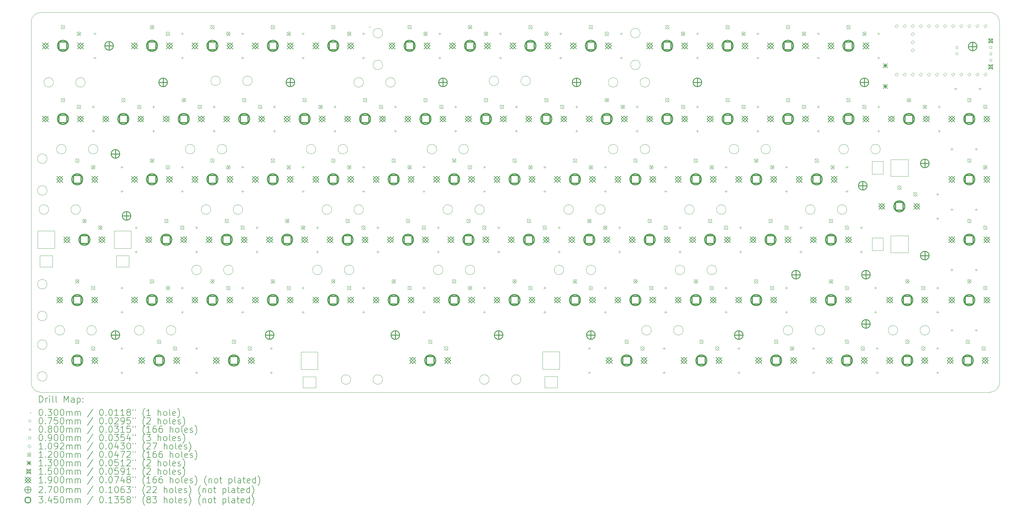
<source format=gbr>
%TF.GenerationSoftware,KiCad,Pcbnew,8.0.4*%
%TF.CreationDate,2024-08-10T17:34:07+02:00*%
%TF.ProjectId,AC-K1-v1,41432d4b-312d-4763-912e-6b696361645f,rev?*%
%TF.SameCoordinates,Original*%
%TF.FileFunction,Drillmap*%
%TF.FilePolarity,Positive*%
%FSLAX45Y45*%
G04 Gerber Fmt 4.5, Leading zero omitted, Abs format (unit mm)*
G04 Created by KiCad (PCBNEW 8.0.4) date 2024-08-10 17:34:07*
%MOMM*%
%LPD*%
G01*
G04 APERTURE LIST*
%ADD10C,0.050000*%
%ADD11C,0.120000*%
%ADD12C,0.200000*%
%ADD13C,0.100000*%
%ADD14C,0.109220*%
%ADD15C,0.130000*%
%ADD16C,0.150000*%
%ADD17C,0.190000*%
%ADD18C,0.270000*%
%ADD19C,0.345000*%
G04 APERTURE END LIST*
D10*
X6550000Y-8100000D02*
G75*
G02*
X6850000Y-7800000I300000J0D01*
G01*
X36700000Y-7800000D02*
X6850000Y-7800000D01*
X37000000Y-19450000D02*
G75*
G02*
X36700000Y-19750000I-300000J0D01*
G01*
X37000000Y-19450000D02*
X37000000Y-8100000D01*
X6850000Y-19750000D02*
G75*
G02*
X6550000Y-19450000I0J300000D01*
G01*
X6850000Y-19750000D02*
X36700000Y-19750000D01*
X6550000Y-8100000D02*
X6550000Y-19450000D01*
X36700000Y-7800000D02*
G75*
G02*
X37000000Y-8100000I0J-300000D01*
G01*
D11*
X32995000Y-12890000D02*
X32995000Y-12490000D01*
X32995000Y-12890000D02*
X33345000Y-12890000D01*
X32995000Y-15290000D02*
X32995000Y-14890000D01*
X32995000Y-15290000D02*
X33345000Y-15290000D01*
X33345000Y-12490000D02*
X32995000Y-12490000D01*
X33345000Y-12890000D02*
X33345000Y-12490000D01*
X33345000Y-14890000D02*
X32995000Y-14890000D01*
X33345000Y-15290000D02*
X33345000Y-14890000D01*
X33575000Y-12955000D02*
X33575000Y-12425000D01*
X33575000Y-12955000D02*
X34125000Y-12955000D01*
X33575000Y-15355000D02*
X33575000Y-14825000D01*
X33575000Y-15355000D02*
X34125000Y-15355000D01*
X34125000Y-12425000D02*
X33575000Y-12425000D01*
X34125000Y-12955000D02*
X34125000Y-12425000D01*
X34125000Y-14825000D02*
X33575000Y-14825000D01*
X34125000Y-15355000D02*
X34125000Y-14825000D01*
X15035000Y-18482500D02*
X15035000Y-19032500D01*
X15100000Y-19262500D02*
X15100000Y-19612500D01*
X15500000Y-19262500D02*
X15100000Y-19262500D01*
X15500000Y-19612500D02*
X15100000Y-19612500D01*
X15500000Y-19612500D02*
X15500000Y-19262500D01*
X15565000Y-18482500D02*
X15035000Y-18482500D01*
X15565000Y-19032500D02*
X15035000Y-19032500D01*
X15565000Y-19032500D02*
X15565000Y-18482500D01*
X22635000Y-18475000D02*
X22635000Y-19025000D01*
X22700000Y-19255000D02*
X22700000Y-19605000D01*
X23100000Y-19255000D02*
X22700000Y-19255000D01*
X23100000Y-19605000D02*
X22700000Y-19605000D01*
X23100000Y-19605000D02*
X23100000Y-19255000D01*
X23165000Y-18475000D02*
X22635000Y-18475000D01*
X23165000Y-19025000D02*
X22635000Y-19025000D01*
X23165000Y-19025000D02*
X23165000Y-18475000D01*
X6760000Y-14675000D02*
X6760000Y-15225000D01*
X6825000Y-15455000D02*
X6825000Y-15805000D01*
X7225000Y-15455000D02*
X6825000Y-15455000D01*
X7225000Y-15805000D02*
X6825000Y-15805000D01*
X7225000Y-15805000D02*
X7225000Y-15455000D01*
X7290000Y-14675000D02*
X6760000Y-14675000D01*
X7290000Y-15225000D02*
X6760000Y-15225000D01*
X7290000Y-15225000D02*
X7290000Y-14675000D01*
X9160000Y-14675000D02*
X9160000Y-15225000D01*
X9225000Y-15455000D02*
X9225000Y-15805000D01*
X9625000Y-15455000D02*
X9225000Y-15455000D01*
X9625000Y-15805000D02*
X9225000Y-15805000D01*
X9625000Y-15805000D02*
X9625000Y-15455000D01*
X9690000Y-14675000D02*
X9160000Y-14675000D01*
X9690000Y-15225000D02*
X9160000Y-15225000D01*
X9690000Y-15225000D02*
X9690000Y-14675000D01*
D10*
X10100000Y-17800000D02*
G75*
G02*
X9800000Y-17800000I-150000J0D01*
G01*
X9800000Y-17800000D02*
G75*
G02*
X10100000Y-17800000I150000J0D01*
G01*
X11100000Y-17800000D02*
G75*
G02*
X10800000Y-17800000I-150000J0D01*
G01*
X10800000Y-17800000D02*
G75*
G02*
X11100000Y-17800000I150000J0D01*
G01*
X7600000Y-17800000D02*
G75*
G02*
X7300000Y-17800000I-150000J0D01*
G01*
X7300000Y-17800000D02*
G75*
G02*
X7600000Y-17800000I150000J0D01*
G01*
X8600000Y-17800000D02*
G75*
G02*
X8300000Y-17800000I-150000J0D01*
G01*
X8300000Y-17800000D02*
G75*
G02*
X8600000Y-17800000I150000J0D01*
G01*
X11700000Y-12100000D02*
G75*
G02*
X11400000Y-12100000I-150000J0D01*
G01*
X11400000Y-12100000D02*
G75*
G02*
X11700000Y-12100000I150000J0D01*
G01*
X12700000Y-12100000D02*
G75*
G02*
X12400000Y-12100000I-150000J0D01*
G01*
X12400000Y-12100000D02*
G75*
G02*
X12700000Y-12100000I150000J0D01*
G01*
X7050000Y-12400000D02*
G75*
G02*
X6750000Y-12400000I-150000J0D01*
G01*
X6750000Y-12400000D02*
G75*
G02*
X7050000Y-12400000I150000J0D01*
G01*
X7050000Y-13400000D02*
G75*
G02*
X6750000Y-13400000I-150000J0D01*
G01*
X6750000Y-13400000D02*
G75*
G02*
X7050000Y-13400000I150000J0D01*
G01*
X25700000Y-8450000D02*
G75*
G02*
X25400000Y-8450000I-150000J0D01*
G01*
X25400000Y-8450000D02*
G75*
G02*
X25700000Y-8450000I150000J0D01*
G01*
X25700000Y-9450000D02*
G75*
G02*
X25400000Y-9450000I-150000J0D01*
G01*
X25400000Y-9450000D02*
G75*
G02*
X25700000Y-9450000I150000J0D01*
G01*
X19300000Y-12100000D02*
G75*
G02*
X19000000Y-12100000I-150000J0D01*
G01*
X19000000Y-12100000D02*
G75*
G02*
X19300000Y-12100000I150000J0D01*
G01*
X20300000Y-12100000D02*
G75*
G02*
X20000000Y-12100000I-150000J0D01*
G01*
X20000000Y-12100000D02*
G75*
G02*
X20300000Y-12100000I150000J0D01*
G01*
X11900000Y-15900000D02*
G75*
G02*
X11600000Y-15900000I-150000J0D01*
G01*
X11600000Y-15900000D02*
G75*
G02*
X11900000Y-15900000I150000J0D01*
G01*
X12900000Y-15900000D02*
G75*
G02*
X12600000Y-15900000I-150000J0D01*
G01*
X12600000Y-15900000D02*
G75*
G02*
X12900000Y-15900000I150000J0D01*
G01*
X28800000Y-12100000D02*
G75*
G02*
X28500000Y-12100000I-150000J0D01*
G01*
X28500000Y-12100000D02*
G75*
G02*
X28800000Y-12100000I150000J0D01*
G01*
X29800000Y-12100000D02*
G75*
G02*
X29500000Y-12100000I-150000J0D01*
G01*
X29500000Y-12100000D02*
G75*
G02*
X29800000Y-12100000I150000J0D01*
G01*
X15700000Y-15900000D02*
G75*
G02*
X15400000Y-15900000I-150000J0D01*
G01*
X15400000Y-15900000D02*
G75*
G02*
X15700000Y-15900000I150000J0D01*
G01*
X16700000Y-15900000D02*
G75*
G02*
X16400000Y-15900000I-150000J0D01*
G01*
X16400000Y-15900000D02*
G75*
G02*
X16700000Y-15900000I150000J0D01*
G01*
X12200000Y-14000000D02*
G75*
G02*
X11900000Y-14000000I-150000J0D01*
G01*
X11900000Y-14000000D02*
G75*
G02*
X12200000Y-14000000I150000J0D01*
G01*
X13200000Y-14000000D02*
G75*
G02*
X12900000Y-14000000I-150000J0D01*
G01*
X12900000Y-14000000D02*
G75*
G02*
X13200000Y-14000000I150000J0D01*
G01*
X20950000Y-19350000D02*
G75*
G02*
X20650000Y-19350000I-150000J0D01*
G01*
X20650000Y-19350000D02*
G75*
G02*
X20950000Y-19350000I150000J0D01*
G01*
X21950000Y-19350000D02*
G75*
G02*
X21650000Y-19350000I-150000J0D01*
G01*
X21650000Y-19350000D02*
G75*
G02*
X21950000Y-19350000I150000J0D01*
G01*
X23300000Y-15900000D02*
G75*
G02*
X23000000Y-15900000I-150000J0D01*
G01*
X23000000Y-15900000D02*
G75*
G02*
X23300000Y-15900000I150000J0D01*
G01*
X24300000Y-15900000D02*
G75*
G02*
X24000000Y-15900000I-150000J0D01*
G01*
X24000000Y-15900000D02*
G75*
G02*
X24300000Y-15900000I150000J0D01*
G01*
X7100000Y-14000000D02*
G75*
G02*
X6800000Y-14000000I-150000J0D01*
G01*
X6800000Y-14000000D02*
G75*
G02*
X7100000Y-14000000I150000J0D01*
G01*
X8100000Y-14000000D02*
G75*
G02*
X7800000Y-14000000I-150000J0D01*
G01*
X7800000Y-14000000D02*
G75*
G02*
X8100000Y-14000000I150000J0D01*
G01*
X7650000Y-12100000D02*
G75*
G02*
X7350000Y-12100000I-150000J0D01*
G01*
X7350000Y-12100000D02*
G75*
G02*
X7650000Y-12100000I150000J0D01*
G01*
X8650000Y-12100000D02*
G75*
G02*
X8350000Y-12100000I-150000J0D01*
G01*
X8350000Y-12100000D02*
G75*
G02*
X8650000Y-12100000I150000J0D01*
G01*
X7250000Y-10000000D02*
G75*
G02*
X6950000Y-10000000I-150000J0D01*
G01*
X6950000Y-10000000D02*
G75*
G02*
X7250000Y-10000000I150000J0D01*
G01*
X8250000Y-10000000D02*
G75*
G02*
X7950000Y-10000000I-150000J0D01*
G01*
X7950000Y-10000000D02*
G75*
G02*
X8250000Y-10000000I150000J0D01*
G01*
X16600000Y-19350000D02*
G75*
G02*
X16300000Y-19350000I-150000J0D01*
G01*
X16300000Y-19350000D02*
G75*
G02*
X16600000Y-19350000I150000J0D01*
G01*
X17600000Y-19350000D02*
G75*
G02*
X17300000Y-19350000I-150000J0D01*
G01*
X17300000Y-19350000D02*
G75*
G02*
X17600000Y-19350000I150000J0D01*
G01*
X7050000Y-18250000D02*
G75*
G02*
X6750000Y-18250000I-150000J0D01*
G01*
X6750000Y-18250000D02*
G75*
G02*
X7050000Y-18250000I150000J0D01*
G01*
X7050000Y-19250000D02*
G75*
G02*
X6750000Y-19250000I-150000J0D01*
G01*
X6750000Y-19250000D02*
G75*
G02*
X7050000Y-19250000I150000J0D01*
G01*
X17600000Y-8450000D02*
G75*
G02*
X17300000Y-8450000I-150000J0D01*
G01*
X17300000Y-8450000D02*
G75*
G02*
X17600000Y-8450000I150000J0D01*
G01*
X17600000Y-9450000D02*
G75*
G02*
X17300000Y-9450000I-150000J0D01*
G01*
X17300000Y-9450000D02*
G75*
G02*
X17600000Y-9450000I150000J0D01*
G01*
X17000000Y-10000000D02*
G75*
G02*
X16700000Y-10000000I-150000J0D01*
G01*
X16700000Y-10000000D02*
G75*
G02*
X17000000Y-10000000I150000J0D01*
G01*
X18000000Y-10000000D02*
G75*
G02*
X17700000Y-10000000I-150000J0D01*
G01*
X17700000Y-10000000D02*
G75*
G02*
X18000000Y-10000000I150000J0D01*
G01*
X33800000Y-17800000D02*
G75*
G02*
X33500000Y-17800000I-150000J0D01*
G01*
X33500000Y-17800000D02*
G75*
G02*
X33800000Y-17800000I150000J0D01*
G01*
X34800000Y-17800000D02*
G75*
G02*
X34500000Y-17800000I-150000J0D01*
G01*
X34500000Y-17800000D02*
G75*
G02*
X34800000Y-17800000I150000J0D01*
G01*
X15500000Y-12100000D02*
G75*
G02*
X15200000Y-12100000I-150000J0D01*
G01*
X15200000Y-12100000D02*
G75*
G02*
X15500000Y-12100000I150000J0D01*
G01*
X16500000Y-12100000D02*
G75*
G02*
X16200000Y-12100000I-150000J0D01*
G01*
X16200000Y-12100000D02*
G75*
G02*
X16500000Y-12100000I150000J0D01*
G01*
X27100000Y-15900000D02*
G75*
G02*
X26800000Y-15900000I-150000J0D01*
G01*
X26800000Y-15900000D02*
G75*
G02*
X27100000Y-15900000I150000J0D01*
G01*
X28100000Y-15900000D02*
G75*
G02*
X27800000Y-15900000I-150000J0D01*
G01*
X27800000Y-15900000D02*
G75*
G02*
X28100000Y-15900000I150000J0D01*
G01*
X7050000Y-16350000D02*
G75*
G02*
X6750000Y-16350000I-150000J0D01*
G01*
X6750000Y-16350000D02*
G75*
G02*
X7050000Y-16350000I150000J0D01*
G01*
X7050000Y-17350000D02*
G75*
G02*
X6750000Y-17350000I-150000J0D01*
G01*
X6750000Y-17350000D02*
G75*
G02*
X7050000Y-17350000I150000J0D01*
G01*
X19800000Y-14000000D02*
G75*
G02*
X19500000Y-14000000I-150000J0D01*
G01*
X19500000Y-14000000D02*
G75*
G02*
X19800000Y-14000000I150000J0D01*
G01*
X20800000Y-14000000D02*
G75*
G02*
X20500000Y-14000000I-150000J0D01*
G01*
X20500000Y-14000000D02*
G75*
G02*
X20800000Y-14000000I150000J0D01*
G01*
X25000000Y-10000000D02*
G75*
G02*
X24700000Y-10000000I-150000J0D01*
G01*
X24700000Y-10000000D02*
G75*
G02*
X25000000Y-10000000I150000J0D01*
G01*
X26000000Y-10000000D02*
G75*
G02*
X25700000Y-10000000I-150000J0D01*
G01*
X25700000Y-10000000D02*
G75*
G02*
X26000000Y-10000000I150000J0D01*
G01*
X12500000Y-9950000D02*
G75*
G02*
X12200000Y-9950000I-150000J0D01*
G01*
X12200000Y-9950000D02*
G75*
G02*
X12500000Y-9950000I150000J0D01*
G01*
X13500000Y-9950000D02*
G75*
G02*
X13200000Y-9950000I-150000J0D01*
G01*
X13200000Y-9950000D02*
G75*
G02*
X13500000Y-9950000I150000J0D01*
G01*
X23600000Y-14000000D02*
G75*
G02*
X23300000Y-14000000I-150000J0D01*
G01*
X23300000Y-14000000D02*
G75*
G02*
X23600000Y-14000000I150000J0D01*
G01*
X24600000Y-14000000D02*
G75*
G02*
X24300000Y-14000000I-150000J0D01*
G01*
X24300000Y-14000000D02*
G75*
G02*
X24600000Y-14000000I150000J0D01*
G01*
X19500000Y-15900000D02*
G75*
G02*
X19200000Y-15900000I-150000J0D01*
G01*
X19200000Y-15900000D02*
G75*
G02*
X19500000Y-15900000I150000J0D01*
G01*
X20500000Y-15900000D02*
G75*
G02*
X20200000Y-15900000I-150000J0D01*
G01*
X20200000Y-15900000D02*
G75*
G02*
X20500000Y-15900000I150000J0D01*
G01*
X21250000Y-9950000D02*
G75*
G02*
X20950000Y-9950000I-150000J0D01*
G01*
X20950000Y-9950000D02*
G75*
G02*
X21250000Y-9950000I150000J0D01*
G01*
X22250000Y-9950000D02*
G75*
G02*
X21950000Y-9950000I-150000J0D01*
G01*
X21950000Y-9950000D02*
G75*
G02*
X22250000Y-9950000I150000J0D01*
G01*
X30500000Y-17800000D02*
G75*
G02*
X30200000Y-17800000I-150000J0D01*
G01*
X30200000Y-17800000D02*
G75*
G02*
X30500000Y-17800000I150000J0D01*
G01*
X31500000Y-17800000D02*
G75*
G02*
X31200000Y-17800000I-150000J0D01*
G01*
X31200000Y-17800000D02*
G75*
G02*
X31500000Y-17800000I150000J0D01*
G01*
X31200000Y-14000000D02*
G75*
G02*
X30900000Y-14000000I-150000J0D01*
G01*
X30900000Y-14000000D02*
G75*
G02*
X31200000Y-14000000I150000J0D01*
G01*
X32200000Y-14000000D02*
G75*
G02*
X31900000Y-14000000I-150000J0D01*
G01*
X31900000Y-14000000D02*
G75*
G02*
X32200000Y-14000000I150000J0D01*
G01*
X16000000Y-14000000D02*
G75*
G02*
X15700000Y-14000000I-150000J0D01*
G01*
X15700000Y-14000000D02*
G75*
G02*
X16000000Y-14000000I150000J0D01*
G01*
X17000000Y-14000000D02*
G75*
G02*
X16700000Y-14000000I-150000J0D01*
G01*
X16700000Y-14000000D02*
G75*
G02*
X17000000Y-14000000I150000J0D01*
G01*
X26050000Y-17800000D02*
G75*
G02*
X25750000Y-17800000I-150000J0D01*
G01*
X25750000Y-17800000D02*
G75*
G02*
X26050000Y-17800000I150000J0D01*
G01*
X27050000Y-17800000D02*
G75*
G02*
X26750000Y-17800000I-150000J0D01*
G01*
X26750000Y-17800000D02*
G75*
G02*
X27050000Y-17800000I150000J0D01*
G01*
X32250000Y-12100000D02*
G75*
G02*
X31950000Y-12100000I-150000J0D01*
G01*
X31950000Y-12100000D02*
G75*
G02*
X32250000Y-12100000I150000J0D01*
G01*
X33250000Y-12100000D02*
G75*
G02*
X32950000Y-12100000I-150000J0D01*
G01*
X32950000Y-12100000D02*
G75*
G02*
X33250000Y-12100000I150000J0D01*
G01*
X27400000Y-14000000D02*
G75*
G02*
X27100000Y-14000000I-150000J0D01*
G01*
X27100000Y-14000000D02*
G75*
G02*
X27400000Y-14000000I150000J0D01*
G01*
X28400000Y-14000000D02*
G75*
G02*
X28100000Y-14000000I-150000J0D01*
G01*
X28100000Y-14000000D02*
G75*
G02*
X28400000Y-14000000I150000J0D01*
G01*
X25000000Y-12100000D02*
G75*
G02*
X24700000Y-12100000I-150000J0D01*
G01*
X24700000Y-12100000D02*
G75*
G02*
X25000000Y-12100000I150000J0D01*
G01*
X26000000Y-12100000D02*
G75*
G02*
X25700000Y-12100000I-150000J0D01*
G01*
X25700000Y-12100000D02*
G75*
G02*
X26000000Y-12100000I150000J0D01*
G01*
D12*
D13*
X17185000Y-8235000D02*
X17215000Y-8265000D01*
X17215000Y-8235000D02*
X17185000Y-8265000D01*
X35698500Y-8900000D02*
G75*
G02*
X35623500Y-8900000I-37500J0D01*
G01*
X35623500Y-8900000D02*
G75*
G02*
X35698500Y-8900000I37500J0D01*
G01*
X35698500Y-9100000D02*
G75*
G02*
X35623500Y-9100000I-37500J0D01*
G01*
X35623500Y-9100000D02*
G75*
G02*
X35698500Y-9100000I37500J0D01*
G01*
X8500000Y-10729000D02*
X8500000Y-10809000D01*
X8460000Y-10769000D02*
X8540000Y-10769000D01*
X8500000Y-11491000D02*
X8500000Y-11571000D01*
X8460000Y-11531000D02*
X8540000Y-11531000D01*
X8550000Y-8429000D02*
X8550000Y-8509000D01*
X8510000Y-8469000D02*
X8590000Y-8469000D01*
X8550000Y-9191000D02*
X8550000Y-9271000D01*
X8510000Y-9231000D02*
X8590000Y-9231000D01*
X9400000Y-12629000D02*
X9400000Y-12709000D01*
X9360000Y-12669000D02*
X9440000Y-12669000D01*
X9400000Y-13391000D02*
X9400000Y-13471000D01*
X9360000Y-13431000D02*
X9440000Y-13431000D01*
X9400000Y-16429000D02*
X9400000Y-16509000D01*
X9360000Y-16469000D02*
X9440000Y-16469000D01*
X9400000Y-17191000D02*
X9400000Y-17271000D01*
X9360000Y-17231000D02*
X9440000Y-17231000D01*
X9400000Y-18329000D02*
X9400000Y-18409000D01*
X9360000Y-18369000D02*
X9440000Y-18369000D01*
X9400000Y-19091000D02*
X9400000Y-19171000D01*
X9360000Y-19131000D02*
X9440000Y-19131000D01*
X9850000Y-14529000D02*
X9850000Y-14609000D01*
X9810000Y-14569000D02*
X9890000Y-14569000D01*
X9850000Y-15291000D02*
X9850000Y-15371000D01*
X9810000Y-15331000D02*
X9890000Y-15331000D01*
X10400000Y-10729000D02*
X10400000Y-10809000D01*
X10360000Y-10769000D02*
X10440000Y-10769000D01*
X10400000Y-11491000D02*
X10400000Y-11571000D01*
X10360000Y-11531000D02*
X10440000Y-11531000D01*
X11300000Y-8429000D02*
X11300000Y-8509000D01*
X11260000Y-8469000D02*
X11340000Y-8469000D01*
X11300000Y-9191000D02*
X11300000Y-9271000D01*
X11260000Y-9231000D02*
X11340000Y-9231000D01*
X11300000Y-12629000D02*
X11300000Y-12709000D01*
X11260000Y-12669000D02*
X11340000Y-12669000D01*
X11300000Y-13391000D02*
X11300000Y-13471000D01*
X11260000Y-13431000D02*
X11340000Y-13431000D01*
X11300000Y-16429000D02*
X11300000Y-16509000D01*
X11260000Y-16469000D02*
X11340000Y-16469000D01*
X11300000Y-17191000D02*
X11300000Y-17271000D01*
X11260000Y-17231000D02*
X11340000Y-17231000D01*
X11750000Y-14529000D02*
X11750000Y-14609000D01*
X11710000Y-14569000D02*
X11790000Y-14569000D01*
X11750000Y-15291000D02*
X11750000Y-15371000D01*
X11710000Y-15331000D02*
X11790000Y-15331000D01*
X11750000Y-18329000D02*
X11750000Y-18409000D01*
X11710000Y-18369000D02*
X11790000Y-18369000D01*
X11750000Y-19091000D02*
X11750000Y-19171000D01*
X11710000Y-19131000D02*
X11790000Y-19131000D01*
X12300000Y-10729000D02*
X12300000Y-10809000D01*
X12260000Y-10769000D02*
X12340000Y-10769000D01*
X12300000Y-11491000D02*
X12300000Y-11571000D01*
X12260000Y-11531000D02*
X12340000Y-11531000D01*
X13200000Y-8429000D02*
X13200000Y-8509000D01*
X13160000Y-8469000D02*
X13240000Y-8469000D01*
X13200000Y-9191000D02*
X13200000Y-9271000D01*
X13160000Y-9231000D02*
X13240000Y-9231000D01*
X13200000Y-12629000D02*
X13200000Y-12709000D01*
X13160000Y-12669000D02*
X13240000Y-12669000D01*
X13200000Y-13391000D02*
X13200000Y-13471000D01*
X13160000Y-13431000D02*
X13240000Y-13431000D01*
X13200000Y-16429000D02*
X13200000Y-16509000D01*
X13160000Y-16469000D02*
X13240000Y-16469000D01*
X13200000Y-17191000D02*
X13200000Y-17271000D01*
X13160000Y-17231000D02*
X13240000Y-17231000D01*
X13650000Y-14529000D02*
X13650000Y-14609000D01*
X13610000Y-14569000D02*
X13690000Y-14569000D01*
X13650000Y-15291000D02*
X13650000Y-15371000D01*
X13610000Y-15331000D02*
X13690000Y-15331000D01*
X14100000Y-18329000D02*
X14100000Y-18409000D01*
X14060000Y-18369000D02*
X14140000Y-18369000D01*
X14100000Y-19091000D02*
X14100000Y-19171000D01*
X14060000Y-19131000D02*
X14140000Y-19131000D01*
X14200000Y-10729000D02*
X14200000Y-10809000D01*
X14160000Y-10769000D02*
X14240000Y-10769000D01*
X14200000Y-11491000D02*
X14200000Y-11571000D01*
X14160000Y-11531000D02*
X14240000Y-11531000D01*
X15100000Y-8429000D02*
X15100000Y-8509000D01*
X15060000Y-8469000D02*
X15140000Y-8469000D01*
X15100000Y-9191000D02*
X15100000Y-9271000D01*
X15060000Y-9231000D02*
X15140000Y-9231000D01*
X15100000Y-12629000D02*
X15100000Y-12709000D01*
X15060000Y-12669000D02*
X15140000Y-12669000D01*
X15100000Y-13391000D02*
X15100000Y-13471000D01*
X15060000Y-13431000D02*
X15140000Y-13431000D01*
X15100000Y-16429000D02*
X15100000Y-16509000D01*
X15060000Y-16469000D02*
X15140000Y-16469000D01*
X15100000Y-17191000D02*
X15100000Y-17271000D01*
X15060000Y-17231000D02*
X15140000Y-17231000D01*
X15550000Y-14529000D02*
X15550000Y-14609000D01*
X15510000Y-14569000D02*
X15590000Y-14569000D01*
X15550000Y-15291000D02*
X15550000Y-15371000D01*
X15510000Y-15331000D02*
X15590000Y-15331000D01*
X16100000Y-10729000D02*
X16100000Y-10809000D01*
X16060000Y-10769000D02*
X16140000Y-10769000D01*
X16100000Y-11491000D02*
X16100000Y-11571000D01*
X16060000Y-11531000D02*
X16140000Y-11531000D01*
X17000000Y-8429000D02*
X17000000Y-8509000D01*
X16960000Y-8469000D02*
X17040000Y-8469000D01*
X17000000Y-9191000D02*
X17000000Y-9271000D01*
X16960000Y-9231000D02*
X17040000Y-9231000D01*
X17000000Y-12629000D02*
X17000000Y-12709000D01*
X16960000Y-12669000D02*
X17040000Y-12669000D01*
X17000000Y-13391000D02*
X17000000Y-13471000D01*
X16960000Y-13431000D02*
X17040000Y-13431000D01*
X17000000Y-16429000D02*
X17000000Y-16509000D01*
X16960000Y-16469000D02*
X17040000Y-16469000D01*
X17000000Y-17191000D02*
X17000000Y-17271000D01*
X16960000Y-17231000D02*
X17040000Y-17231000D01*
X17450000Y-14529000D02*
X17450000Y-14609000D01*
X17410000Y-14569000D02*
X17490000Y-14569000D01*
X17450000Y-15291000D02*
X17450000Y-15371000D01*
X17410000Y-15331000D02*
X17490000Y-15331000D01*
X18000000Y-10729000D02*
X18000000Y-10809000D01*
X17960000Y-10769000D02*
X18040000Y-10769000D01*
X18000000Y-11491000D02*
X18000000Y-11571000D01*
X17960000Y-11531000D02*
X18040000Y-11531000D01*
X18900000Y-12629000D02*
X18900000Y-12709000D01*
X18860000Y-12669000D02*
X18940000Y-12669000D01*
X18900000Y-13391000D02*
X18900000Y-13471000D01*
X18860000Y-13431000D02*
X18940000Y-13431000D01*
X18900000Y-16429000D02*
X18900000Y-16509000D01*
X18860000Y-16469000D02*
X18940000Y-16469000D01*
X18900000Y-17191000D02*
X18900000Y-17271000D01*
X18860000Y-17231000D02*
X18940000Y-17231000D01*
X19350000Y-14529000D02*
X19350000Y-14609000D01*
X19310000Y-14569000D02*
X19390000Y-14569000D01*
X19350000Y-15291000D02*
X19350000Y-15371000D01*
X19310000Y-15331000D02*
X19390000Y-15331000D01*
X19400000Y-8429000D02*
X19400000Y-8509000D01*
X19360000Y-8469000D02*
X19440000Y-8469000D01*
X19400000Y-9191000D02*
X19400000Y-9271000D01*
X19360000Y-9231000D02*
X19440000Y-9231000D01*
X19900000Y-10729000D02*
X19900000Y-10809000D01*
X19860000Y-10769000D02*
X19940000Y-10769000D01*
X19900000Y-11491000D02*
X19900000Y-11571000D01*
X19860000Y-11531000D02*
X19940000Y-11531000D01*
X20800000Y-12629000D02*
X20800000Y-12709000D01*
X20760000Y-12669000D02*
X20840000Y-12669000D01*
X20800000Y-13391000D02*
X20800000Y-13471000D01*
X20760000Y-13431000D02*
X20840000Y-13431000D01*
X20800000Y-16429000D02*
X20800000Y-16509000D01*
X20760000Y-16469000D02*
X20840000Y-16469000D01*
X20800000Y-17191000D02*
X20800000Y-17271000D01*
X20760000Y-17231000D02*
X20840000Y-17231000D01*
X21250000Y-14529000D02*
X21250000Y-14609000D01*
X21210000Y-14569000D02*
X21290000Y-14569000D01*
X21250000Y-15291000D02*
X21250000Y-15371000D01*
X21210000Y-15331000D02*
X21290000Y-15331000D01*
X21300000Y-8429000D02*
X21300000Y-8509000D01*
X21260000Y-8469000D02*
X21340000Y-8469000D01*
X21300000Y-9191000D02*
X21300000Y-9271000D01*
X21260000Y-9231000D02*
X21340000Y-9231000D01*
X21800000Y-10729000D02*
X21800000Y-10809000D01*
X21760000Y-10769000D02*
X21840000Y-10769000D01*
X21800000Y-11491000D02*
X21800000Y-11571000D01*
X21760000Y-11531000D02*
X21840000Y-11531000D01*
X22700000Y-12629000D02*
X22700000Y-12709000D01*
X22660000Y-12669000D02*
X22740000Y-12669000D01*
X22700000Y-13391000D02*
X22700000Y-13471000D01*
X22660000Y-13431000D02*
X22740000Y-13431000D01*
X22700000Y-16429000D02*
X22700000Y-16509000D01*
X22660000Y-16469000D02*
X22740000Y-16469000D01*
X22700000Y-17191000D02*
X22700000Y-17271000D01*
X22660000Y-17231000D02*
X22740000Y-17231000D01*
X23150000Y-14529000D02*
X23150000Y-14609000D01*
X23110000Y-14569000D02*
X23190000Y-14569000D01*
X23150000Y-15291000D02*
X23150000Y-15371000D01*
X23110000Y-15331000D02*
X23190000Y-15331000D01*
X23200000Y-8429000D02*
X23200000Y-8509000D01*
X23160000Y-8469000D02*
X23240000Y-8469000D01*
X23200000Y-9191000D02*
X23200000Y-9271000D01*
X23160000Y-9231000D02*
X23240000Y-9231000D01*
X23700000Y-10729000D02*
X23700000Y-10809000D01*
X23660000Y-10769000D02*
X23740000Y-10769000D01*
X23700000Y-11491000D02*
X23700000Y-11571000D01*
X23660000Y-11531000D02*
X23740000Y-11531000D01*
X24100000Y-18329000D02*
X24100000Y-18409000D01*
X24060000Y-18369000D02*
X24140000Y-18369000D01*
X24100000Y-19091000D02*
X24100000Y-19171000D01*
X24060000Y-19131000D02*
X24140000Y-19131000D01*
X24600000Y-12629000D02*
X24600000Y-12709000D01*
X24560000Y-12669000D02*
X24640000Y-12669000D01*
X24600000Y-13391000D02*
X24600000Y-13471000D01*
X24560000Y-13431000D02*
X24640000Y-13431000D01*
X24600000Y-16429000D02*
X24600000Y-16509000D01*
X24560000Y-16469000D02*
X24640000Y-16469000D01*
X24600000Y-17191000D02*
X24600000Y-17271000D01*
X24560000Y-17231000D02*
X24640000Y-17231000D01*
X25050000Y-14529000D02*
X25050000Y-14609000D01*
X25010000Y-14569000D02*
X25090000Y-14569000D01*
X25050000Y-15291000D02*
X25050000Y-15371000D01*
X25010000Y-15331000D02*
X25090000Y-15331000D01*
X25100000Y-8429000D02*
X25100000Y-8509000D01*
X25060000Y-8469000D02*
X25140000Y-8469000D01*
X25100000Y-9191000D02*
X25100000Y-9271000D01*
X25060000Y-9231000D02*
X25140000Y-9231000D01*
X25600000Y-10729000D02*
X25600000Y-10809000D01*
X25560000Y-10769000D02*
X25640000Y-10769000D01*
X25600000Y-11491000D02*
X25600000Y-11571000D01*
X25560000Y-11531000D02*
X25640000Y-11531000D01*
X26450000Y-18329000D02*
X26450000Y-18409000D01*
X26410000Y-18369000D02*
X26490000Y-18369000D01*
X26450000Y-19091000D02*
X26450000Y-19171000D01*
X26410000Y-19131000D02*
X26490000Y-19131000D01*
X26500000Y-12629000D02*
X26500000Y-12709000D01*
X26460000Y-12669000D02*
X26540000Y-12669000D01*
X26500000Y-13391000D02*
X26500000Y-13471000D01*
X26460000Y-13431000D02*
X26540000Y-13431000D01*
X26500000Y-16429000D02*
X26500000Y-16509000D01*
X26460000Y-16469000D02*
X26540000Y-16469000D01*
X26500000Y-17191000D02*
X26500000Y-17271000D01*
X26460000Y-17231000D02*
X26540000Y-17231000D01*
X26950000Y-14529000D02*
X26950000Y-14609000D01*
X26910000Y-14569000D02*
X26990000Y-14569000D01*
X26950000Y-15291000D02*
X26950000Y-15371000D01*
X26910000Y-15331000D02*
X26990000Y-15331000D01*
X27500000Y-8429000D02*
X27500000Y-8509000D01*
X27460000Y-8469000D02*
X27540000Y-8469000D01*
X27500000Y-9191000D02*
X27500000Y-9271000D01*
X27460000Y-9231000D02*
X27540000Y-9231000D01*
X27500000Y-10729000D02*
X27500000Y-10809000D01*
X27460000Y-10769000D02*
X27540000Y-10769000D01*
X27500000Y-11491000D02*
X27500000Y-11571000D01*
X27460000Y-11531000D02*
X27540000Y-11531000D01*
X28400000Y-12629000D02*
X28400000Y-12709000D01*
X28360000Y-12669000D02*
X28440000Y-12669000D01*
X28400000Y-13391000D02*
X28400000Y-13471000D01*
X28360000Y-13431000D02*
X28440000Y-13431000D01*
X28400000Y-16429000D02*
X28400000Y-16509000D01*
X28360000Y-16469000D02*
X28440000Y-16469000D01*
X28400000Y-17191000D02*
X28400000Y-17271000D01*
X28360000Y-17231000D02*
X28440000Y-17231000D01*
X28800000Y-18329000D02*
X28800000Y-18409000D01*
X28760000Y-18369000D02*
X28840000Y-18369000D01*
X28800000Y-19091000D02*
X28800000Y-19171000D01*
X28760000Y-19131000D02*
X28840000Y-19131000D01*
X28850000Y-14529000D02*
X28850000Y-14609000D01*
X28810000Y-14569000D02*
X28890000Y-14569000D01*
X28850000Y-15291000D02*
X28850000Y-15371000D01*
X28810000Y-15331000D02*
X28890000Y-15331000D01*
X29400000Y-8429000D02*
X29400000Y-8509000D01*
X29360000Y-8469000D02*
X29440000Y-8469000D01*
X29400000Y-9191000D02*
X29400000Y-9271000D01*
X29360000Y-9231000D02*
X29440000Y-9231000D01*
X29400000Y-10729000D02*
X29400000Y-10809000D01*
X29360000Y-10769000D02*
X29440000Y-10769000D01*
X29400000Y-11491000D02*
X29400000Y-11571000D01*
X29360000Y-11531000D02*
X29440000Y-11531000D01*
X30300000Y-12629000D02*
X30300000Y-12709000D01*
X30260000Y-12669000D02*
X30340000Y-12669000D01*
X30300000Y-13391000D02*
X30300000Y-13471000D01*
X30260000Y-13431000D02*
X30340000Y-13431000D01*
X30300000Y-16429000D02*
X30300000Y-16509000D01*
X30260000Y-16469000D02*
X30340000Y-16469000D01*
X30300000Y-17191000D02*
X30300000Y-17271000D01*
X30260000Y-17231000D02*
X30340000Y-17231000D01*
X30750000Y-14529000D02*
X30750000Y-14609000D01*
X30710000Y-14569000D02*
X30790000Y-14569000D01*
X30750000Y-15291000D02*
X30750000Y-15371000D01*
X30710000Y-15331000D02*
X30790000Y-15331000D01*
X31150000Y-18329000D02*
X31150000Y-18409000D01*
X31110000Y-18369000D02*
X31190000Y-18369000D01*
X31150000Y-19091000D02*
X31150000Y-19171000D01*
X31110000Y-19131000D02*
X31190000Y-19131000D01*
X31300000Y-8429000D02*
X31300000Y-8509000D01*
X31260000Y-8469000D02*
X31340000Y-8469000D01*
X31300000Y-9191000D02*
X31300000Y-9271000D01*
X31260000Y-9231000D02*
X31340000Y-9231000D01*
X31300000Y-10729000D02*
X31300000Y-10809000D01*
X31260000Y-10769000D02*
X31340000Y-10769000D01*
X31300000Y-11491000D02*
X31300000Y-11571000D01*
X31260000Y-11531000D02*
X31340000Y-11531000D01*
X32200000Y-12629000D02*
X32200000Y-12709000D01*
X32160000Y-12669000D02*
X32240000Y-12669000D01*
X32200000Y-13391000D02*
X32200000Y-13471000D01*
X32160000Y-13431000D02*
X32240000Y-13431000D01*
X32650000Y-14529000D02*
X32650000Y-14609000D01*
X32610000Y-14569000D02*
X32690000Y-14569000D01*
X32650000Y-15291000D02*
X32650000Y-15371000D01*
X32610000Y-15331000D02*
X32690000Y-15331000D01*
X33100000Y-16429000D02*
X33100000Y-16509000D01*
X33060000Y-16469000D02*
X33140000Y-16469000D01*
X33100000Y-17191000D02*
X33100000Y-17271000D01*
X33060000Y-17231000D02*
X33140000Y-17231000D01*
X33150000Y-18329000D02*
X33150000Y-18409000D01*
X33110000Y-18369000D02*
X33190000Y-18369000D01*
X33150000Y-19091000D02*
X33150000Y-19171000D01*
X33110000Y-19131000D02*
X33190000Y-19131000D01*
X33200000Y-8429000D02*
X33200000Y-8509000D01*
X33160000Y-8469000D02*
X33240000Y-8469000D01*
X33200000Y-9191000D02*
X33200000Y-9271000D01*
X33160000Y-9231000D02*
X33240000Y-9231000D01*
X33200000Y-10729000D02*
X33200000Y-10809000D01*
X33160000Y-10769000D02*
X33240000Y-10769000D01*
X33200000Y-11491000D02*
X33200000Y-11571000D01*
X33160000Y-11531000D02*
X33240000Y-11531000D01*
X35050000Y-13479000D02*
X35050000Y-13559000D01*
X35010000Y-13519000D02*
X35090000Y-13519000D01*
X35050000Y-14241000D02*
X35050000Y-14321000D01*
X35010000Y-14281000D02*
X35090000Y-14281000D01*
X35050000Y-16429000D02*
X35050000Y-16509000D01*
X35010000Y-16469000D02*
X35090000Y-16469000D01*
X35050000Y-17191000D02*
X35050000Y-17271000D01*
X35010000Y-17231000D02*
X35090000Y-17231000D01*
X35050000Y-18329000D02*
X35050000Y-18409000D01*
X35010000Y-18369000D02*
X35090000Y-18369000D01*
X35050000Y-19091000D02*
X35050000Y-19171000D01*
X35010000Y-19131000D02*
X35090000Y-19131000D01*
X35100000Y-10729000D02*
X35100000Y-10809000D01*
X35060000Y-10769000D02*
X35140000Y-10769000D01*
X35100000Y-11491000D02*
X35100000Y-11571000D01*
X35060000Y-11531000D02*
X35140000Y-11531000D01*
X35500000Y-12060000D02*
X35500000Y-12140000D01*
X35460000Y-12100000D02*
X35540000Y-12100000D01*
X35500000Y-13960000D02*
X35500000Y-14040000D01*
X35460000Y-14000000D02*
X35540000Y-14000000D01*
X35500000Y-15860000D02*
X35500000Y-15940000D01*
X35460000Y-15900000D02*
X35540000Y-15900000D01*
X35500000Y-17760000D02*
X35500000Y-17840000D01*
X35460000Y-17800000D02*
X35540000Y-17800000D01*
X35619000Y-10160000D02*
X35619000Y-10240000D01*
X35579000Y-10200000D02*
X35659000Y-10200000D01*
X36262000Y-12060000D02*
X36262000Y-12140000D01*
X36222000Y-12100000D02*
X36302000Y-12100000D01*
X36262000Y-13960000D02*
X36262000Y-14040000D01*
X36222000Y-14000000D02*
X36302000Y-14000000D01*
X36262000Y-15860000D02*
X36262000Y-15940000D01*
X36222000Y-15900000D02*
X36302000Y-15900000D01*
X36262000Y-17760000D02*
X36262000Y-17840000D01*
X36222000Y-17800000D02*
X36302000Y-17800000D01*
X36381000Y-10160000D02*
X36381000Y-10240000D01*
X36341000Y-10200000D02*
X36421000Y-10200000D01*
X36756820Y-8931820D02*
X36756820Y-8868180D01*
X36693180Y-8868180D01*
X36693180Y-8931820D01*
X36756820Y-8931820D01*
X36756820Y-9131820D02*
X36756820Y-9068180D01*
X36693180Y-9068180D01*
X36693180Y-9131820D01*
X36756820Y-9131820D01*
X36756820Y-9331820D02*
X36756820Y-9268180D01*
X36693180Y-9268180D01*
X36693180Y-9331820D01*
X36756820Y-9331820D01*
D14*
X33764000Y-8280610D02*
X33818610Y-8226000D01*
X33764000Y-8171390D01*
X33709390Y-8226000D01*
X33764000Y-8280610D01*
X33764000Y-9804610D02*
X33818610Y-9750000D01*
X33764000Y-9695390D01*
X33709390Y-9750000D01*
X33764000Y-9804610D01*
X34018000Y-8280610D02*
X34072610Y-8226000D01*
X34018000Y-8171390D01*
X33963390Y-8226000D01*
X34018000Y-8280610D01*
X34018000Y-9804610D02*
X34072610Y-9750000D01*
X34018000Y-9695390D01*
X33963390Y-9750000D01*
X34018000Y-9804610D01*
X34272000Y-8280610D02*
X34326610Y-8226000D01*
X34272000Y-8171390D01*
X34217390Y-8226000D01*
X34272000Y-8280610D01*
X34272000Y-8534610D02*
X34326610Y-8480000D01*
X34272000Y-8425390D01*
X34217390Y-8480000D01*
X34272000Y-8534610D01*
X34272000Y-8788610D02*
X34326610Y-8734000D01*
X34272000Y-8679390D01*
X34217390Y-8734000D01*
X34272000Y-8788610D01*
X34272000Y-9042610D02*
X34326610Y-8988000D01*
X34272000Y-8933390D01*
X34217390Y-8988000D01*
X34272000Y-9042610D01*
X34272000Y-9804610D02*
X34326610Y-9750000D01*
X34272000Y-9695390D01*
X34217390Y-9750000D01*
X34272000Y-9804610D01*
X34526000Y-8280610D02*
X34580610Y-8226000D01*
X34526000Y-8171390D01*
X34471390Y-8226000D01*
X34526000Y-8280610D01*
X34526000Y-9804610D02*
X34580610Y-9750000D01*
X34526000Y-9695390D01*
X34471390Y-9750000D01*
X34526000Y-9804610D01*
X34780000Y-8280610D02*
X34834610Y-8226000D01*
X34780000Y-8171390D01*
X34725390Y-8226000D01*
X34780000Y-8280610D01*
X34780000Y-9804610D02*
X34834610Y-9750000D01*
X34780000Y-9695390D01*
X34725390Y-9750000D01*
X34780000Y-9804610D01*
X35034000Y-8280610D02*
X35088610Y-8226000D01*
X35034000Y-8171390D01*
X34979390Y-8226000D01*
X35034000Y-8280610D01*
X35034000Y-9804610D02*
X35088610Y-9750000D01*
X35034000Y-9695390D01*
X34979390Y-9750000D01*
X35034000Y-9804610D01*
X35288000Y-8280610D02*
X35342610Y-8226000D01*
X35288000Y-8171390D01*
X35233390Y-8226000D01*
X35288000Y-8280610D01*
X35288000Y-9804610D02*
X35342610Y-9750000D01*
X35288000Y-9695390D01*
X35233390Y-9750000D01*
X35288000Y-9804610D01*
X35542000Y-8280610D02*
X35596610Y-8226000D01*
X35542000Y-8171390D01*
X35487390Y-8226000D01*
X35542000Y-8280610D01*
X35542000Y-9804610D02*
X35596610Y-9750000D01*
X35542000Y-9695390D01*
X35487390Y-9750000D01*
X35542000Y-9804610D01*
X35796000Y-8280610D02*
X35850610Y-8226000D01*
X35796000Y-8171390D01*
X35741390Y-8226000D01*
X35796000Y-8280610D01*
X35796000Y-9804610D02*
X35850610Y-9750000D01*
X35796000Y-9695390D01*
X35741390Y-9750000D01*
X35796000Y-9804610D01*
X36050000Y-8280610D02*
X36104610Y-8226000D01*
X36050000Y-8171390D01*
X35995390Y-8226000D01*
X36050000Y-8280610D01*
X36050000Y-9804610D02*
X36104610Y-9750000D01*
X36050000Y-9695390D01*
X35995390Y-9750000D01*
X36050000Y-9804610D01*
X36304000Y-8280610D02*
X36358610Y-8226000D01*
X36304000Y-8171390D01*
X36249390Y-8226000D01*
X36304000Y-8280610D01*
X36304000Y-9804610D02*
X36358610Y-9750000D01*
X36304000Y-9695390D01*
X36249390Y-9750000D01*
X36304000Y-9804610D01*
X36558000Y-8280610D02*
X36612610Y-8226000D01*
X36558000Y-8171390D01*
X36503390Y-8226000D01*
X36558000Y-8280610D01*
X36558000Y-9804610D02*
X36612610Y-9750000D01*
X36558000Y-9695390D01*
X36503390Y-9750000D01*
X36558000Y-9804610D01*
D11*
X7490000Y-8200000D02*
X7610000Y-8320000D01*
X7610000Y-8200000D02*
X7490000Y-8320000D01*
X7610000Y-8260000D02*
G75*
G02*
X7490000Y-8260000I-60000J0D01*
G01*
X7490000Y-8260000D02*
G75*
G02*
X7610000Y-8260000I60000J0D01*
G01*
X7490000Y-10500000D02*
X7610000Y-10620000D01*
X7610000Y-10500000D02*
X7490000Y-10620000D01*
X7610000Y-10560000D02*
G75*
G02*
X7490000Y-10560000I-60000J0D01*
G01*
X7490000Y-10560000D02*
G75*
G02*
X7610000Y-10560000I60000J0D01*
G01*
X7940000Y-12400000D02*
X8060000Y-12520000D01*
X8060000Y-12400000D02*
X7940000Y-12520000D01*
X8060000Y-12460000D02*
G75*
G02*
X7940000Y-12460000I-60000J0D01*
G01*
X7940000Y-12460000D02*
G75*
G02*
X8060000Y-12460000I60000J0D01*
G01*
X7940000Y-16200000D02*
X8060000Y-16320000D01*
X8060000Y-16200000D02*
X7940000Y-16320000D01*
X8060000Y-16260000D02*
G75*
G02*
X7940000Y-16260000I-60000J0D01*
G01*
X7940000Y-16260000D02*
G75*
G02*
X8060000Y-16260000I60000J0D01*
G01*
X7940000Y-18100000D02*
X8060000Y-18220000D01*
X8060000Y-18100000D02*
X7940000Y-18220000D01*
X8060000Y-18160000D02*
G75*
G02*
X7940000Y-18160000I-60000J0D01*
G01*
X7940000Y-18160000D02*
G75*
G02*
X8060000Y-18160000I60000J0D01*
G01*
X7990000Y-8410000D02*
X8110000Y-8530000D01*
X8110000Y-8410000D02*
X7990000Y-8530000D01*
X8110000Y-8470000D02*
G75*
G02*
X7990000Y-8470000I-60000J0D01*
G01*
X7990000Y-8470000D02*
G75*
G02*
X8110000Y-8470000I60000J0D01*
G01*
X7990000Y-10710000D02*
X8110000Y-10830000D01*
X8110000Y-10710000D02*
X7990000Y-10830000D01*
X8110000Y-10770000D02*
G75*
G02*
X7990000Y-10770000I-60000J0D01*
G01*
X7990000Y-10770000D02*
G75*
G02*
X8110000Y-10770000I60000J0D01*
G01*
X8165000Y-14300000D02*
X8285000Y-14420000D01*
X8285000Y-14300000D02*
X8165000Y-14420000D01*
X8285000Y-14360000D02*
G75*
G02*
X8165000Y-14360000I-60000J0D01*
G01*
X8165000Y-14360000D02*
G75*
G02*
X8285000Y-14360000I60000J0D01*
G01*
X8440000Y-12610000D02*
X8560000Y-12730000D01*
X8560000Y-12610000D02*
X8440000Y-12730000D01*
X8560000Y-12670000D02*
G75*
G02*
X8440000Y-12670000I-60000J0D01*
G01*
X8440000Y-12670000D02*
G75*
G02*
X8560000Y-12670000I60000J0D01*
G01*
X8440000Y-16410000D02*
X8560000Y-16530000D01*
X8560000Y-16410000D02*
X8440000Y-16530000D01*
X8560000Y-16470000D02*
G75*
G02*
X8440000Y-16470000I-60000J0D01*
G01*
X8440000Y-16470000D02*
G75*
G02*
X8560000Y-16470000I60000J0D01*
G01*
X8440000Y-18310000D02*
X8560000Y-18430000D01*
X8560000Y-18310000D02*
X8440000Y-18430000D01*
X8560000Y-18370000D02*
G75*
G02*
X8440000Y-18370000I-60000J0D01*
G01*
X8440000Y-18370000D02*
G75*
G02*
X8560000Y-18370000I60000J0D01*
G01*
X8665000Y-14510000D02*
X8785000Y-14630000D01*
X8785000Y-14510000D02*
X8665000Y-14630000D01*
X8785000Y-14570000D02*
G75*
G02*
X8665000Y-14570000I-60000J0D01*
G01*
X8665000Y-14570000D02*
G75*
G02*
X8785000Y-14570000I60000J0D01*
G01*
X9390000Y-10500000D02*
X9510000Y-10620000D01*
X9510000Y-10500000D02*
X9390000Y-10620000D01*
X9510000Y-10560000D02*
G75*
G02*
X9390000Y-10560000I-60000J0D01*
G01*
X9390000Y-10560000D02*
G75*
G02*
X9510000Y-10560000I60000J0D01*
G01*
X9890000Y-10710000D02*
X10010000Y-10830000D01*
X10010000Y-10710000D02*
X9890000Y-10830000D01*
X10010000Y-10770000D02*
G75*
G02*
X9890000Y-10770000I-60000J0D01*
G01*
X9890000Y-10770000D02*
G75*
G02*
X10010000Y-10770000I60000J0D01*
G01*
X10290000Y-8200000D02*
X10410000Y-8320000D01*
X10410000Y-8200000D02*
X10290000Y-8320000D01*
X10410000Y-8260000D02*
G75*
G02*
X10290000Y-8260000I-60000J0D01*
G01*
X10290000Y-8260000D02*
G75*
G02*
X10410000Y-8260000I60000J0D01*
G01*
X10290000Y-12400000D02*
X10410000Y-12520000D01*
X10410000Y-12400000D02*
X10290000Y-12520000D01*
X10410000Y-12460000D02*
G75*
G02*
X10290000Y-12460000I-60000J0D01*
G01*
X10290000Y-12460000D02*
G75*
G02*
X10410000Y-12460000I60000J0D01*
G01*
X10290000Y-16200000D02*
X10410000Y-16320000D01*
X10410000Y-16200000D02*
X10290000Y-16320000D01*
X10410000Y-16260000D02*
G75*
G02*
X10290000Y-16260000I-60000J0D01*
G01*
X10290000Y-16260000D02*
G75*
G02*
X10410000Y-16260000I60000J0D01*
G01*
X10515000Y-18100000D02*
X10635000Y-18220000D01*
X10635000Y-18100000D02*
X10515000Y-18220000D01*
X10635000Y-18160000D02*
G75*
G02*
X10515000Y-18160000I-60000J0D01*
G01*
X10515000Y-18160000D02*
G75*
G02*
X10635000Y-18160000I60000J0D01*
G01*
X10740000Y-14300000D02*
X10860000Y-14420000D01*
X10860000Y-14300000D02*
X10740000Y-14420000D01*
X10860000Y-14360000D02*
G75*
G02*
X10740000Y-14360000I-60000J0D01*
G01*
X10740000Y-14360000D02*
G75*
G02*
X10860000Y-14360000I60000J0D01*
G01*
X10790000Y-8410000D02*
X10910000Y-8530000D01*
X10910000Y-8410000D02*
X10790000Y-8530000D01*
X10910000Y-8470000D02*
G75*
G02*
X10790000Y-8470000I-60000J0D01*
G01*
X10790000Y-8470000D02*
G75*
G02*
X10910000Y-8470000I60000J0D01*
G01*
X10790000Y-12610000D02*
X10910000Y-12730000D01*
X10910000Y-12610000D02*
X10790000Y-12730000D01*
X10910000Y-12670000D02*
G75*
G02*
X10790000Y-12670000I-60000J0D01*
G01*
X10790000Y-12670000D02*
G75*
G02*
X10910000Y-12670000I60000J0D01*
G01*
X10790000Y-16410000D02*
X10910000Y-16530000D01*
X10910000Y-16410000D02*
X10790000Y-16530000D01*
X10910000Y-16470000D02*
G75*
G02*
X10790000Y-16470000I-60000J0D01*
G01*
X10790000Y-16470000D02*
G75*
G02*
X10910000Y-16470000I60000J0D01*
G01*
X11015000Y-18310000D02*
X11135000Y-18430000D01*
X11135000Y-18310000D02*
X11015000Y-18430000D01*
X11135000Y-18370000D02*
G75*
G02*
X11015000Y-18370000I-60000J0D01*
G01*
X11015000Y-18370000D02*
G75*
G02*
X11135000Y-18370000I60000J0D01*
G01*
X11240000Y-14510000D02*
X11360000Y-14630000D01*
X11360000Y-14510000D02*
X11240000Y-14630000D01*
X11360000Y-14570000D02*
G75*
G02*
X11240000Y-14570000I-60000J0D01*
G01*
X11240000Y-14570000D02*
G75*
G02*
X11360000Y-14570000I60000J0D01*
G01*
X11290000Y-10500000D02*
X11410000Y-10620000D01*
X11410000Y-10500000D02*
X11290000Y-10620000D01*
X11410000Y-10560000D02*
G75*
G02*
X11290000Y-10560000I-60000J0D01*
G01*
X11290000Y-10560000D02*
G75*
G02*
X11410000Y-10560000I60000J0D01*
G01*
X11790000Y-10710000D02*
X11910000Y-10830000D01*
X11910000Y-10710000D02*
X11790000Y-10830000D01*
X11910000Y-10770000D02*
G75*
G02*
X11790000Y-10770000I-60000J0D01*
G01*
X11790000Y-10770000D02*
G75*
G02*
X11910000Y-10770000I60000J0D01*
G01*
X12190000Y-8200000D02*
X12310000Y-8320000D01*
X12310000Y-8200000D02*
X12190000Y-8320000D01*
X12310000Y-8260000D02*
G75*
G02*
X12190000Y-8260000I-60000J0D01*
G01*
X12190000Y-8260000D02*
G75*
G02*
X12310000Y-8260000I60000J0D01*
G01*
X12190000Y-12400000D02*
X12310000Y-12520000D01*
X12310000Y-12400000D02*
X12190000Y-12520000D01*
X12310000Y-12460000D02*
G75*
G02*
X12190000Y-12460000I-60000J0D01*
G01*
X12190000Y-12460000D02*
G75*
G02*
X12310000Y-12460000I60000J0D01*
G01*
X12190000Y-16200000D02*
X12310000Y-16320000D01*
X12310000Y-16200000D02*
X12190000Y-16320000D01*
X12310000Y-16260000D02*
G75*
G02*
X12190000Y-16260000I-60000J0D01*
G01*
X12190000Y-16260000D02*
G75*
G02*
X12310000Y-16260000I60000J0D01*
G01*
X12640000Y-14300000D02*
X12760000Y-14420000D01*
X12760000Y-14300000D02*
X12640000Y-14420000D01*
X12760000Y-14360000D02*
G75*
G02*
X12640000Y-14360000I-60000J0D01*
G01*
X12640000Y-14360000D02*
G75*
G02*
X12760000Y-14360000I60000J0D01*
G01*
X12690000Y-8410000D02*
X12810000Y-8530000D01*
X12810000Y-8410000D02*
X12690000Y-8530000D01*
X12810000Y-8470000D02*
G75*
G02*
X12690000Y-8470000I-60000J0D01*
G01*
X12690000Y-8470000D02*
G75*
G02*
X12810000Y-8470000I60000J0D01*
G01*
X12690000Y-12610000D02*
X12810000Y-12730000D01*
X12810000Y-12610000D02*
X12690000Y-12730000D01*
X12810000Y-12670000D02*
G75*
G02*
X12690000Y-12670000I-60000J0D01*
G01*
X12690000Y-12670000D02*
G75*
G02*
X12810000Y-12670000I60000J0D01*
G01*
X12690000Y-16410000D02*
X12810000Y-16530000D01*
X12810000Y-16410000D02*
X12690000Y-16530000D01*
X12810000Y-16470000D02*
G75*
G02*
X12690000Y-16470000I-60000J0D01*
G01*
X12690000Y-16470000D02*
G75*
G02*
X12810000Y-16470000I60000J0D01*
G01*
X12865000Y-18100000D02*
X12985000Y-18220000D01*
X12985000Y-18100000D02*
X12865000Y-18220000D01*
X12985000Y-18160000D02*
G75*
G02*
X12865000Y-18160000I-60000J0D01*
G01*
X12865000Y-18160000D02*
G75*
G02*
X12985000Y-18160000I60000J0D01*
G01*
X13140000Y-14510000D02*
X13260000Y-14630000D01*
X13260000Y-14510000D02*
X13140000Y-14630000D01*
X13260000Y-14570000D02*
G75*
G02*
X13140000Y-14570000I-60000J0D01*
G01*
X13140000Y-14570000D02*
G75*
G02*
X13260000Y-14570000I60000J0D01*
G01*
X13190000Y-10500000D02*
X13310000Y-10620000D01*
X13310000Y-10500000D02*
X13190000Y-10620000D01*
X13310000Y-10560000D02*
G75*
G02*
X13190000Y-10560000I-60000J0D01*
G01*
X13190000Y-10560000D02*
G75*
G02*
X13310000Y-10560000I60000J0D01*
G01*
X13365000Y-18310000D02*
X13485000Y-18430000D01*
X13485000Y-18310000D02*
X13365000Y-18430000D01*
X13485000Y-18370000D02*
G75*
G02*
X13365000Y-18370000I-60000J0D01*
G01*
X13365000Y-18370000D02*
G75*
G02*
X13485000Y-18370000I60000J0D01*
G01*
X13690000Y-10710000D02*
X13810000Y-10830000D01*
X13810000Y-10710000D02*
X13690000Y-10830000D01*
X13810000Y-10770000D02*
G75*
G02*
X13690000Y-10770000I-60000J0D01*
G01*
X13690000Y-10770000D02*
G75*
G02*
X13810000Y-10770000I60000J0D01*
G01*
X14090000Y-8200000D02*
X14210000Y-8320000D01*
X14210000Y-8200000D02*
X14090000Y-8320000D01*
X14210000Y-8260000D02*
G75*
G02*
X14090000Y-8260000I-60000J0D01*
G01*
X14090000Y-8260000D02*
G75*
G02*
X14210000Y-8260000I60000J0D01*
G01*
X14090000Y-12400000D02*
X14210000Y-12520000D01*
X14210000Y-12400000D02*
X14090000Y-12520000D01*
X14210000Y-12460000D02*
G75*
G02*
X14090000Y-12460000I-60000J0D01*
G01*
X14090000Y-12460000D02*
G75*
G02*
X14210000Y-12460000I60000J0D01*
G01*
X14090000Y-16200000D02*
X14210000Y-16320000D01*
X14210000Y-16200000D02*
X14090000Y-16320000D01*
X14210000Y-16260000D02*
G75*
G02*
X14090000Y-16260000I-60000J0D01*
G01*
X14090000Y-16260000D02*
G75*
G02*
X14210000Y-16260000I60000J0D01*
G01*
X14540000Y-14300000D02*
X14660000Y-14420000D01*
X14660000Y-14300000D02*
X14540000Y-14420000D01*
X14660000Y-14360000D02*
G75*
G02*
X14540000Y-14360000I-60000J0D01*
G01*
X14540000Y-14360000D02*
G75*
G02*
X14660000Y-14360000I60000J0D01*
G01*
X14590000Y-8410000D02*
X14710000Y-8530000D01*
X14710000Y-8410000D02*
X14590000Y-8530000D01*
X14710000Y-8470000D02*
G75*
G02*
X14590000Y-8470000I-60000J0D01*
G01*
X14590000Y-8470000D02*
G75*
G02*
X14710000Y-8470000I60000J0D01*
G01*
X14590000Y-12610000D02*
X14710000Y-12730000D01*
X14710000Y-12610000D02*
X14590000Y-12730000D01*
X14710000Y-12670000D02*
G75*
G02*
X14590000Y-12670000I-60000J0D01*
G01*
X14590000Y-12670000D02*
G75*
G02*
X14710000Y-12670000I60000J0D01*
G01*
X14590000Y-16410000D02*
X14710000Y-16530000D01*
X14710000Y-16410000D02*
X14590000Y-16530000D01*
X14710000Y-16470000D02*
G75*
G02*
X14590000Y-16470000I-60000J0D01*
G01*
X14590000Y-16470000D02*
G75*
G02*
X14710000Y-16470000I60000J0D01*
G01*
X15040000Y-14510000D02*
X15160000Y-14630000D01*
X15160000Y-14510000D02*
X15040000Y-14630000D01*
X15160000Y-14570000D02*
G75*
G02*
X15040000Y-14570000I-60000J0D01*
G01*
X15040000Y-14570000D02*
G75*
G02*
X15160000Y-14570000I60000J0D01*
G01*
X15090000Y-10500000D02*
X15210000Y-10620000D01*
X15210000Y-10500000D02*
X15090000Y-10620000D01*
X15210000Y-10560000D02*
G75*
G02*
X15090000Y-10560000I-60000J0D01*
G01*
X15090000Y-10560000D02*
G75*
G02*
X15210000Y-10560000I60000J0D01*
G01*
X15590000Y-10710000D02*
X15710000Y-10830000D01*
X15710000Y-10710000D02*
X15590000Y-10830000D01*
X15710000Y-10770000D02*
G75*
G02*
X15590000Y-10770000I-60000J0D01*
G01*
X15590000Y-10770000D02*
G75*
G02*
X15710000Y-10770000I60000J0D01*
G01*
X15990000Y-8200000D02*
X16110000Y-8320000D01*
X16110000Y-8200000D02*
X15990000Y-8320000D01*
X16110000Y-8260000D02*
G75*
G02*
X15990000Y-8260000I-60000J0D01*
G01*
X15990000Y-8260000D02*
G75*
G02*
X16110000Y-8260000I60000J0D01*
G01*
X15990000Y-12400000D02*
X16110000Y-12520000D01*
X16110000Y-12400000D02*
X15990000Y-12520000D01*
X16110000Y-12460000D02*
G75*
G02*
X15990000Y-12460000I-60000J0D01*
G01*
X15990000Y-12460000D02*
G75*
G02*
X16110000Y-12460000I60000J0D01*
G01*
X15990000Y-16200000D02*
X16110000Y-16320000D01*
X16110000Y-16200000D02*
X15990000Y-16320000D01*
X16110000Y-16260000D02*
G75*
G02*
X15990000Y-16260000I-60000J0D01*
G01*
X15990000Y-16260000D02*
G75*
G02*
X16110000Y-16260000I60000J0D01*
G01*
X16440000Y-14300000D02*
X16560000Y-14420000D01*
X16560000Y-14300000D02*
X16440000Y-14420000D01*
X16560000Y-14360000D02*
G75*
G02*
X16440000Y-14360000I-60000J0D01*
G01*
X16440000Y-14360000D02*
G75*
G02*
X16560000Y-14360000I60000J0D01*
G01*
X16490000Y-8410000D02*
X16610000Y-8530000D01*
X16610000Y-8410000D02*
X16490000Y-8530000D01*
X16610000Y-8470000D02*
G75*
G02*
X16490000Y-8470000I-60000J0D01*
G01*
X16490000Y-8470000D02*
G75*
G02*
X16610000Y-8470000I60000J0D01*
G01*
X16490000Y-12610000D02*
X16610000Y-12730000D01*
X16610000Y-12610000D02*
X16490000Y-12730000D01*
X16610000Y-12670000D02*
G75*
G02*
X16490000Y-12670000I-60000J0D01*
G01*
X16490000Y-12670000D02*
G75*
G02*
X16610000Y-12670000I60000J0D01*
G01*
X16490000Y-16410000D02*
X16610000Y-16530000D01*
X16610000Y-16410000D02*
X16490000Y-16530000D01*
X16610000Y-16470000D02*
G75*
G02*
X16490000Y-16470000I-60000J0D01*
G01*
X16490000Y-16470000D02*
G75*
G02*
X16610000Y-16470000I60000J0D01*
G01*
X16940000Y-14510000D02*
X17060000Y-14630000D01*
X17060000Y-14510000D02*
X16940000Y-14630000D01*
X17060000Y-14570000D02*
G75*
G02*
X16940000Y-14570000I-60000J0D01*
G01*
X16940000Y-14570000D02*
G75*
G02*
X17060000Y-14570000I60000J0D01*
G01*
X16990000Y-10500000D02*
X17110000Y-10620000D01*
X17110000Y-10500000D02*
X16990000Y-10620000D01*
X17110000Y-10560000D02*
G75*
G02*
X16990000Y-10560000I-60000J0D01*
G01*
X16990000Y-10560000D02*
G75*
G02*
X17110000Y-10560000I60000J0D01*
G01*
X17490000Y-10710000D02*
X17610000Y-10830000D01*
X17610000Y-10710000D02*
X17490000Y-10830000D01*
X17610000Y-10770000D02*
G75*
G02*
X17490000Y-10770000I-60000J0D01*
G01*
X17490000Y-10770000D02*
G75*
G02*
X17610000Y-10770000I60000J0D01*
G01*
X17890000Y-12400000D02*
X18010000Y-12520000D01*
X18010000Y-12400000D02*
X17890000Y-12520000D01*
X18010000Y-12460000D02*
G75*
G02*
X17890000Y-12460000I-60000J0D01*
G01*
X17890000Y-12460000D02*
G75*
G02*
X18010000Y-12460000I60000J0D01*
G01*
X17890000Y-16200000D02*
X18010000Y-16320000D01*
X18010000Y-16200000D02*
X17890000Y-16320000D01*
X18010000Y-16260000D02*
G75*
G02*
X17890000Y-16260000I-60000J0D01*
G01*
X17890000Y-16260000D02*
G75*
G02*
X18010000Y-16260000I60000J0D01*
G01*
X18340000Y-14300000D02*
X18460000Y-14420000D01*
X18460000Y-14300000D02*
X18340000Y-14420000D01*
X18460000Y-14360000D02*
G75*
G02*
X18340000Y-14360000I-60000J0D01*
G01*
X18340000Y-14360000D02*
G75*
G02*
X18460000Y-14360000I60000J0D01*
G01*
X18390000Y-8200000D02*
X18510000Y-8320000D01*
X18510000Y-8200000D02*
X18390000Y-8320000D01*
X18510000Y-8260000D02*
G75*
G02*
X18390000Y-8260000I-60000J0D01*
G01*
X18390000Y-8260000D02*
G75*
G02*
X18510000Y-8260000I60000J0D01*
G01*
X18390000Y-12610000D02*
X18510000Y-12730000D01*
X18510000Y-12610000D02*
X18390000Y-12730000D01*
X18510000Y-12670000D02*
G75*
G02*
X18390000Y-12670000I-60000J0D01*
G01*
X18390000Y-12670000D02*
G75*
G02*
X18510000Y-12670000I60000J0D01*
G01*
X18390000Y-16410000D02*
X18510000Y-16530000D01*
X18510000Y-16410000D02*
X18390000Y-16530000D01*
X18510000Y-16470000D02*
G75*
G02*
X18390000Y-16470000I-60000J0D01*
G01*
X18390000Y-16470000D02*
G75*
G02*
X18510000Y-16470000I60000J0D01*
G01*
X18840000Y-14510000D02*
X18960000Y-14630000D01*
X18960000Y-14510000D02*
X18840000Y-14630000D01*
X18960000Y-14570000D02*
G75*
G02*
X18840000Y-14570000I-60000J0D01*
G01*
X18840000Y-14570000D02*
G75*
G02*
X18960000Y-14570000I60000J0D01*
G01*
X18890000Y-8410000D02*
X19010000Y-8530000D01*
X19010000Y-8410000D02*
X18890000Y-8530000D01*
X19010000Y-8470000D02*
G75*
G02*
X18890000Y-8470000I-60000J0D01*
G01*
X18890000Y-8470000D02*
G75*
G02*
X19010000Y-8470000I60000J0D01*
G01*
X18890000Y-10500000D02*
X19010000Y-10620000D01*
X19010000Y-10500000D02*
X18890000Y-10620000D01*
X19010000Y-10560000D02*
G75*
G02*
X18890000Y-10560000I-60000J0D01*
G01*
X18890000Y-10560000D02*
G75*
G02*
X19010000Y-10560000I60000J0D01*
G01*
X19040000Y-18100000D02*
X19160000Y-18220000D01*
X19160000Y-18100000D02*
X19040000Y-18220000D01*
X19160000Y-18160000D02*
G75*
G02*
X19040000Y-18160000I-60000J0D01*
G01*
X19040000Y-18160000D02*
G75*
G02*
X19160000Y-18160000I60000J0D01*
G01*
X19390000Y-10710000D02*
X19510000Y-10830000D01*
X19510000Y-10710000D02*
X19390000Y-10830000D01*
X19510000Y-10770000D02*
G75*
G02*
X19390000Y-10770000I-60000J0D01*
G01*
X19390000Y-10770000D02*
G75*
G02*
X19510000Y-10770000I60000J0D01*
G01*
X19540000Y-18310000D02*
X19660000Y-18430000D01*
X19660000Y-18310000D02*
X19540000Y-18430000D01*
X19660000Y-18370000D02*
G75*
G02*
X19540000Y-18370000I-60000J0D01*
G01*
X19540000Y-18370000D02*
G75*
G02*
X19660000Y-18370000I60000J0D01*
G01*
X19790000Y-12400000D02*
X19910000Y-12520000D01*
X19910000Y-12400000D02*
X19790000Y-12520000D01*
X19910000Y-12460000D02*
G75*
G02*
X19790000Y-12460000I-60000J0D01*
G01*
X19790000Y-12460000D02*
G75*
G02*
X19910000Y-12460000I60000J0D01*
G01*
X19790000Y-16200000D02*
X19910000Y-16320000D01*
X19910000Y-16200000D02*
X19790000Y-16320000D01*
X19910000Y-16260000D02*
G75*
G02*
X19790000Y-16260000I-60000J0D01*
G01*
X19790000Y-16260000D02*
G75*
G02*
X19910000Y-16260000I60000J0D01*
G01*
X20240000Y-14300000D02*
X20360000Y-14420000D01*
X20360000Y-14300000D02*
X20240000Y-14420000D01*
X20360000Y-14360000D02*
G75*
G02*
X20240000Y-14360000I-60000J0D01*
G01*
X20240000Y-14360000D02*
G75*
G02*
X20360000Y-14360000I60000J0D01*
G01*
X20290000Y-8200000D02*
X20410000Y-8320000D01*
X20410000Y-8200000D02*
X20290000Y-8320000D01*
X20410000Y-8260000D02*
G75*
G02*
X20290000Y-8260000I-60000J0D01*
G01*
X20290000Y-8260000D02*
G75*
G02*
X20410000Y-8260000I60000J0D01*
G01*
X20290000Y-12610000D02*
X20410000Y-12730000D01*
X20410000Y-12610000D02*
X20290000Y-12730000D01*
X20410000Y-12670000D02*
G75*
G02*
X20290000Y-12670000I-60000J0D01*
G01*
X20290000Y-12670000D02*
G75*
G02*
X20410000Y-12670000I60000J0D01*
G01*
X20290000Y-16410000D02*
X20410000Y-16530000D01*
X20410000Y-16410000D02*
X20290000Y-16530000D01*
X20410000Y-16470000D02*
G75*
G02*
X20290000Y-16470000I-60000J0D01*
G01*
X20290000Y-16470000D02*
G75*
G02*
X20410000Y-16470000I60000J0D01*
G01*
X20740000Y-14510000D02*
X20860000Y-14630000D01*
X20860000Y-14510000D02*
X20740000Y-14630000D01*
X20860000Y-14570000D02*
G75*
G02*
X20740000Y-14570000I-60000J0D01*
G01*
X20740000Y-14570000D02*
G75*
G02*
X20860000Y-14570000I60000J0D01*
G01*
X20790000Y-8410000D02*
X20910000Y-8530000D01*
X20910000Y-8410000D02*
X20790000Y-8530000D01*
X20910000Y-8470000D02*
G75*
G02*
X20790000Y-8470000I-60000J0D01*
G01*
X20790000Y-8470000D02*
G75*
G02*
X20910000Y-8470000I60000J0D01*
G01*
X20790000Y-10500000D02*
X20910000Y-10620000D01*
X20910000Y-10500000D02*
X20790000Y-10620000D01*
X20910000Y-10560000D02*
G75*
G02*
X20790000Y-10560000I-60000J0D01*
G01*
X20790000Y-10560000D02*
G75*
G02*
X20910000Y-10560000I60000J0D01*
G01*
X21290000Y-10710000D02*
X21410000Y-10830000D01*
X21410000Y-10710000D02*
X21290000Y-10830000D01*
X21410000Y-10770000D02*
G75*
G02*
X21290000Y-10770000I-60000J0D01*
G01*
X21290000Y-10770000D02*
G75*
G02*
X21410000Y-10770000I60000J0D01*
G01*
X21690000Y-12400000D02*
X21810000Y-12520000D01*
X21810000Y-12400000D02*
X21690000Y-12520000D01*
X21810000Y-12460000D02*
G75*
G02*
X21690000Y-12460000I-60000J0D01*
G01*
X21690000Y-12460000D02*
G75*
G02*
X21810000Y-12460000I60000J0D01*
G01*
X21690000Y-16200000D02*
X21810000Y-16320000D01*
X21810000Y-16200000D02*
X21690000Y-16320000D01*
X21810000Y-16260000D02*
G75*
G02*
X21690000Y-16260000I-60000J0D01*
G01*
X21690000Y-16260000D02*
G75*
G02*
X21810000Y-16260000I60000J0D01*
G01*
X22140000Y-14300000D02*
X22260000Y-14420000D01*
X22260000Y-14300000D02*
X22140000Y-14420000D01*
X22260000Y-14360000D02*
G75*
G02*
X22140000Y-14360000I-60000J0D01*
G01*
X22140000Y-14360000D02*
G75*
G02*
X22260000Y-14360000I60000J0D01*
G01*
X22190000Y-8200000D02*
X22310000Y-8320000D01*
X22310000Y-8200000D02*
X22190000Y-8320000D01*
X22310000Y-8260000D02*
G75*
G02*
X22190000Y-8260000I-60000J0D01*
G01*
X22190000Y-8260000D02*
G75*
G02*
X22310000Y-8260000I60000J0D01*
G01*
X22190000Y-12610000D02*
X22310000Y-12730000D01*
X22310000Y-12610000D02*
X22190000Y-12730000D01*
X22310000Y-12670000D02*
G75*
G02*
X22190000Y-12670000I-60000J0D01*
G01*
X22190000Y-12670000D02*
G75*
G02*
X22310000Y-12670000I60000J0D01*
G01*
X22190000Y-16410000D02*
X22310000Y-16530000D01*
X22310000Y-16410000D02*
X22190000Y-16530000D01*
X22310000Y-16470000D02*
G75*
G02*
X22190000Y-16470000I-60000J0D01*
G01*
X22190000Y-16470000D02*
G75*
G02*
X22310000Y-16470000I60000J0D01*
G01*
X22640000Y-14510000D02*
X22760000Y-14630000D01*
X22760000Y-14510000D02*
X22640000Y-14630000D01*
X22760000Y-14570000D02*
G75*
G02*
X22640000Y-14570000I-60000J0D01*
G01*
X22640000Y-14570000D02*
G75*
G02*
X22760000Y-14570000I60000J0D01*
G01*
X22690000Y-8410000D02*
X22810000Y-8530000D01*
X22810000Y-8410000D02*
X22690000Y-8530000D01*
X22810000Y-8470000D02*
G75*
G02*
X22690000Y-8470000I-60000J0D01*
G01*
X22690000Y-8470000D02*
G75*
G02*
X22810000Y-8470000I60000J0D01*
G01*
X22690000Y-10500000D02*
X22810000Y-10620000D01*
X22810000Y-10500000D02*
X22690000Y-10620000D01*
X22810000Y-10560000D02*
G75*
G02*
X22690000Y-10560000I-60000J0D01*
G01*
X22690000Y-10560000D02*
G75*
G02*
X22810000Y-10560000I60000J0D01*
G01*
X23190000Y-10710000D02*
X23310000Y-10830000D01*
X23310000Y-10710000D02*
X23190000Y-10830000D01*
X23310000Y-10770000D02*
G75*
G02*
X23190000Y-10770000I-60000J0D01*
G01*
X23190000Y-10770000D02*
G75*
G02*
X23310000Y-10770000I60000J0D01*
G01*
X23590000Y-12400000D02*
X23710000Y-12520000D01*
X23710000Y-12400000D02*
X23590000Y-12520000D01*
X23710000Y-12460000D02*
G75*
G02*
X23590000Y-12460000I-60000J0D01*
G01*
X23590000Y-12460000D02*
G75*
G02*
X23710000Y-12460000I60000J0D01*
G01*
X23590000Y-16200000D02*
X23710000Y-16320000D01*
X23710000Y-16200000D02*
X23590000Y-16320000D01*
X23710000Y-16260000D02*
G75*
G02*
X23590000Y-16260000I-60000J0D01*
G01*
X23590000Y-16260000D02*
G75*
G02*
X23710000Y-16260000I60000J0D01*
G01*
X24040000Y-14300000D02*
X24160000Y-14420000D01*
X24160000Y-14300000D02*
X24040000Y-14420000D01*
X24160000Y-14360000D02*
G75*
G02*
X24040000Y-14360000I-60000J0D01*
G01*
X24040000Y-14360000D02*
G75*
G02*
X24160000Y-14360000I60000J0D01*
G01*
X24090000Y-8200000D02*
X24210000Y-8320000D01*
X24210000Y-8200000D02*
X24090000Y-8320000D01*
X24210000Y-8260000D02*
G75*
G02*
X24090000Y-8260000I-60000J0D01*
G01*
X24090000Y-8260000D02*
G75*
G02*
X24210000Y-8260000I60000J0D01*
G01*
X24090000Y-12610000D02*
X24210000Y-12730000D01*
X24210000Y-12610000D02*
X24090000Y-12730000D01*
X24210000Y-12670000D02*
G75*
G02*
X24090000Y-12670000I-60000J0D01*
G01*
X24090000Y-12670000D02*
G75*
G02*
X24210000Y-12670000I60000J0D01*
G01*
X24090000Y-16410000D02*
X24210000Y-16530000D01*
X24210000Y-16410000D02*
X24090000Y-16530000D01*
X24210000Y-16470000D02*
G75*
G02*
X24090000Y-16470000I-60000J0D01*
G01*
X24090000Y-16470000D02*
G75*
G02*
X24210000Y-16470000I60000J0D01*
G01*
X24540000Y-14510000D02*
X24660000Y-14630000D01*
X24660000Y-14510000D02*
X24540000Y-14630000D01*
X24660000Y-14570000D02*
G75*
G02*
X24540000Y-14570000I-60000J0D01*
G01*
X24540000Y-14570000D02*
G75*
G02*
X24660000Y-14570000I60000J0D01*
G01*
X24590000Y-8410000D02*
X24710000Y-8530000D01*
X24710000Y-8410000D02*
X24590000Y-8530000D01*
X24710000Y-8470000D02*
G75*
G02*
X24590000Y-8470000I-60000J0D01*
G01*
X24590000Y-8470000D02*
G75*
G02*
X24710000Y-8470000I60000J0D01*
G01*
X24590000Y-10500000D02*
X24710000Y-10620000D01*
X24710000Y-10500000D02*
X24590000Y-10620000D01*
X24710000Y-10560000D02*
G75*
G02*
X24590000Y-10560000I-60000J0D01*
G01*
X24590000Y-10560000D02*
G75*
G02*
X24710000Y-10560000I60000J0D01*
G01*
X25090000Y-10710000D02*
X25210000Y-10830000D01*
X25210000Y-10710000D02*
X25090000Y-10830000D01*
X25210000Y-10770000D02*
G75*
G02*
X25090000Y-10770000I-60000J0D01*
G01*
X25090000Y-10770000D02*
G75*
G02*
X25210000Y-10770000I60000J0D01*
G01*
X25215000Y-18100000D02*
X25335000Y-18220000D01*
X25335000Y-18100000D02*
X25215000Y-18220000D01*
X25335000Y-18160000D02*
G75*
G02*
X25215000Y-18160000I-60000J0D01*
G01*
X25215000Y-18160000D02*
G75*
G02*
X25335000Y-18160000I60000J0D01*
G01*
X25490000Y-12400000D02*
X25610000Y-12520000D01*
X25610000Y-12400000D02*
X25490000Y-12520000D01*
X25610000Y-12460000D02*
G75*
G02*
X25490000Y-12460000I-60000J0D01*
G01*
X25490000Y-12460000D02*
G75*
G02*
X25610000Y-12460000I60000J0D01*
G01*
X25490000Y-16200000D02*
X25610000Y-16320000D01*
X25610000Y-16200000D02*
X25490000Y-16320000D01*
X25610000Y-16260000D02*
G75*
G02*
X25490000Y-16260000I-60000J0D01*
G01*
X25490000Y-16260000D02*
G75*
G02*
X25610000Y-16260000I60000J0D01*
G01*
X25715000Y-18310000D02*
X25835000Y-18430000D01*
X25835000Y-18310000D02*
X25715000Y-18430000D01*
X25835000Y-18370000D02*
G75*
G02*
X25715000Y-18370000I-60000J0D01*
G01*
X25715000Y-18370000D02*
G75*
G02*
X25835000Y-18370000I60000J0D01*
G01*
X25940000Y-14300000D02*
X26060000Y-14420000D01*
X26060000Y-14300000D02*
X25940000Y-14420000D01*
X26060000Y-14360000D02*
G75*
G02*
X25940000Y-14360000I-60000J0D01*
G01*
X25940000Y-14360000D02*
G75*
G02*
X26060000Y-14360000I60000J0D01*
G01*
X25990000Y-12610000D02*
X26110000Y-12730000D01*
X26110000Y-12610000D02*
X25990000Y-12730000D01*
X26110000Y-12670000D02*
G75*
G02*
X25990000Y-12670000I-60000J0D01*
G01*
X25990000Y-12670000D02*
G75*
G02*
X26110000Y-12670000I60000J0D01*
G01*
X25990000Y-16410000D02*
X26110000Y-16530000D01*
X26110000Y-16410000D02*
X25990000Y-16530000D01*
X26110000Y-16470000D02*
G75*
G02*
X25990000Y-16470000I-60000J0D01*
G01*
X25990000Y-16470000D02*
G75*
G02*
X26110000Y-16470000I60000J0D01*
G01*
X26440000Y-14510000D02*
X26560000Y-14630000D01*
X26560000Y-14510000D02*
X26440000Y-14630000D01*
X26560000Y-14570000D02*
G75*
G02*
X26440000Y-14570000I-60000J0D01*
G01*
X26440000Y-14570000D02*
G75*
G02*
X26560000Y-14570000I60000J0D01*
G01*
X26490000Y-8200000D02*
X26610000Y-8320000D01*
X26610000Y-8200000D02*
X26490000Y-8320000D01*
X26610000Y-8260000D02*
G75*
G02*
X26490000Y-8260000I-60000J0D01*
G01*
X26490000Y-8260000D02*
G75*
G02*
X26610000Y-8260000I60000J0D01*
G01*
X26490000Y-10500000D02*
X26610000Y-10620000D01*
X26610000Y-10500000D02*
X26490000Y-10620000D01*
X26610000Y-10560000D02*
G75*
G02*
X26490000Y-10560000I-60000J0D01*
G01*
X26490000Y-10560000D02*
G75*
G02*
X26610000Y-10560000I60000J0D01*
G01*
X26990000Y-8410000D02*
X27110000Y-8530000D01*
X27110000Y-8410000D02*
X26990000Y-8530000D01*
X27110000Y-8470000D02*
G75*
G02*
X26990000Y-8470000I-60000J0D01*
G01*
X26990000Y-8470000D02*
G75*
G02*
X27110000Y-8470000I60000J0D01*
G01*
X26990000Y-10710000D02*
X27110000Y-10830000D01*
X27110000Y-10710000D02*
X26990000Y-10830000D01*
X27110000Y-10770000D02*
G75*
G02*
X26990000Y-10770000I-60000J0D01*
G01*
X26990000Y-10770000D02*
G75*
G02*
X27110000Y-10770000I60000J0D01*
G01*
X27390000Y-12400000D02*
X27510000Y-12520000D01*
X27510000Y-12400000D02*
X27390000Y-12520000D01*
X27510000Y-12460000D02*
G75*
G02*
X27390000Y-12460000I-60000J0D01*
G01*
X27390000Y-12460000D02*
G75*
G02*
X27510000Y-12460000I60000J0D01*
G01*
X27390000Y-16200000D02*
X27510000Y-16320000D01*
X27510000Y-16200000D02*
X27390000Y-16320000D01*
X27510000Y-16260000D02*
G75*
G02*
X27390000Y-16260000I-60000J0D01*
G01*
X27390000Y-16260000D02*
G75*
G02*
X27510000Y-16260000I60000J0D01*
G01*
X27565000Y-18100000D02*
X27685000Y-18220000D01*
X27685000Y-18100000D02*
X27565000Y-18220000D01*
X27685000Y-18160000D02*
G75*
G02*
X27565000Y-18160000I-60000J0D01*
G01*
X27565000Y-18160000D02*
G75*
G02*
X27685000Y-18160000I60000J0D01*
G01*
X27840000Y-14300000D02*
X27960000Y-14420000D01*
X27960000Y-14300000D02*
X27840000Y-14420000D01*
X27960000Y-14360000D02*
G75*
G02*
X27840000Y-14360000I-60000J0D01*
G01*
X27840000Y-14360000D02*
G75*
G02*
X27960000Y-14360000I60000J0D01*
G01*
X27890000Y-12610000D02*
X28010000Y-12730000D01*
X28010000Y-12610000D02*
X27890000Y-12730000D01*
X28010000Y-12670000D02*
G75*
G02*
X27890000Y-12670000I-60000J0D01*
G01*
X27890000Y-12670000D02*
G75*
G02*
X28010000Y-12670000I60000J0D01*
G01*
X27890000Y-16410000D02*
X28010000Y-16530000D01*
X28010000Y-16410000D02*
X27890000Y-16530000D01*
X28010000Y-16470000D02*
G75*
G02*
X27890000Y-16470000I-60000J0D01*
G01*
X27890000Y-16470000D02*
G75*
G02*
X28010000Y-16470000I60000J0D01*
G01*
X28065000Y-18310000D02*
X28185000Y-18430000D01*
X28185000Y-18310000D02*
X28065000Y-18430000D01*
X28185000Y-18370000D02*
G75*
G02*
X28065000Y-18370000I-60000J0D01*
G01*
X28065000Y-18370000D02*
G75*
G02*
X28185000Y-18370000I60000J0D01*
G01*
X28340000Y-14510000D02*
X28460000Y-14630000D01*
X28460000Y-14510000D02*
X28340000Y-14630000D01*
X28460000Y-14570000D02*
G75*
G02*
X28340000Y-14570000I-60000J0D01*
G01*
X28340000Y-14570000D02*
G75*
G02*
X28460000Y-14570000I60000J0D01*
G01*
X28390000Y-8200000D02*
X28510000Y-8320000D01*
X28510000Y-8200000D02*
X28390000Y-8320000D01*
X28510000Y-8260000D02*
G75*
G02*
X28390000Y-8260000I-60000J0D01*
G01*
X28390000Y-8260000D02*
G75*
G02*
X28510000Y-8260000I60000J0D01*
G01*
X28390000Y-10500000D02*
X28510000Y-10620000D01*
X28510000Y-10500000D02*
X28390000Y-10620000D01*
X28510000Y-10560000D02*
G75*
G02*
X28390000Y-10560000I-60000J0D01*
G01*
X28390000Y-10560000D02*
G75*
G02*
X28510000Y-10560000I60000J0D01*
G01*
X28890000Y-8410000D02*
X29010000Y-8530000D01*
X29010000Y-8410000D02*
X28890000Y-8530000D01*
X29010000Y-8470000D02*
G75*
G02*
X28890000Y-8470000I-60000J0D01*
G01*
X28890000Y-8470000D02*
G75*
G02*
X29010000Y-8470000I60000J0D01*
G01*
X28890000Y-10710000D02*
X29010000Y-10830000D01*
X29010000Y-10710000D02*
X28890000Y-10830000D01*
X29010000Y-10770000D02*
G75*
G02*
X28890000Y-10770000I-60000J0D01*
G01*
X28890000Y-10770000D02*
G75*
G02*
X29010000Y-10770000I60000J0D01*
G01*
X29290000Y-12400000D02*
X29410000Y-12520000D01*
X29410000Y-12400000D02*
X29290000Y-12520000D01*
X29410000Y-12460000D02*
G75*
G02*
X29290000Y-12460000I-60000J0D01*
G01*
X29290000Y-12460000D02*
G75*
G02*
X29410000Y-12460000I60000J0D01*
G01*
X29290000Y-16200000D02*
X29410000Y-16320000D01*
X29410000Y-16200000D02*
X29290000Y-16320000D01*
X29410000Y-16260000D02*
G75*
G02*
X29290000Y-16260000I-60000J0D01*
G01*
X29290000Y-16260000D02*
G75*
G02*
X29410000Y-16260000I60000J0D01*
G01*
X29740000Y-14300000D02*
X29860000Y-14420000D01*
X29860000Y-14300000D02*
X29740000Y-14420000D01*
X29860000Y-14360000D02*
G75*
G02*
X29740000Y-14360000I-60000J0D01*
G01*
X29740000Y-14360000D02*
G75*
G02*
X29860000Y-14360000I60000J0D01*
G01*
X29790000Y-12610000D02*
X29910000Y-12730000D01*
X29910000Y-12610000D02*
X29790000Y-12730000D01*
X29910000Y-12670000D02*
G75*
G02*
X29790000Y-12670000I-60000J0D01*
G01*
X29790000Y-12670000D02*
G75*
G02*
X29910000Y-12670000I60000J0D01*
G01*
X29790000Y-16410000D02*
X29910000Y-16530000D01*
X29910000Y-16410000D02*
X29790000Y-16530000D01*
X29910000Y-16470000D02*
G75*
G02*
X29790000Y-16470000I-60000J0D01*
G01*
X29790000Y-16470000D02*
G75*
G02*
X29910000Y-16470000I60000J0D01*
G01*
X29915000Y-18100000D02*
X30035000Y-18220000D01*
X30035000Y-18100000D02*
X29915000Y-18220000D01*
X30035000Y-18160000D02*
G75*
G02*
X29915000Y-18160000I-60000J0D01*
G01*
X29915000Y-18160000D02*
G75*
G02*
X30035000Y-18160000I60000J0D01*
G01*
X30240000Y-14510000D02*
X30360000Y-14630000D01*
X30360000Y-14510000D02*
X30240000Y-14630000D01*
X30360000Y-14570000D02*
G75*
G02*
X30240000Y-14570000I-60000J0D01*
G01*
X30240000Y-14570000D02*
G75*
G02*
X30360000Y-14570000I60000J0D01*
G01*
X30290000Y-8200000D02*
X30410000Y-8320000D01*
X30410000Y-8200000D02*
X30290000Y-8320000D01*
X30410000Y-8260000D02*
G75*
G02*
X30290000Y-8260000I-60000J0D01*
G01*
X30290000Y-8260000D02*
G75*
G02*
X30410000Y-8260000I60000J0D01*
G01*
X30290000Y-10500000D02*
X30410000Y-10620000D01*
X30410000Y-10500000D02*
X30290000Y-10620000D01*
X30410000Y-10560000D02*
G75*
G02*
X30290000Y-10560000I-60000J0D01*
G01*
X30290000Y-10560000D02*
G75*
G02*
X30410000Y-10560000I60000J0D01*
G01*
X30415000Y-18310000D02*
X30535000Y-18430000D01*
X30535000Y-18310000D02*
X30415000Y-18430000D01*
X30535000Y-18370000D02*
G75*
G02*
X30415000Y-18370000I-60000J0D01*
G01*
X30415000Y-18370000D02*
G75*
G02*
X30535000Y-18370000I60000J0D01*
G01*
X30790000Y-8410000D02*
X30910000Y-8530000D01*
X30910000Y-8410000D02*
X30790000Y-8530000D01*
X30910000Y-8470000D02*
G75*
G02*
X30790000Y-8470000I-60000J0D01*
G01*
X30790000Y-8470000D02*
G75*
G02*
X30910000Y-8470000I60000J0D01*
G01*
X30790000Y-10710000D02*
X30910000Y-10830000D01*
X30910000Y-10710000D02*
X30790000Y-10830000D01*
X30910000Y-10770000D02*
G75*
G02*
X30790000Y-10770000I-60000J0D01*
G01*
X30790000Y-10770000D02*
G75*
G02*
X30910000Y-10770000I60000J0D01*
G01*
X31190000Y-12400000D02*
X31310000Y-12520000D01*
X31310000Y-12400000D02*
X31190000Y-12520000D01*
X31310000Y-12460000D02*
G75*
G02*
X31190000Y-12460000I-60000J0D01*
G01*
X31190000Y-12460000D02*
G75*
G02*
X31310000Y-12460000I60000J0D01*
G01*
X31640000Y-14300000D02*
X31760000Y-14420000D01*
X31760000Y-14300000D02*
X31640000Y-14420000D01*
X31760000Y-14360000D02*
G75*
G02*
X31640000Y-14360000I-60000J0D01*
G01*
X31640000Y-14360000D02*
G75*
G02*
X31760000Y-14360000I60000J0D01*
G01*
X31640000Y-16200000D02*
X31760000Y-16320000D01*
X31760000Y-16200000D02*
X31640000Y-16320000D01*
X31760000Y-16260000D02*
G75*
G02*
X31640000Y-16260000I-60000J0D01*
G01*
X31640000Y-16260000D02*
G75*
G02*
X31760000Y-16260000I60000J0D01*
G01*
X31690000Y-12610000D02*
X31810000Y-12730000D01*
X31810000Y-12610000D02*
X31690000Y-12730000D01*
X31810000Y-12670000D02*
G75*
G02*
X31690000Y-12670000I-60000J0D01*
G01*
X31690000Y-12670000D02*
G75*
G02*
X31810000Y-12670000I60000J0D01*
G01*
X32140000Y-14510000D02*
X32260000Y-14630000D01*
X32260000Y-14510000D02*
X32140000Y-14630000D01*
X32260000Y-14570000D02*
G75*
G02*
X32140000Y-14570000I-60000J0D01*
G01*
X32140000Y-14570000D02*
G75*
G02*
X32260000Y-14570000I60000J0D01*
G01*
X32140000Y-16410000D02*
X32260000Y-16530000D01*
X32260000Y-16410000D02*
X32140000Y-16530000D01*
X32260000Y-16470000D02*
G75*
G02*
X32140000Y-16470000I-60000J0D01*
G01*
X32140000Y-16470000D02*
G75*
G02*
X32260000Y-16470000I60000J0D01*
G01*
X32140000Y-18100000D02*
X32260000Y-18220000D01*
X32260000Y-18100000D02*
X32140000Y-18220000D01*
X32260000Y-18160000D02*
G75*
G02*
X32140000Y-18160000I-60000J0D01*
G01*
X32140000Y-18160000D02*
G75*
G02*
X32260000Y-18160000I60000J0D01*
G01*
X32190000Y-8200000D02*
X32310000Y-8320000D01*
X32310000Y-8200000D02*
X32190000Y-8320000D01*
X32310000Y-8260000D02*
G75*
G02*
X32190000Y-8260000I-60000J0D01*
G01*
X32190000Y-8260000D02*
G75*
G02*
X32310000Y-8260000I60000J0D01*
G01*
X32190000Y-10500000D02*
X32310000Y-10620000D01*
X32310000Y-10500000D02*
X32190000Y-10620000D01*
X32310000Y-10560000D02*
G75*
G02*
X32190000Y-10560000I-60000J0D01*
G01*
X32190000Y-10560000D02*
G75*
G02*
X32310000Y-10560000I60000J0D01*
G01*
X32640000Y-18310000D02*
X32760000Y-18430000D01*
X32760000Y-18310000D02*
X32640000Y-18430000D01*
X32760000Y-18370000D02*
G75*
G02*
X32640000Y-18370000I-60000J0D01*
G01*
X32640000Y-18370000D02*
G75*
G02*
X32760000Y-18370000I60000J0D01*
G01*
X32690000Y-8410000D02*
X32810000Y-8530000D01*
X32810000Y-8410000D02*
X32690000Y-8530000D01*
X32810000Y-8470000D02*
G75*
G02*
X32690000Y-8470000I-60000J0D01*
G01*
X32690000Y-8470000D02*
G75*
G02*
X32810000Y-8470000I60000J0D01*
G01*
X32690000Y-10710000D02*
X32810000Y-10830000D01*
X32810000Y-10710000D02*
X32690000Y-10830000D01*
X32810000Y-10770000D02*
G75*
G02*
X32690000Y-10770000I-60000J0D01*
G01*
X32690000Y-10770000D02*
G75*
G02*
X32810000Y-10770000I60000J0D01*
G01*
X33790000Y-13250000D02*
X33910000Y-13370000D01*
X33910000Y-13250000D02*
X33790000Y-13370000D01*
X33910000Y-13310000D02*
G75*
G02*
X33790000Y-13310000I-60000J0D01*
G01*
X33790000Y-13310000D02*
G75*
G02*
X33910000Y-13310000I60000J0D01*
G01*
X34040000Y-16200000D02*
X34160000Y-16320000D01*
X34160000Y-16200000D02*
X34040000Y-16320000D01*
X34160000Y-16260000D02*
G75*
G02*
X34040000Y-16260000I-60000J0D01*
G01*
X34040000Y-16260000D02*
G75*
G02*
X34160000Y-16260000I60000J0D01*
G01*
X34040000Y-18100000D02*
X34160000Y-18220000D01*
X34160000Y-18100000D02*
X34040000Y-18220000D01*
X34160000Y-18160000D02*
G75*
G02*
X34040000Y-18160000I-60000J0D01*
G01*
X34040000Y-18160000D02*
G75*
G02*
X34160000Y-18160000I60000J0D01*
G01*
X34090000Y-10500000D02*
X34210000Y-10620000D01*
X34210000Y-10500000D02*
X34090000Y-10620000D01*
X34210000Y-10560000D02*
G75*
G02*
X34090000Y-10560000I-60000J0D01*
G01*
X34090000Y-10560000D02*
G75*
G02*
X34210000Y-10560000I60000J0D01*
G01*
X34290000Y-13460000D02*
X34410000Y-13580000D01*
X34410000Y-13460000D02*
X34290000Y-13580000D01*
X34410000Y-13520000D02*
G75*
G02*
X34290000Y-13520000I-60000J0D01*
G01*
X34290000Y-13520000D02*
G75*
G02*
X34410000Y-13520000I60000J0D01*
G01*
X34540000Y-16410000D02*
X34660000Y-16530000D01*
X34660000Y-16410000D02*
X34540000Y-16530000D01*
X34660000Y-16470000D02*
G75*
G02*
X34540000Y-16470000I-60000J0D01*
G01*
X34540000Y-16470000D02*
G75*
G02*
X34660000Y-16470000I60000J0D01*
G01*
X34540000Y-18310000D02*
X34660000Y-18430000D01*
X34660000Y-18310000D02*
X34540000Y-18430000D01*
X34660000Y-18370000D02*
G75*
G02*
X34540000Y-18370000I-60000J0D01*
G01*
X34540000Y-18370000D02*
G75*
G02*
X34660000Y-18370000I60000J0D01*
G01*
X34590000Y-10710000D02*
X34710000Y-10830000D01*
X34710000Y-10710000D02*
X34590000Y-10830000D01*
X34710000Y-10770000D02*
G75*
G02*
X34590000Y-10770000I-60000J0D01*
G01*
X34590000Y-10770000D02*
G75*
G02*
X34710000Y-10770000I60000J0D01*
G01*
X35940000Y-18100000D02*
X36060000Y-18220000D01*
X36060000Y-18100000D02*
X35940000Y-18220000D01*
X36060000Y-18160000D02*
G75*
G02*
X35940000Y-18160000I-60000J0D01*
G01*
X35940000Y-18160000D02*
G75*
G02*
X36060000Y-18160000I60000J0D01*
G01*
X35990000Y-10500000D02*
X36110000Y-10620000D01*
X36110000Y-10500000D02*
X35990000Y-10620000D01*
X36110000Y-10560000D02*
G75*
G02*
X35990000Y-10560000I-60000J0D01*
G01*
X35990000Y-10560000D02*
G75*
G02*
X36110000Y-10560000I60000J0D01*
G01*
X35990000Y-12400000D02*
X36110000Y-12520000D01*
X36110000Y-12400000D02*
X35990000Y-12520000D01*
X36110000Y-12460000D02*
G75*
G02*
X35990000Y-12460000I-60000J0D01*
G01*
X35990000Y-12460000D02*
G75*
G02*
X36110000Y-12460000I60000J0D01*
G01*
X35990000Y-14300000D02*
X36110000Y-14420000D01*
X36110000Y-14300000D02*
X35990000Y-14420000D01*
X36110000Y-14360000D02*
G75*
G02*
X35990000Y-14360000I-60000J0D01*
G01*
X35990000Y-14360000D02*
G75*
G02*
X36110000Y-14360000I60000J0D01*
G01*
X35990000Y-16200000D02*
X36110000Y-16320000D01*
X36110000Y-16200000D02*
X35990000Y-16320000D01*
X36110000Y-16260000D02*
G75*
G02*
X35990000Y-16260000I-60000J0D01*
G01*
X35990000Y-16260000D02*
G75*
G02*
X36110000Y-16260000I60000J0D01*
G01*
X36440000Y-18310000D02*
X36560000Y-18430000D01*
X36560000Y-18310000D02*
X36440000Y-18430000D01*
X36560000Y-18370000D02*
G75*
G02*
X36440000Y-18370000I-60000J0D01*
G01*
X36440000Y-18370000D02*
G75*
G02*
X36560000Y-18370000I60000J0D01*
G01*
X36490000Y-10710000D02*
X36610000Y-10830000D01*
X36610000Y-10710000D02*
X36490000Y-10830000D01*
X36610000Y-10770000D02*
G75*
G02*
X36490000Y-10770000I-60000J0D01*
G01*
X36490000Y-10770000D02*
G75*
G02*
X36610000Y-10770000I60000J0D01*
G01*
X36490000Y-12610000D02*
X36610000Y-12730000D01*
X36610000Y-12610000D02*
X36490000Y-12730000D01*
X36610000Y-12670000D02*
G75*
G02*
X36490000Y-12670000I-60000J0D01*
G01*
X36490000Y-12670000D02*
G75*
G02*
X36610000Y-12670000I60000J0D01*
G01*
X36490000Y-14510000D02*
X36610000Y-14630000D01*
X36610000Y-14510000D02*
X36490000Y-14630000D01*
X36610000Y-14570000D02*
G75*
G02*
X36490000Y-14570000I-60000J0D01*
G01*
X36490000Y-14570000D02*
G75*
G02*
X36610000Y-14570000I60000J0D01*
G01*
X36490000Y-16410000D02*
X36610000Y-16530000D01*
X36610000Y-16410000D02*
X36490000Y-16530000D01*
X36610000Y-16470000D02*
G75*
G02*
X36490000Y-16470000I-60000J0D01*
G01*
X36490000Y-16470000D02*
G75*
G02*
X36610000Y-16470000I60000J0D01*
G01*
D15*
X33345000Y-9410000D02*
X33475000Y-9540000D01*
X33475000Y-9410000D02*
X33345000Y-9540000D01*
X33410000Y-9410000D02*
X33410000Y-9540000D01*
X33345000Y-9475000D02*
X33475000Y-9475000D01*
X33345000Y-10060000D02*
X33475000Y-10190000D01*
X33475000Y-10060000D02*
X33345000Y-10190000D01*
X33410000Y-10060000D02*
X33410000Y-10190000D01*
X33345000Y-10125000D02*
X33475000Y-10125000D01*
D16*
X36650000Y-8615000D02*
X36800000Y-8765000D01*
X36800000Y-8615000D02*
X36650000Y-8765000D01*
X36778034Y-8743034D02*
X36778034Y-8636967D01*
X36671967Y-8636967D01*
X36671967Y-8743034D01*
X36778034Y-8743034D01*
X36650000Y-9435000D02*
X36800000Y-9585000D01*
X36800000Y-9435000D02*
X36650000Y-9585000D01*
X36778034Y-9563034D02*
X36778034Y-9456967D01*
X36671967Y-9456967D01*
X36671967Y-9563034D01*
X36778034Y-9563034D01*
D17*
X6905000Y-8755000D02*
X7095000Y-8945000D01*
X7095000Y-8755000D02*
X6905000Y-8945000D01*
X7000000Y-8945000D02*
X7095000Y-8850000D01*
X7000000Y-8755000D01*
X6905000Y-8850000D01*
X7000000Y-8945000D01*
X6905000Y-11055000D02*
X7095000Y-11245000D01*
X7095000Y-11055000D02*
X6905000Y-11245000D01*
X7000000Y-11245000D02*
X7095000Y-11150000D01*
X7000000Y-11055000D01*
X6905000Y-11150000D01*
X7000000Y-11245000D01*
X7355000Y-12955000D02*
X7545000Y-13145000D01*
X7545000Y-12955000D02*
X7355000Y-13145000D01*
X7450000Y-13145000D02*
X7545000Y-13050000D01*
X7450000Y-12955000D01*
X7355000Y-13050000D01*
X7450000Y-13145000D01*
X7355000Y-16755000D02*
X7545000Y-16945000D01*
X7545000Y-16755000D02*
X7355000Y-16945000D01*
X7450000Y-16945000D02*
X7545000Y-16850000D01*
X7450000Y-16755000D01*
X7355000Y-16850000D01*
X7450000Y-16945000D01*
X7355000Y-18655000D02*
X7545000Y-18845000D01*
X7545000Y-18655000D02*
X7355000Y-18845000D01*
X7450000Y-18845000D02*
X7545000Y-18750000D01*
X7450000Y-18655000D01*
X7355000Y-18750000D01*
X7450000Y-18845000D01*
X7580000Y-14855000D02*
X7770000Y-15045000D01*
X7770000Y-14855000D02*
X7580000Y-15045000D01*
X7675000Y-15045000D02*
X7770000Y-14950000D01*
X7675000Y-14855000D01*
X7580000Y-14950000D01*
X7675000Y-15045000D01*
X8005000Y-8755000D02*
X8195000Y-8945000D01*
X8195000Y-8755000D02*
X8005000Y-8945000D01*
X8100000Y-8945000D02*
X8195000Y-8850000D01*
X8100000Y-8755000D01*
X8005000Y-8850000D01*
X8100000Y-8945000D01*
X8005000Y-11055000D02*
X8195000Y-11245000D01*
X8195000Y-11055000D02*
X8005000Y-11245000D01*
X8100000Y-11245000D02*
X8195000Y-11150000D01*
X8100000Y-11055000D01*
X8005000Y-11150000D01*
X8100000Y-11245000D01*
X8455000Y-12955000D02*
X8645000Y-13145000D01*
X8645000Y-12955000D02*
X8455000Y-13145000D01*
X8550000Y-13145000D02*
X8645000Y-13050000D01*
X8550000Y-12955000D01*
X8455000Y-13050000D01*
X8550000Y-13145000D01*
X8455000Y-16755000D02*
X8645000Y-16945000D01*
X8645000Y-16755000D02*
X8455000Y-16945000D01*
X8550000Y-16945000D02*
X8645000Y-16850000D01*
X8550000Y-16755000D01*
X8455000Y-16850000D01*
X8550000Y-16945000D01*
X8455000Y-18655000D02*
X8645000Y-18845000D01*
X8645000Y-18655000D02*
X8455000Y-18845000D01*
X8550000Y-18845000D02*
X8645000Y-18750000D01*
X8550000Y-18655000D01*
X8455000Y-18750000D01*
X8550000Y-18845000D01*
X8680000Y-14855000D02*
X8870000Y-15045000D01*
X8870000Y-14855000D02*
X8680000Y-15045000D01*
X8775000Y-15045000D02*
X8870000Y-14950000D01*
X8775000Y-14855000D01*
X8680000Y-14950000D01*
X8775000Y-15045000D01*
X8805000Y-11055000D02*
X8995000Y-11245000D01*
X8995000Y-11055000D02*
X8805000Y-11245000D01*
X8900000Y-11245000D02*
X8995000Y-11150000D01*
X8900000Y-11055000D01*
X8805000Y-11150000D01*
X8900000Y-11245000D01*
X9705000Y-8755000D02*
X9895000Y-8945000D01*
X9895000Y-8755000D02*
X9705000Y-8945000D01*
X9800000Y-8945000D02*
X9895000Y-8850000D01*
X9800000Y-8755000D01*
X9705000Y-8850000D01*
X9800000Y-8945000D01*
X9705000Y-12955000D02*
X9895000Y-13145000D01*
X9895000Y-12955000D02*
X9705000Y-13145000D01*
X9800000Y-13145000D02*
X9895000Y-13050000D01*
X9800000Y-12955000D01*
X9705000Y-13050000D01*
X9800000Y-13145000D01*
X9705000Y-16755000D02*
X9895000Y-16945000D01*
X9895000Y-16755000D02*
X9705000Y-16945000D01*
X9800000Y-16945000D02*
X9895000Y-16850000D01*
X9800000Y-16755000D01*
X9705000Y-16850000D01*
X9800000Y-16945000D01*
X9905000Y-11055000D02*
X10095000Y-11245000D01*
X10095000Y-11055000D02*
X9905000Y-11245000D01*
X10000000Y-11245000D02*
X10095000Y-11150000D01*
X10000000Y-11055000D01*
X9905000Y-11150000D01*
X10000000Y-11245000D01*
X9930000Y-18655000D02*
X10120000Y-18845000D01*
X10120000Y-18655000D02*
X9930000Y-18845000D01*
X10025000Y-18845000D02*
X10120000Y-18750000D01*
X10025000Y-18655000D01*
X9930000Y-18750000D01*
X10025000Y-18845000D01*
X10155000Y-14855000D02*
X10345000Y-15045000D01*
X10345000Y-14855000D02*
X10155000Y-15045000D01*
X10250000Y-15045000D02*
X10345000Y-14950000D01*
X10250000Y-14855000D01*
X10155000Y-14950000D01*
X10250000Y-15045000D01*
X10705000Y-11055000D02*
X10895000Y-11245000D01*
X10895000Y-11055000D02*
X10705000Y-11245000D01*
X10800000Y-11245000D02*
X10895000Y-11150000D01*
X10800000Y-11055000D01*
X10705000Y-11150000D01*
X10800000Y-11245000D01*
X10805000Y-8755000D02*
X10995000Y-8945000D01*
X10995000Y-8755000D02*
X10805000Y-8945000D01*
X10900000Y-8945000D02*
X10995000Y-8850000D01*
X10900000Y-8755000D01*
X10805000Y-8850000D01*
X10900000Y-8945000D01*
X10805000Y-12955000D02*
X10995000Y-13145000D01*
X10995000Y-12955000D02*
X10805000Y-13145000D01*
X10900000Y-13145000D02*
X10995000Y-13050000D01*
X10900000Y-12955000D01*
X10805000Y-13050000D01*
X10900000Y-13145000D01*
X10805000Y-16755000D02*
X10995000Y-16945000D01*
X10995000Y-16755000D02*
X10805000Y-16945000D01*
X10900000Y-16945000D02*
X10995000Y-16850000D01*
X10900000Y-16755000D01*
X10805000Y-16850000D01*
X10900000Y-16945000D01*
X11030000Y-18655000D02*
X11220000Y-18845000D01*
X11220000Y-18655000D02*
X11030000Y-18845000D01*
X11125000Y-18845000D02*
X11220000Y-18750000D01*
X11125000Y-18655000D01*
X11030000Y-18750000D01*
X11125000Y-18845000D01*
X11255000Y-14855000D02*
X11445000Y-15045000D01*
X11445000Y-14855000D02*
X11255000Y-15045000D01*
X11350000Y-15045000D02*
X11445000Y-14950000D01*
X11350000Y-14855000D01*
X11255000Y-14950000D01*
X11350000Y-15045000D01*
X11605000Y-8755000D02*
X11795000Y-8945000D01*
X11795000Y-8755000D02*
X11605000Y-8945000D01*
X11700000Y-8945000D02*
X11795000Y-8850000D01*
X11700000Y-8755000D01*
X11605000Y-8850000D01*
X11700000Y-8945000D01*
X11605000Y-12955000D02*
X11795000Y-13145000D01*
X11795000Y-12955000D02*
X11605000Y-13145000D01*
X11700000Y-13145000D02*
X11795000Y-13050000D01*
X11700000Y-12955000D01*
X11605000Y-13050000D01*
X11700000Y-13145000D01*
X11605000Y-16755000D02*
X11795000Y-16945000D01*
X11795000Y-16755000D02*
X11605000Y-16945000D01*
X11700000Y-16945000D02*
X11795000Y-16850000D01*
X11700000Y-16755000D01*
X11605000Y-16850000D01*
X11700000Y-16945000D01*
X11805000Y-11055000D02*
X11995000Y-11245000D01*
X11995000Y-11055000D02*
X11805000Y-11245000D01*
X11900000Y-11245000D02*
X11995000Y-11150000D01*
X11900000Y-11055000D01*
X11805000Y-11150000D01*
X11900000Y-11245000D01*
X12055000Y-14855000D02*
X12245000Y-15045000D01*
X12245000Y-14855000D02*
X12055000Y-15045000D01*
X12150000Y-15045000D02*
X12245000Y-14950000D01*
X12150000Y-14855000D01*
X12055000Y-14950000D01*
X12150000Y-15045000D01*
X12280000Y-18655000D02*
X12470000Y-18845000D01*
X12470000Y-18655000D02*
X12280000Y-18845000D01*
X12375000Y-18845000D02*
X12470000Y-18750000D01*
X12375000Y-18655000D01*
X12280000Y-18750000D01*
X12375000Y-18845000D01*
X12605000Y-11055000D02*
X12795000Y-11245000D01*
X12795000Y-11055000D02*
X12605000Y-11245000D01*
X12700000Y-11245000D02*
X12795000Y-11150000D01*
X12700000Y-11055000D01*
X12605000Y-11150000D01*
X12700000Y-11245000D01*
X12705000Y-8755000D02*
X12895000Y-8945000D01*
X12895000Y-8755000D02*
X12705000Y-8945000D01*
X12800000Y-8945000D02*
X12895000Y-8850000D01*
X12800000Y-8755000D01*
X12705000Y-8850000D01*
X12800000Y-8945000D01*
X12705000Y-12955000D02*
X12895000Y-13145000D01*
X12895000Y-12955000D02*
X12705000Y-13145000D01*
X12800000Y-13145000D02*
X12895000Y-13050000D01*
X12800000Y-12955000D01*
X12705000Y-13050000D01*
X12800000Y-13145000D01*
X12705000Y-16755000D02*
X12895000Y-16945000D01*
X12895000Y-16755000D02*
X12705000Y-16945000D01*
X12800000Y-16945000D02*
X12895000Y-16850000D01*
X12800000Y-16755000D01*
X12705000Y-16850000D01*
X12800000Y-16945000D01*
X13155000Y-14855000D02*
X13345000Y-15045000D01*
X13345000Y-14855000D02*
X13155000Y-15045000D01*
X13250000Y-15045000D02*
X13345000Y-14950000D01*
X13250000Y-14855000D01*
X13155000Y-14950000D01*
X13250000Y-15045000D01*
X13380000Y-18655000D02*
X13570000Y-18845000D01*
X13570000Y-18655000D02*
X13380000Y-18845000D01*
X13475000Y-18845000D02*
X13570000Y-18750000D01*
X13475000Y-18655000D01*
X13380000Y-18750000D01*
X13475000Y-18845000D01*
X13505000Y-8755000D02*
X13695000Y-8945000D01*
X13695000Y-8755000D02*
X13505000Y-8945000D01*
X13600000Y-8945000D02*
X13695000Y-8850000D01*
X13600000Y-8755000D01*
X13505000Y-8850000D01*
X13600000Y-8945000D01*
X13505000Y-12955000D02*
X13695000Y-13145000D01*
X13695000Y-12955000D02*
X13505000Y-13145000D01*
X13600000Y-13145000D02*
X13695000Y-13050000D01*
X13600000Y-12955000D01*
X13505000Y-13050000D01*
X13600000Y-13145000D01*
X13505000Y-16755000D02*
X13695000Y-16945000D01*
X13695000Y-16755000D02*
X13505000Y-16945000D01*
X13600000Y-16945000D02*
X13695000Y-16850000D01*
X13600000Y-16755000D01*
X13505000Y-16850000D01*
X13600000Y-16945000D01*
X13705000Y-11055000D02*
X13895000Y-11245000D01*
X13895000Y-11055000D02*
X13705000Y-11245000D01*
X13800000Y-11245000D02*
X13895000Y-11150000D01*
X13800000Y-11055000D01*
X13705000Y-11150000D01*
X13800000Y-11245000D01*
X13955000Y-14855000D02*
X14145000Y-15045000D01*
X14145000Y-14855000D02*
X13955000Y-15045000D01*
X14050000Y-15045000D02*
X14145000Y-14950000D01*
X14050000Y-14855000D01*
X13955000Y-14950000D01*
X14050000Y-15045000D01*
X14505000Y-11055000D02*
X14695000Y-11245000D01*
X14695000Y-11055000D02*
X14505000Y-11245000D01*
X14600000Y-11245000D02*
X14695000Y-11150000D01*
X14600000Y-11055000D01*
X14505000Y-11150000D01*
X14600000Y-11245000D01*
X14605000Y-8755000D02*
X14795000Y-8945000D01*
X14795000Y-8755000D02*
X14605000Y-8945000D01*
X14700000Y-8945000D02*
X14795000Y-8850000D01*
X14700000Y-8755000D01*
X14605000Y-8850000D01*
X14700000Y-8945000D01*
X14605000Y-12955000D02*
X14795000Y-13145000D01*
X14795000Y-12955000D02*
X14605000Y-13145000D01*
X14700000Y-13145000D02*
X14795000Y-13050000D01*
X14700000Y-12955000D01*
X14605000Y-13050000D01*
X14700000Y-13145000D01*
X14605000Y-16755000D02*
X14795000Y-16945000D01*
X14795000Y-16755000D02*
X14605000Y-16945000D01*
X14700000Y-16945000D02*
X14795000Y-16850000D01*
X14700000Y-16755000D01*
X14605000Y-16850000D01*
X14700000Y-16945000D01*
X15055000Y-14855000D02*
X15245000Y-15045000D01*
X15245000Y-14855000D02*
X15055000Y-15045000D01*
X15150000Y-15045000D02*
X15245000Y-14950000D01*
X15150000Y-14855000D01*
X15055000Y-14950000D01*
X15150000Y-15045000D01*
X15405000Y-8755000D02*
X15595000Y-8945000D01*
X15595000Y-8755000D02*
X15405000Y-8945000D01*
X15500000Y-8945000D02*
X15595000Y-8850000D01*
X15500000Y-8755000D01*
X15405000Y-8850000D01*
X15500000Y-8945000D01*
X15405000Y-12955000D02*
X15595000Y-13145000D01*
X15595000Y-12955000D02*
X15405000Y-13145000D01*
X15500000Y-13145000D02*
X15595000Y-13050000D01*
X15500000Y-12955000D01*
X15405000Y-13050000D01*
X15500000Y-13145000D01*
X15405000Y-16755000D02*
X15595000Y-16945000D01*
X15595000Y-16755000D02*
X15405000Y-16945000D01*
X15500000Y-16945000D02*
X15595000Y-16850000D01*
X15500000Y-16755000D01*
X15405000Y-16850000D01*
X15500000Y-16945000D01*
X15605000Y-11055000D02*
X15795000Y-11245000D01*
X15795000Y-11055000D02*
X15605000Y-11245000D01*
X15700000Y-11245000D02*
X15795000Y-11150000D01*
X15700000Y-11055000D01*
X15605000Y-11150000D01*
X15700000Y-11245000D01*
X15855000Y-14855000D02*
X16045000Y-15045000D01*
X16045000Y-14855000D02*
X15855000Y-15045000D01*
X15950000Y-15045000D02*
X16045000Y-14950000D01*
X15950000Y-14855000D01*
X15855000Y-14950000D01*
X15950000Y-15045000D01*
X16405000Y-11055000D02*
X16595000Y-11245000D01*
X16595000Y-11055000D02*
X16405000Y-11245000D01*
X16500000Y-11245000D02*
X16595000Y-11150000D01*
X16500000Y-11055000D01*
X16405000Y-11150000D01*
X16500000Y-11245000D01*
X16505000Y-8755000D02*
X16695000Y-8945000D01*
X16695000Y-8755000D02*
X16505000Y-8945000D01*
X16600000Y-8945000D02*
X16695000Y-8850000D01*
X16600000Y-8755000D01*
X16505000Y-8850000D01*
X16600000Y-8945000D01*
X16505000Y-12955000D02*
X16695000Y-13145000D01*
X16695000Y-12955000D02*
X16505000Y-13145000D01*
X16600000Y-13145000D02*
X16695000Y-13050000D01*
X16600000Y-12955000D01*
X16505000Y-13050000D01*
X16600000Y-13145000D01*
X16505000Y-16755000D02*
X16695000Y-16945000D01*
X16695000Y-16755000D02*
X16505000Y-16945000D01*
X16600000Y-16945000D02*
X16695000Y-16850000D01*
X16600000Y-16755000D01*
X16505000Y-16850000D01*
X16600000Y-16945000D01*
X16955000Y-14855000D02*
X17145000Y-15045000D01*
X17145000Y-14855000D02*
X16955000Y-15045000D01*
X17050000Y-15045000D02*
X17145000Y-14950000D01*
X17050000Y-14855000D01*
X16955000Y-14950000D01*
X17050000Y-15045000D01*
X17305000Y-12955000D02*
X17495000Y-13145000D01*
X17495000Y-12955000D02*
X17305000Y-13145000D01*
X17400000Y-13145000D02*
X17495000Y-13050000D01*
X17400000Y-12955000D01*
X17305000Y-13050000D01*
X17400000Y-13145000D01*
X17305000Y-16755000D02*
X17495000Y-16945000D01*
X17495000Y-16755000D02*
X17305000Y-16945000D01*
X17400000Y-16945000D02*
X17495000Y-16850000D01*
X17400000Y-16755000D01*
X17305000Y-16850000D01*
X17400000Y-16945000D01*
X17505000Y-11055000D02*
X17695000Y-11245000D01*
X17695000Y-11055000D02*
X17505000Y-11245000D01*
X17600000Y-11245000D02*
X17695000Y-11150000D01*
X17600000Y-11055000D01*
X17505000Y-11150000D01*
X17600000Y-11245000D01*
X17755000Y-14855000D02*
X17945000Y-15045000D01*
X17945000Y-14855000D02*
X17755000Y-15045000D01*
X17850000Y-15045000D02*
X17945000Y-14950000D01*
X17850000Y-14855000D01*
X17755000Y-14950000D01*
X17850000Y-15045000D01*
X17805000Y-8755000D02*
X17995000Y-8945000D01*
X17995000Y-8755000D02*
X17805000Y-8945000D01*
X17900000Y-8945000D02*
X17995000Y-8850000D01*
X17900000Y-8755000D01*
X17805000Y-8850000D01*
X17900000Y-8945000D01*
X18305000Y-11055000D02*
X18495000Y-11245000D01*
X18495000Y-11055000D02*
X18305000Y-11245000D01*
X18400000Y-11245000D02*
X18495000Y-11150000D01*
X18400000Y-11055000D01*
X18305000Y-11150000D01*
X18400000Y-11245000D01*
X18405000Y-12955000D02*
X18595000Y-13145000D01*
X18595000Y-12955000D02*
X18405000Y-13145000D01*
X18500000Y-13145000D02*
X18595000Y-13050000D01*
X18500000Y-12955000D01*
X18405000Y-13050000D01*
X18500000Y-13145000D01*
X18405000Y-16755000D02*
X18595000Y-16945000D01*
X18595000Y-16755000D02*
X18405000Y-16945000D01*
X18500000Y-16945000D02*
X18595000Y-16850000D01*
X18500000Y-16755000D01*
X18405000Y-16850000D01*
X18500000Y-16945000D01*
X18455000Y-18655000D02*
X18645000Y-18845000D01*
X18645000Y-18655000D02*
X18455000Y-18845000D01*
X18550000Y-18845000D02*
X18645000Y-18750000D01*
X18550000Y-18655000D01*
X18455000Y-18750000D01*
X18550000Y-18845000D01*
X18855000Y-14855000D02*
X19045000Y-15045000D01*
X19045000Y-14855000D02*
X18855000Y-15045000D01*
X18950000Y-15045000D02*
X19045000Y-14950000D01*
X18950000Y-14855000D01*
X18855000Y-14950000D01*
X18950000Y-15045000D01*
X18905000Y-8755000D02*
X19095000Y-8945000D01*
X19095000Y-8755000D02*
X18905000Y-8945000D01*
X19000000Y-8945000D02*
X19095000Y-8850000D01*
X19000000Y-8755000D01*
X18905000Y-8850000D01*
X19000000Y-8945000D01*
X19205000Y-12955000D02*
X19395000Y-13145000D01*
X19395000Y-12955000D02*
X19205000Y-13145000D01*
X19300000Y-13145000D02*
X19395000Y-13050000D01*
X19300000Y-12955000D01*
X19205000Y-13050000D01*
X19300000Y-13145000D01*
X19205000Y-16755000D02*
X19395000Y-16945000D01*
X19395000Y-16755000D02*
X19205000Y-16945000D01*
X19300000Y-16945000D02*
X19395000Y-16850000D01*
X19300000Y-16755000D01*
X19205000Y-16850000D01*
X19300000Y-16945000D01*
X19405000Y-11055000D02*
X19595000Y-11245000D01*
X19595000Y-11055000D02*
X19405000Y-11245000D01*
X19500000Y-11245000D02*
X19595000Y-11150000D01*
X19500000Y-11055000D01*
X19405000Y-11150000D01*
X19500000Y-11245000D01*
X19555000Y-18655000D02*
X19745000Y-18845000D01*
X19745000Y-18655000D02*
X19555000Y-18845000D01*
X19650000Y-18845000D02*
X19745000Y-18750000D01*
X19650000Y-18655000D01*
X19555000Y-18750000D01*
X19650000Y-18845000D01*
X19655000Y-14855000D02*
X19845000Y-15045000D01*
X19845000Y-14855000D02*
X19655000Y-15045000D01*
X19750000Y-15045000D02*
X19845000Y-14950000D01*
X19750000Y-14855000D01*
X19655000Y-14950000D01*
X19750000Y-15045000D01*
X19705000Y-8755000D02*
X19895000Y-8945000D01*
X19895000Y-8755000D02*
X19705000Y-8945000D01*
X19800000Y-8945000D02*
X19895000Y-8850000D01*
X19800000Y-8755000D01*
X19705000Y-8850000D01*
X19800000Y-8945000D01*
X20205000Y-11055000D02*
X20395000Y-11245000D01*
X20395000Y-11055000D02*
X20205000Y-11245000D01*
X20300000Y-11245000D02*
X20395000Y-11150000D01*
X20300000Y-11055000D01*
X20205000Y-11150000D01*
X20300000Y-11245000D01*
X20305000Y-12955000D02*
X20495000Y-13145000D01*
X20495000Y-12955000D02*
X20305000Y-13145000D01*
X20400000Y-13145000D02*
X20495000Y-13050000D01*
X20400000Y-12955000D01*
X20305000Y-13050000D01*
X20400000Y-13145000D01*
X20305000Y-16755000D02*
X20495000Y-16945000D01*
X20495000Y-16755000D02*
X20305000Y-16945000D01*
X20400000Y-16945000D02*
X20495000Y-16850000D01*
X20400000Y-16755000D01*
X20305000Y-16850000D01*
X20400000Y-16945000D01*
X20755000Y-14855000D02*
X20945000Y-15045000D01*
X20945000Y-14855000D02*
X20755000Y-15045000D01*
X20850000Y-15045000D02*
X20945000Y-14950000D01*
X20850000Y-14855000D01*
X20755000Y-14950000D01*
X20850000Y-15045000D01*
X20805000Y-8755000D02*
X20995000Y-8945000D01*
X20995000Y-8755000D02*
X20805000Y-8945000D01*
X20900000Y-8945000D02*
X20995000Y-8850000D01*
X20900000Y-8755000D01*
X20805000Y-8850000D01*
X20900000Y-8945000D01*
X21105000Y-12955000D02*
X21295000Y-13145000D01*
X21295000Y-12955000D02*
X21105000Y-13145000D01*
X21200000Y-13145000D02*
X21295000Y-13050000D01*
X21200000Y-12955000D01*
X21105000Y-13050000D01*
X21200000Y-13145000D01*
X21105000Y-16755000D02*
X21295000Y-16945000D01*
X21295000Y-16755000D02*
X21105000Y-16945000D01*
X21200000Y-16945000D02*
X21295000Y-16850000D01*
X21200000Y-16755000D01*
X21105000Y-16850000D01*
X21200000Y-16945000D01*
X21305000Y-11055000D02*
X21495000Y-11245000D01*
X21495000Y-11055000D02*
X21305000Y-11245000D01*
X21400000Y-11245000D02*
X21495000Y-11150000D01*
X21400000Y-11055000D01*
X21305000Y-11150000D01*
X21400000Y-11245000D01*
X21555000Y-14855000D02*
X21745000Y-15045000D01*
X21745000Y-14855000D02*
X21555000Y-15045000D01*
X21650000Y-15045000D02*
X21745000Y-14950000D01*
X21650000Y-14855000D01*
X21555000Y-14950000D01*
X21650000Y-15045000D01*
X21605000Y-8755000D02*
X21795000Y-8945000D01*
X21795000Y-8755000D02*
X21605000Y-8945000D01*
X21700000Y-8945000D02*
X21795000Y-8850000D01*
X21700000Y-8755000D01*
X21605000Y-8850000D01*
X21700000Y-8945000D01*
X22105000Y-11055000D02*
X22295000Y-11245000D01*
X22295000Y-11055000D02*
X22105000Y-11245000D01*
X22200000Y-11245000D02*
X22295000Y-11150000D01*
X22200000Y-11055000D01*
X22105000Y-11150000D01*
X22200000Y-11245000D01*
X22205000Y-12955000D02*
X22395000Y-13145000D01*
X22395000Y-12955000D02*
X22205000Y-13145000D01*
X22300000Y-13145000D02*
X22395000Y-13050000D01*
X22300000Y-12955000D01*
X22205000Y-13050000D01*
X22300000Y-13145000D01*
X22205000Y-16755000D02*
X22395000Y-16945000D01*
X22395000Y-16755000D02*
X22205000Y-16945000D01*
X22300000Y-16945000D02*
X22395000Y-16850000D01*
X22300000Y-16755000D01*
X22205000Y-16850000D01*
X22300000Y-16945000D01*
X22655000Y-14855000D02*
X22845000Y-15045000D01*
X22845000Y-14855000D02*
X22655000Y-15045000D01*
X22750000Y-15045000D02*
X22845000Y-14950000D01*
X22750000Y-14855000D01*
X22655000Y-14950000D01*
X22750000Y-15045000D01*
X22705000Y-8755000D02*
X22895000Y-8945000D01*
X22895000Y-8755000D02*
X22705000Y-8945000D01*
X22800000Y-8945000D02*
X22895000Y-8850000D01*
X22800000Y-8755000D01*
X22705000Y-8850000D01*
X22800000Y-8945000D01*
X23005000Y-12955000D02*
X23195000Y-13145000D01*
X23195000Y-12955000D02*
X23005000Y-13145000D01*
X23100000Y-13145000D02*
X23195000Y-13050000D01*
X23100000Y-12955000D01*
X23005000Y-13050000D01*
X23100000Y-13145000D01*
X23005000Y-16755000D02*
X23195000Y-16945000D01*
X23195000Y-16755000D02*
X23005000Y-16945000D01*
X23100000Y-16945000D02*
X23195000Y-16850000D01*
X23100000Y-16755000D01*
X23005000Y-16850000D01*
X23100000Y-16945000D01*
X23205000Y-11055000D02*
X23395000Y-11245000D01*
X23395000Y-11055000D02*
X23205000Y-11245000D01*
X23300000Y-11245000D02*
X23395000Y-11150000D01*
X23300000Y-11055000D01*
X23205000Y-11150000D01*
X23300000Y-11245000D01*
X23455000Y-14855000D02*
X23645000Y-15045000D01*
X23645000Y-14855000D02*
X23455000Y-15045000D01*
X23550000Y-15045000D02*
X23645000Y-14950000D01*
X23550000Y-14855000D01*
X23455000Y-14950000D01*
X23550000Y-15045000D01*
X23505000Y-8755000D02*
X23695000Y-8945000D01*
X23695000Y-8755000D02*
X23505000Y-8945000D01*
X23600000Y-8945000D02*
X23695000Y-8850000D01*
X23600000Y-8755000D01*
X23505000Y-8850000D01*
X23600000Y-8945000D01*
X24005000Y-11055000D02*
X24195000Y-11245000D01*
X24195000Y-11055000D02*
X24005000Y-11245000D01*
X24100000Y-11245000D02*
X24195000Y-11150000D01*
X24100000Y-11055000D01*
X24005000Y-11150000D01*
X24100000Y-11245000D01*
X24105000Y-12955000D02*
X24295000Y-13145000D01*
X24295000Y-12955000D02*
X24105000Y-13145000D01*
X24200000Y-13145000D02*
X24295000Y-13050000D01*
X24200000Y-12955000D01*
X24105000Y-13050000D01*
X24200000Y-13145000D01*
X24105000Y-16755000D02*
X24295000Y-16945000D01*
X24295000Y-16755000D02*
X24105000Y-16945000D01*
X24200000Y-16945000D02*
X24295000Y-16850000D01*
X24200000Y-16755000D01*
X24105000Y-16850000D01*
X24200000Y-16945000D01*
X24555000Y-14855000D02*
X24745000Y-15045000D01*
X24745000Y-14855000D02*
X24555000Y-15045000D01*
X24650000Y-15045000D02*
X24745000Y-14950000D01*
X24650000Y-14855000D01*
X24555000Y-14950000D01*
X24650000Y-15045000D01*
X24605000Y-8755000D02*
X24795000Y-8945000D01*
X24795000Y-8755000D02*
X24605000Y-8945000D01*
X24700000Y-8945000D02*
X24795000Y-8850000D01*
X24700000Y-8755000D01*
X24605000Y-8850000D01*
X24700000Y-8945000D01*
X24630000Y-18655000D02*
X24820000Y-18845000D01*
X24820000Y-18655000D02*
X24630000Y-18845000D01*
X24725000Y-18845000D02*
X24820000Y-18750000D01*
X24725000Y-18655000D01*
X24630000Y-18750000D01*
X24725000Y-18845000D01*
X24905000Y-12955000D02*
X25095000Y-13145000D01*
X25095000Y-12955000D02*
X24905000Y-13145000D01*
X25000000Y-13145000D02*
X25095000Y-13050000D01*
X25000000Y-12955000D01*
X24905000Y-13050000D01*
X25000000Y-13145000D01*
X24905000Y-16755000D02*
X25095000Y-16945000D01*
X25095000Y-16755000D02*
X24905000Y-16945000D01*
X25000000Y-16945000D02*
X25095000Y-16850000D01*
X25000000Y-16755000D01*
X24905000Y-16850000D01*
X25000000Y-16945000D01*
X25105000Y-11055000D02*
X25295000Y-11245000D01*
X25295000Y-11055000D02*
X25105000Y-11245000D01*
X25200000Y-11245000D02*
X25295000Y-11150000D01*
X25200000Y-11055000D01*
X25105000Y-11150000D01*
X25200000Y-11245000D01*
X25355000Y-14855000D02*
X25545000Y-15045000D01*
X25545000Y-14855000D02*
X25355000Y-15045000D01*
X25450000Y-15045000D02*
X25545000Y-14950000D01*
X25450000Y-14855000D01*
X25355000Y-14950000D01*
X25450000Y-15045000D01*
X25730000Y-18655000D02*
X25920000Y-18845000D01*
X25920000Y-18655000D02*
X25730000Y-18845000D01*
X25825000Y-18845000D02*
X25920000Y-18750000D01*
X25825000Y-18655000D01*
X25730000Y-18750000D01*
X25825000Y-18845000D01*
X25905000Y-8755000D02*
X26095000Y-8945000D01*
X26095000Y-8755000D02*
X25905000Y-8945000D01*
X26000000Y-8945000D02*
X26095000Y-8850000D01*
X26000000Y-8755000D01*
X25905000Y-8850000D01*
X26000000Y-8945000D01*
X25905000Y-11055000D02*
X26095000Y-11245000D01*
X26095000Y-11055000D02*
X25905000Y-11245000D01*
X26000000Y-11245000D02*
X26095000Y-11150000D01*
X26000000Y-11055000D01*
X25905000Y-11150000D01*
X26000000Y-11245000D01*
X26005000Y-12955000D02*
X26195000Y-13145000D01*
X26195000Y-12955000D02*
X26005000Y-13145000D01*
X26100000Y-13145000D02*
X26195000Y-13050000D01*
X26100000Y-12955000D01*
X26005000Y-13050000D01*
X26100000Y-13145000D01*
X26005000Y-16755000D02*
X26195000Y-16945000D01*
X26195000Y-16755000D02*
X26005000Y-16945000D01*
X26100000Y-16945000D02*
X26195000Y-16850000D01*
X26100000Y-16755000D01*
X26005000Y-16850000D01*
X26100000Y-16945000D01*
X26455000Y-14855000D02*
X26645000Y-15045000D01*
X26645000Y-14855000D02*
X26455000Y-15045000D01*
X26550000Y-15045000D02*
X26645000Y-14950000D01*
X26550000Y-14855000D01*
X26455000Y-14950000D01*
X26550000Y-15045000D01*
X26805000Y-12955000D02*
X26995000Y-13145000D01*
X26995000Y-12955000D02*
X26805000Y-13145000D01*
X26900000Y-13145000D02*
X26995000Y-13050000D01*
X26900000Y-12955000D01*
X26805000Y-13050000D01*
X26900000Y-13145000D01*
X26805000Y-16755000D02*
X26995000Y-16945000D01*
X26995000Y-16755000D02*
X26805000Y-16945000D01*
X26900000Y-16945000D02*
X26995000Y-16850000D01*
X26900000Y-16755000D01*
X26805000Y-16850000D01*
X26900000Y-16945000D01*
X26980000Y-18655000D02*
X27170000Y-18845000D01*
X27170000Y-18655000D02*
X26980000Y-18845000D01*
X27075000Y-18845000D02*
X27170000Y-18750000D01*
X27075000Y-18655000D01*
X26980000Y-18750000D01*
X27075000Y-18845000D01*
X27005000Y-8755000D02*
X27195000Y-8945000D01*
X27195000Y-8755000D02*
X27005000Y-8945000D01*
X27100000Y-8945000D02*
X27195000Y-8850000D01*
X27100000Y-8755000D01*
X27005000Y-8850000D01*
X27100000Y-8945000D01*
X27005000Y-11055000D02*
X27195000Y-11245000D01*
X27195000Y-11055000D02*
X27005000Y-11245000D01*
X27100000Y-11245000D02*
X27195000Y-11150000D01*
X27100000Y-11055000D01*
X27005000Y-11150000D01*
X27100000Y-11245000D01*
X27255000Y-14855000D02*
X27445000Y-15045000D01*
X27445000Y-14855000D02*
X27255000Y-15045000D01*
X27350000Y-15045000D02*
X27445000Y-14950000D01*
X27350000Y-14855000D01*
X27255000Y-14950000D01*
X27350000Y-15045000D01*
X27805000Y-8755000D02*
X27995000Y-8945000D01*
X27995000Y-8755000D02*
X27805000Y-8945000D01*
X27900000Y-8945000D02*
X27995000Y-8850000D01*
X27900000Y-8755000D01*
X27805000Y-8850000D01*
X27900000Y-8945000D01*
X27805000Y-11055000D02*
X27995000Y-11245000D01*
X27995000Y-11055000D02*
X27805000Y-11245000D01*
X27900000Y-11245000D02*
X27995000Y-11150000D01*
X27900000Y-11055000D01*
X27805000Y-11150000D01*
X27900000Y-11245000D01*
X27905000Y-12955000D02*
X28095000Y-13145000D01*
X28095000Y-12955000D02*
X27905000Y-13145000D01*
X28000000Y-13145000D02*
X28095000Y-13050000D01*
X28000000Y-12955000D01*
X27905000Y-13050000D01*
X28000000Y-13145000D01*
X27905000Y-16755000D02*
X28095000Y-16945000D01*
X28095000Y-16755000D02*
X27905000Y-16945000D01*
X28000000Y-16945000D02*
X28095000Y-16850000D01*
X28000000Y-16755000D01*
X27905000Y-16850000D01*
X28000000Y-16945000D01*
X28080000Y-18655000D02*
X28270000Y-18845000D01*
X28270000Y-18655000D02*
X28080000Y-18845000D01*
X28175000Y-18845000D02*
X28270000Y-18750000D01*
X28175000Y-18655000D01*
X28080000Y-18750000D01*
X28175000Y-18845000D01*
X28355000Y-14855000D02*
X28545000Y-15045000D01*
X28545000Y-14855000D02*
X28355000Y-15045000D01*
X28450000Y-15045000D02*
X28545000Y-14950000D01*
X28450000Y-14855000D01*
X28355000Y-14950000D01*
X28450000Y-15045000D01*
X28705000Y-12955000D02*
X28895000Y-13145000D01*
X28895000Y-12955000D02*
X28705000Y-13145000D01*
X28800000Y-13145000D02*
X28895000Y-13050000D01*
X28800000Y-12955000D01*
X28705000Y-13050000D01*
X28800000Y-13145000D01*
X28705000Y-16755000D02*
X28895000Y-16945000D01*
X28895000Y-16755000D02*
X28705000Y-16945000D01*
X28800000Y-16945000D02*
X28895000Y-16850000D01*
X28800000Y-16755000D01*
X28705000Y-16850000D01*
X28800000Y-16945000D01*
X28905000Y-8755000D02*
X29095000Y-8945000D01*
X29095000Y-8755000D02*
X28905000Y-8945000D01*
X29000000Y-8945000D02*
X29095000Y-8850000D01*
X29000000Y-8755000D01*
X28905000Y-8850000D01*
X29000000Y-8945000D01*
X28905000Y-11055000D02*
X29095000Y-11245000D01*
X29095000Y-11055000D02*
X28905000Y-11245000D01*
X29000000Y-11245000D02*
X29095000Y-11150000D01*
X29000000Y-11055000D01*
X28905000Y-11150000D01*
X29000000Y-11245000D01*
X29155000Y-14855000D02*
X29345000Y-15045000D01*
X29345000Y-14855000D02*
X29155000Y-15045000D01*
X29250000Y-15045000D02*
X29345000Y-14950000D01*
X29250000Y-14855000D01*
X29155000Y-14950000D01*
X29250000Y-15045000D01*
X29330000Y-18655000D02*
X29520000Y-18845000D01*
X29520000Y-18655000D02*
X29330000Y-18845000D01*
X29425000Y-18845000D02*
X29520000Y-18750000D01*
X29425000Y-18655000D01*
X29330000Y-18750000D01*
X29425000Y-18845000D01*
X29705000Y-8755000D02*
X29895000Y-8945000D01*
X29895000Y-8755000D02*
X29705000Y-8945000D01*
X29800000Y-8945000D02*
X29895000Y-8850000D01*
X29800000Y-8755000D01*
X29705000Y-8850000D01*
X29800000Y-8945000D01*
X29705000Y-11055000D02*
X29895000Y-11245000D01*
X29895000Y-11055000D02*
X29705000Y-11245000D01*
X29800000Y-11245000D02*
X29895000Y-11150000D01*
X29800000Y-11055000D01*
X29705000Y-11150000D01*
X29800000Y-11245000D01*
X29805000Y-12955000D02*
X29995000Y-13145000D01*
X29995000Y-12955000D02*
X29805000Y-13145000D01*
X29900000Y-13145000D02*
X29995000Y-13050000D01*
X29900000Y-12955000D01*
X29805000Y-13050000D01*
X29900000Y-13145000D01*
X29805000Y-16755000D02*
X29995000Y-16945000D01*
X29995000Y-16755000D02*
X29805000Y-16945000D01*
X29900000Y-16945000D02*
X29995000Y-16850000D01*
X29900000Y-16755000D01*
X29805000Y-16850000D01*
X29900000Y-16945000D01*
X30255000Y-14855000D02*
X30445000Y-15045000D01*
X30445000Y-14855000D02*
X30255000Y-15045000D01*
X30350000Y-15045000D02*
X30445000Y-14950000D01*
X30350000Y-14855000D01*
X30255000Y-14950000D01*
X30350000Y-15045000D01*
X30430000Y-18655000D02*
X30620000Y-18845000D01*
X30620000Y-18655000D02*
X30430000Y-18845000D01*
X30525000Y-18845000D02*
X30620000Y-18750000D01*
X30525000Y-18655000D01*
X30430000Y-18750000D01*
X30525000Y-18845000D01*
X30605000Y-12955000D02*
X30795000Y-13145000D01*
X30795000Y-12955000D02*
X30605000Y-13145000D01*
X30700000Y-13145000D02*
X30795000Y-13050000D01*
X30700000Y-12955000D01*
X30605000Y-13050000D01*
X30700000Y-13145000D01*
X30805000Y-8755000D02*
X30995000Y-8945000D01*
X30995000Y-8755000D02*
X30805000Y-8945000D01*
X30900000Y-8945000D02*
X30995000Y-8850000D01*
X30900000Y-8755000D01*
X30805000Y-8850000D01*
X30900000Y-8945000D01*
X30805000Y-11055000D02*
X30995000Y-11245000D01*
X30995000Y-11055000D02*
X30805000Y-11245000D01*
X30900000Y-11245000D02*
X30995000Y-11150000D01*
X30900000Y-11055000D01*
X30805000Y-11150000D01*
X30900000Y-11245000D01*
X31055000Y-14855000D02*
X31245000Y-15045000D01*
X31245000Y-14855000D02*
X31055000Y-15045000D01*
X31150000Y-15045000D02*
X31245000Y-14950000D01*
X31150000Y-14855000D01*
X31055000Y-14950000D01*
X31150000Y-15045000D01*
X31055000Y-16755000D02*
X31245000Y-16945000D01*
X31245000Y-16755000D02*
X31055000Y-16945000D01*
X31150000Y-16945000D02*
X31245000Y-16850000D01*
X31150000Y-16755000D01*
X31055000Y-16850000D01*
X31150000Y-16945000D01*
X31555000Y-18655000D02*
X31745000Y-18845000D01*
X31745000Y-18655000D02*
X31555000Y-18845000D01*
X31650000Y-18845000D02*
X31745000Y-18750000D01*
X31650000Y-18655000D01*
X31555000Y-18750000D01*
X31650000Y-18845000D01*
X31605000Y-8755000D02*
X31795000Y-8945000D01*
X31795000Y-8755000D02*
X31605000Y-8945000D01*
X31700000Y-8945000D02*
X31795000Y-8850000D01*
X31700000Y-8755000D01*
X31605000Y-8850000D01*
X31700000Y-8945000D01*
X31605000Y-11055000D02*
X31795000Y-11245000D01*
X31795000Y-11055000D02*
X31605000Y-11245000D01*
X31700000Y-11245000D02*
X31795000Y-11150000D01*
X31700000Y-11055000D01*
X31605000Y-11150000D01*
X31700000Y-11245000D01*
X31705000Y-12955000D02*
X31895000Y-13145000D01*
X31895000Y-12955000D02*
X31705000Y-13145000D01*
X31800000Y-13145000D02*
X31895000Y-13050000D01*
X31800000Y-12955000D01*
X31705000Y-13050000D01*
X31800000Y-13145000D01*
X32155000Y-14855000D02*
X32345000Y-15045000D01*
X32345000Y-14855000D02*
X32155000Y-15045000D01*
X32250000Y-15045000D02*
X32345000Y-14950000D01*
X32250000Y-14855000D01*
X32155000Y-14950000D01*
X32250000Y-15045000D01*
X32155000Y-16755000D02*
X32345000Y-16945000D01*
X32345000Y-16755000D02*
X32155000Y-16945000D01*
X32250000Y-16945000D02*
X32345000Y-16850000D01*
X32250000Y-16755000D01*
X32155000Y-16850000D01*
X32250000Y-16945000D01*
X32655000Y-18655000D02*
X32845000Y-18845000D01*
X32845000Y-18655000D02*
X32655000Y-18845000D01*
X32750000Y-18845000D02*
X32845000Y-18750000D01*
X32750000Y-18655000D01*
X32655000Y-18750000D01*
X32750000Y-18845000D01*
X32705000Y-8755000D02*
X32895000Y-8945000D01*
X32895000Y-8755000D02*
X32705000Y-8945000D01*
X32800000Y-8945000D02*
X32895000Y-8850000D01*
X32800000Y-8755000D01*
X32705000Y-8850000D01*
X32800000Y-8945000D01*
X32705000Y-11055000D02*
X32895000Y-11245000D01*
X32895000Y-11055000D02*
X32705000Y-11245000D01*
X32800000Y-11245000D02*
X32895000Y-11150000D01*
X32800000Y-11055000D01*
X32705000Y-11150000D01*
X32800000Y-11245000D01*
X33205000Y-13805000D02*
X33395000Y-13995000D01*
X33395000Y-13805000D02*
X33205000Y-13995000D01*
X33300000Y-13995000D02*
X33395000Y-13900000D01*
X33300000Y-13805000D01*
X33205000Y-13900000D01*
X33300000Y-13995000D01*
X33455000Y-16755000D02*
X33645000Y-16945000D01*
X33645000Y-16755000D02*
X33455000Y-16945000D01*
X33550000Y-16945000D02*
X33645000Y-16850000D01*
X33550000Y-16755000D01*
X33455000Y-16850000D01*
X33550000Y-16945000D01*
X33455000Y-18655000D02*
X33645000Y-18845000D01*
X33645000Y-18655000D02*
X33455000Y-18845000D01*
X33550000Y-18845000D02*
X33645000Y-18750000D01*
X33550000Y-18655000D01*
X33455000Y-18750000D01*
X33550000Y-18845000D01*
X33505000Y-11055000D02*
X33695000Y-11245000D01*
X33695000Y-11055000D02*
X33505000Y-11245000D01*
X33600000Y-11245000D02*
X33695000Y-11150000D01*
X33600000Y-11055000D01*
X33505000Y-11150000D01*
X33600000Y-11245000D01*
X34305000Y-13805000D02*
X34495000Y-13995000D01*
X34495000Y-13805000D02*
X34305000Y-13995000D01*
X34400000Y-13995000D02*
X34495000Y-13900000D01*
X34400000Y-13805000D01*
X34305000Y-13900000D01*
X34400000Y-13995000D01*
X34555000Y-16755000D02*
X34745000Y-16945000D01*
X34745000Y-16755000D02*
X34555000Y-16945000D01*
X34650000Y-16945000D02*
X34745000Y-16850000D01*
X34650000Y-16755000D01*
X34555000Y-16850000D01*
X34650000Y-16945000D01*
X34555000Y-18655000D02*
X34745000Y-18845000D01*
X34745000Y-18655000D02*
X34555000Y-18845000D01*
X34650000Y-18845000D02*
X34745000Y-18750000D01*
X34650000Y-18655000D01*
X34555000Y-18750000D01*
X34650000Y-18845000D01*
X34605000Y-11055000D02*
X34795000Y-11245000D01*
X34795000Y-11055000D02*
X34605000Y-11245000D01*
X34700000Y-11245000D02*
X34795000Y-11150000D01*
X34700000Y-11055000D01*
X34605000Y-11150000D01*
X34700000Y-11245000D01*
X35355000Y-18655000D02*
X35545000Y-18845000D01*
X35545000Y-18655000D02*
X35355000Y-18845000D01*
X35450000Y-18845000D02*
X35545000Y-18750000D01*
X35450000Y-18655000D01*
X35355000Y-18750000D01*
X35450000Y-18845000D01*
X35405000Y-11055000D02*
X35595000Y-11245000D01*
X35595000Y-11055000D02*
X35405000Y-11245000D01*
X35500000Y-11245000D02*
X35595000Y-11150000D01*
X35500000Y-11055000D01*
X35405000Y-11150000D01*
X35500000Y-11245000D01*
X35405000Y-12955000D02*
X35595000Y-13145000D01*
X35595000Y-12955000D02*
X35405000Y-13145000D01*
X35500000Y-13145000D02*
X35595000Y-13050000D01*
X35500000Y-12955000D01*
X35405000Y-13050000D01*
X35500000Y-13145000D01*
X35405000Y-14855000D02*
X35595000Y-15045000D01*
X35595000Y-14855000D02*
X35405000Y-15045000D01*
X35500000Y-15045000D02*
X35595000Y-14950000D01*
X35500000Y-14855000D01*
X35405000Y-14950000D01*
X35500000Y-15045000D01*
X35405000Y-16755000D02*
X35595000Y-16945000D01*
X35595000Y-16755000D02*
X35405000Y-16945000D01*
X35500000Y-16945000D02*
X35595000Y-16850000D01*
X35500000Y-16755000D01*
X35405000Y-16850000D01*
X35500000Y-16945000D01*
X36455000Y-18655000D02*
X36645000Y-18845000D01*
X36645000Y-18655000D02*
X36455000Y-18845000D01*
X36550000Y-18845000D02*
X36645000Y-18750000D01*
X36550000Y-18655000D01*
X36455000Y-18750000D01*
X36550000Y-18845000D01*
X36505000Y-11055000D02*
X36695000Y-11245000D01*
X36695000Y-11055000D02*
X36505000Y-11245000D01*
X36600000Y-11245000D02*
X36695000Y-11150000D01*
X36600000Y-11055000D01*
X36505000Y-11150000D01*
X36600000Y-11245000D01*
X36505000Y-12955000D02*
X36695000Y-13145000D01*
X36695000Y-12955000D02*
X36505000Y-13145000D01*
X36600000Y-13145000D02*
X36695000Y-13050000D01*
X36600000Y-12955000D01*
X36505000Y-13050000D01*
X36600000Y-13145000D01*
X36505000Y-14855000D02*
X36695000Y-15045000D01*
X36695000Y-14855000D02*
X36505000Y-15045000D01*
X36600000Y-15045000D02*
X36695000Y-14950000D01*
X36600000Y-14855000D01*
X36505000Y-14950000D01*
X36600000Y-15045000D01*
X36505000Y-16755000D02*
X36695000Y-16945000D01*
X36695000Y-16755000D02*
X36505000Y-16945000D01*
X36600000Y-16945000D02*
X36695000Y-16850000D01*
X36600000Y-16755000D01*
X36505000Y-16850000D01*
X36600000Y-16945000D01*
D18*
X9000000Y-8715000D02*
X9000000Y-8985000D01*
X8865000Y-8850000D02*
X9135000Y-8850000D01*
X9135000Y-8850000D02*
G75*
G02*
X8865000Y-8850000I-135000J0D01*
G01*
X8865000Y-8850000D02*
G75*
G02*
X9135000Y-8850000I135000J0D01*
G01*
X9200000Y-12115000D02*
X9200000Y-12385000D01*
X9065000Y-12250000D02*
X9335000Y-12250000D01*
X9335000Y-12250000D02*
G75*
G02*
X9065000Y-12250000I-135000J0D01*
G01*
X9065000Y-12250000D02*
G75*
G02*
X9335000Y-12250000I135000J0D01*
G01*
X9200000Y-17815000D02*
X9200000Y-18085000D01*
X9065000Y-17950000D02*
X9335000Y-17950000D01*
X9335000Y-17950000D02*
G75*
G02*
X9065000Y-17950000I-135000J0D01*
G01*
X9065000Y-17950000D02*
G75*
G02*
X9335000Y-17950000I135000J0D01*
G01*
X9550000Y-14065000D02*
X9550000Y-14335000D01*
X9415000Y-14200000D02*
X9685000Y-14200000D01*
X9685000Y-14200000D02*
G75*
G02*
X9415000Y-14200000I-135000J0D01*
G01*
X9415000Y-14200000D02*
G75*
G02*
X9685000Y-14200000I135000J0D01*
G01*
X10700000Y-9865000D02*
X10700000Y-10135000D01*
X10565000Y-10000000D02*
X10835000Y-10000000D01*
X10835000Y-10000000D02*
G75*
G02*
X10565000Y-10000000I-135000J0D01*
G01*
X10565000Y-10000000D02*
G75*
G02*
X10835000Y-10000000I135000J0D01*
G01*
X14050000Y-17815000D02*
X14050000Y-18085000D01*
X13915000Y-17950000D02*
X14185000Y-17950000D01*
X14185000Y-17950000D02*
G75*
G02*
X13915000Y-17950000I-135000J0D01*
G01*
X13915000Y-17950000D02*
G75*
G02*
X14185000Y-17950000I135000J0D01*
G01*
X14700000Y-9865000D02*
X14700000Y-10135000D01*
X14565000Y-10000000D02*
X14835000Y-10000000D01*
X14835000Y-10000000D02*
G75*
G02*
X14565000Y-10000000I-135000J0D01*
G01*
X14565000Y-10000000D02*
G75*
G02*
X14835000Y-10000000I135000J0D01*
G01*
X18000000Y-17815000D02*
X18000000Y-18085000D01*
X17865000Y-17950000D02*
X18135000Y-17950000D01*
X18135000Y-17950000D02*
G75*
G02*
X17865000Y-17950000I-135000J0D01*
G01*
X17865000Y-17950000D02*
G75*
G02*
X18135000Y-17950000I135000J0D01*
G01*
X19500000Y-9865000D02*
X19500000Y-10135000D01*
X19365000Y-10000000D02*
X19635000Y-10000000D01*
X19635000Y-10000000D02*
G75*
G02*
X19365000Y-10000000I-135000J0D01*
G01*
X19365000Y-10000000D02*
G75*
G02*
X19635000Y-10000000I135000J0D01*
G01*
X21250000Y-17815000D02*
X21250000Y-18085000D01*
X21115000Y-17950000D02*
X21385000Y-17950000D01*
X21385000Y-17950000D02*
G75*
G02*
X21115000Y-17950000I-135000J0D01*
G01*
X21115000Y-17950000D02*
G75*
G02*
X21385000Y-17950000I135000J0D01*
G01*
X23700000Y-9865000D02*
X23700000Y-10135000D01*
X23565000Y-10000000D02*
X23835000Y-10000000D01*
X23835000Y-10000000D02*
G75*
G02*
X23565000Y-10000000I-135000J0D01*
G01*
X23565000Y-10000000D02*
G75*
G02*
X23835000Y-10000000I135000J0D01*
G01*
X24150000Y-17815000D02*
X24150000Y-18085000D01*
X24015000Y-17950000D02*
X24285000Y-17950000D01*
X24285000Y-17950000D02*
G75*
G02*
X24015000Y-17950000I-135000J0D01*
G01*
X24015000Y-17950000D02*
G75*
G02*
X24285000Y-17950000I135000J0D01*
G01*
X27500000Y-9865000D02*
X27500000Y-10135000D01*
X27365000Y-10000000D02*
X27635000Y-10000000D01*
X27635000Y-10000000D02*
G75*
G02*
X27365000Y-10000000I-135000J0D01*
G01*
X27365000Y-10000000D02*
G75*
G02*
X27635000Y-10000000I135000J0D01*
G01*
X28800000Y-17815000D02*
X28800000Y-18085000D01*
X28665000Y-17950000D02*
X28935000Y-17950000D01*
X28935000Y-17950000D02*
G75*
G02*
X28665000Y-17950000I-135000J0D01*
G01*
X28665000Y-17950000D02*
G75*
G02*
X28935000Y-17950000I135000J0D01*
G01*
X30600000Y-15915000D02*
X30600000Y-16185000D01*
X30465000Y-16050000D02*
X30735000Y-16050000D01*
X30735000Y-16050000D02*
G75*
G02*
X30465000Y-16050000I-135000J0D01*
G01*
X30465000Y-16050000D02*
G75*
G02*
X30735000Y-16050000I135000J0D01*
G01*
X32700000Y-13115000D02*
X32700000Y-13385000D01*
X32565000Y-13250000D02*
X32835000Y-13250000D01*
X32835000Y-13250000D02*
G75*
G02*
X32565000Y-13250000I-135000J0D01*
G01*
X32565000Y-13250000D02*
G75*
G02*
X32835000Y-13250000I135000J0D01*
G01*
X32750000Y-9865000D02*
X32750000Y-10135000D01*
X32615000Y-10000000D02*
X32885000Y-10000000D01*
X32885000Y-10000000D02*
G75*
G02*
X32615000Y-10000000I-135000J0D01*
G01*
X32615000Y-10000000D02*
G75*
G02*
X32885000Y-10000000I135000J0D01*
G01*
X32800000Y-15915000D02*
X32800000Y-16185000D01*
X32665000Y-16050000D02*
X32935000Y-16050000D01*
X32935000Y-16050000D02*
G75*
G02*
X32665000Y-16050000I-135000J0D01*
G01*
X32665000Y-16050000D02*
G75*
G02*
X32935000Y-16050000I135000J0D01*
G01*
X32800000Y-17465000D02*
X32800000Y-17735000D01*
X32665000Y-17600000D02*
X32935000Y-17600000D01*
X32935000Y-17600000D02*
G75*
G02*
X32665000Y-17600000I-135000J0D01*
G01*
X32665000Y-17600000D02*
G75*
G02*
X32935000Y-17600000I135000J0D01*
G01*
X34650000Y-12415000D02*
X34650000Y-12685000D01*
X34515000Y-12550000D02*
X34785000Y-12550000D01*
X34785000Y-12550000D02*
G75*
G02*
X34515000Y-12550000I-135000J0D01*
G01*
X34515000Y-12550000D02*
G75*
G02*
X34785000Y-12550000I135000J0D01*
G01*
X34650000Y-15315000D02*
X34650000Y-15585000D01*
X34515000Y-15450000D02*
X34785000Y-15450000D01*
X34785000Y-15450000D02*
G75*
G02*
X34515000Y-15450000I-135000J0D01*
G01*
X34515000Y-15450000D02*
G75*
G02*
X34785000Y-15450000I135000J0D01*
G01*
X36155000Y-8735000D02*
X36155000Y-9005000D01*
X36020000Y-8870000D02*
X36290000Y-8870000D01*
X36290000Y-8870000D02*
G75*
G02*
X36020000Y-8870000I-135000J0D01*
G01*
X36020000Y-8870000D02*
G75*
G02*
X36290000Y-8870000I135000J0D01*
G01*
D19*
X7671977Y-8971977D02*
X7671977Y-8728023D01*
X7428023Y-8728023D01*
X7428023Y-8971977D01*
X7671977Y-8971977D01*
X7722500Y-8850000D02*
G75*
G02*
X7377500Y-8850000I-172500J0D01*
G01*
X7377500Y-8850000D02*
G75*
G02*
X7722500Y-8850000I172500J0D01*
G01*
X7671977Y-11271977D02*
X7671977Y-11028023D01*
X7428023Y-11028023D01*
X7428023Y-11271977D01*
X7671977Y-11271977D01*
X7722500Y-11150000D02*
G75*
G02*
X7377500Y-11150000I-172500J0D01*
G01*
X7377500Y-11150000D02*
G75*
G02*
X7722500Y-11150000I172500J0D01*
G01*
X8121977Y-13171977D02*
X8121977Y-12928023D01*
X7878023Y-12928023D01*
X7878023Y-13171977D01*
X8121977Y-13171977D01*
X8172500Y-13050000D02*
G75*
G02*
X7827500Y-13050000I-172500J0D01*
G01*
X7827500Y-13050000D02*
G75*
G02*
X8172500Y-13050000I172500J0D01*
G01*
X8121977Y-16971977D02*
X8121977Y-16728023D01*
X7878023Y-16728023D01*
X7878023Y-16971977D01*
X8121977Y-16971977D01*
X8172500Y-16850000D02*
G75*
G02*
X7827500Y-16850000I-172500J0D01*
G01*
X7827500Y-16850000D02*
G75*
G02*
X8172500Y-16850000I172500J0D01*
G01*
X8121977Y-18871977D02*
X8121977Y-18628023D01*
X7878023Y-18628023D01*
X7878023Y-18871977D01*
X8121977Y-18871977D01*
X8172500Y-18750000D02*
G75*
G02*
X7827500Y-18750000I-172500J0D01*
G01*
X7827500Y-18750000D02*
G75*
G02*
X8172500Y-18750000I172500J0D01*
G01*
X8346977Y-15071977D02*
X8346977Y-14828023D01*
X8103023Y-14828023D01*
X8103023Y-15071977D01*
X8346977Y-15071977D01*
X8397500Y-14950000D02*
G75*
G02*
X8052500Y-14950000I-172500J0D01*
G01*
X8052500Y-14950000D02*
G75*
G02*
X8397500Y-14950000I172500J0D01*
G01*
X9571977Y-11271977D02*
X9571977Y-11028023D01*
X9328023Y-11028023D01*
X9328023Y-11271977D01*
X9571977Y-11271977D01*
X9622500Y-11150000D02*
G75*
G02*
X9277500Y-11150000I-172500J0D01*
G01*
X9277500Y-11150000D02*
G75*
G02*
X9622500Y-11150000I172500J0D01*
G01*
X10471977Y-8971977D02*
X10471977Y-8728023D01*
X10228023Y-8728023D01*
X10228023Y-8971977D01*
X10471977Y-8971977D01*
X10522500Y-8850000D02*
G75*
G02*
X10177500Y-8850000I-172500J0D01*
G01*
X10177500Y-8850000D02*
G75*
G02*
X10522500Y-8850000I172500J0D01*
G01*
X10471977Y-13171977D02*
X10471977Y-12928023D01*
X10228023Y-12928023D01*
X10228023Y-13171977D01*
X10471977Y-13171977D01*
X10522500Y-13050000D02*
G75*
G02*
X10177500Y-13050000I-172500J0D01*
G01*
X10177500Y-13050000D02*
G75*
G02*
X10522500Y-13050000I172500J0D01*
G01*
X10471977Y-16971977D02*
X10471977Y-16728023D01*
X10228023Y-16728023D01*
X10228023Y-16971977D01*
X10471977Y-16971977D01*
X10522500Y-16850000D02*
G75*
G02*
X10177500Y-16850000I-172500J0D01*
G01*
X10177500Y-16850000D02*
G75*
G02*
X10522500Y-16850000I172500J0D01*
G01*
X10696977Y-18871977D02*
X10696977Y-18628023D01*
X10453023Y-18628023D01*
X10453023Y-18871977D01*
X10696977Y-18871977D01*
X10747500Y-18750000D02*
G75*
G02*
X10402500Y-18750000I-172500J0D01*
G01*
X10402500Y-18750000D02*
G75*
G02*
X10747500Y-18750000I172500J0D01*
G01*
X10921977Y-15071977D02*
X10921977Y-14828023D01*
X10678023Y-14828023D01*
X10678023Y-15071977D01*
X10921977Y-15071977D01*
X10972500Y-14950000D02*
G75*
G02*
X10627500Y-14950000I-172500J0D01*
G01*
X10627500Y-14950000D02*
G75*
G02*
X10972500Y-14950000I172500J0D01*
G01*
X11471977Y-11271977D02*
X11471977Y-11028023D01*
X11228023Y-11028023D01*
X11228023Y-11271977D01*
X11471977Y-11271977D01*
X11522500Y-11150000D02*
G75*
G02*
X11177500Y-11150000I-172500J0D01*
G01*
X11177500Y-11150000D02*
G75*
G02*
X11522500Y-11150000I172500J0D01*
G01*
X12371977Y-8971977D02*
X12371977Y-8728023D01*
X12128023Y-8728023D01*
X12128023Y-8971977D01*
X12371977Y-8971977D01*
X12422500Y-8850000D02*
G75*
G02*
X12077500Y-8850000I-172500J0D01*
G01*
X12077500Y-8850000D02*
G75*
G02*
X12422500Y-8850000I172500J0D01*
G01*
X12371977Y-13171977D02*
X12371977Y-12928023D01*
X12128023Y-12928023D01*
X12128023Y-13171977D01*
X12371977Y-13171977D01*
X12422500Y-13050000D02*
G75*
G02*
X12077500Y-13050000I-172500J0D01*
G01*
X12077500Y-13050000D02*
G75*
G02*
X12422500Y-13050000I172500J0D01*
G01*
X12371977Y-16971977D02*
X12371977Y-16728023D01*
X12128023Y-16728023D01*
X12128023Y-16971977D01*
X12371977Y-16971977D01*
X12422500Y-16850000D02*
G75*
G02*
X12077500Y-16850000I-172500J0D01*
G01*
X12077500Y-16850000D02*
G75*
G02*
X12422500Y-16850000I172500J0D01*
G01*
X12821977Y-15071977D02*
X12821977Y-14828023D01*
X12578023Y-14828023D01*
X12578023Y-15071977D01*
X12821977Y-15071977D01*
X12872500Y-14950000D02*
G75*
G02*
X12527500Y-14950000I-172500J0D01*
G01*
X12527500Y-14950000D02*
G75*
G02*
X12872500Y-14950000I172500J0D01*
G01*
X13046977Y-18871977D02*
X13046977Y-18628023D01*
X12803023Y-18628023D01*
X12803023Y-18871977D01*
X13046977Y-18871977D01*
X13097500Y-18750000D02*
G75*
G02*
X12752500Y-18750000I-172500J0D01*
G01*
X12752500Y-18750000D02*
G75*
G02*
X13097500Y-18750000I172500J0D01*
G01*
X13371977Y-11271977D02*
X13371977Y-11028023D01*
X13128023Y-11028023D01*
X13128023Y-11271977D01*
X13371977Y-11271977D01*
X13422500Y-11150000D02*
G75*
G02*
X13077500Y-11150000I-172500J0D01*
G01*
X13077500Y-11150000D02*
G75*
G02*
X13422500Y-11150000I172500J0D01*
G01*
X14271977Y-8971977D02*
X14271977Y-8728023D01*
X14028023Y-8728023D01*
X14028023Y-8971977D01*
X14271977Y-8971977D01*
X14322500Y-8850000D02*
G75*
G02*
X13977500Y-8850000I-172500J0D01*
G01*
X13977500Y-8850000D02*
G75*
G02*
X14322500Y-8850000I172500J0D01*
G01*
X14271977Y-13171977D02*
X14271977Y-12928023D01*
X14028023Y-12928023D01*
X14028023Y-13171977D01*
X14271977Y-13171977D01*
X14322500Y-13050000D02*
G75*
G02*
X13977500Y-13050000I-172500J0D01*
G01*
X13977500Y-13050000D02*
G75*
G02*
X14322500Y-13050000I172500J0D01*
G01*
X14271977Y-16971977D02*
X14271977Y-16728023D01*
X14028023Y-16728023D01*
X14028023Y-16971977D01*
X14271977Y-16971977D01*
X14322500Y-16850000D02*
G75*
G02*
X13977500Y-16850000I-172500J0D01*
G01*
X13977500Y-16850000D02*
G75*
G02*
X14322500Y-16850000I172500J0D01*
G01*
X14721977Y-15071977D02*
X14721977Y-14828023D01*
X14478023Y-14828023D01*
X14478023Y-15071977D01*
X14721977Y-15071977D01*
X14772500Y-14950000D02*
G75*
G02*
X14427500Y-14950000I-172500J0D01*
G01*
X14427500Y-14950000D02*
G75*
G02*
X14772500Y-14950000I172500J0D01*
G01*
X15271977Y-11271977D02*
X15271977Y-11028023D01*
X15028023Y-11028023D01*
X15028023Y-11271977D01*
X15271977Y-11271977D01*
X15322500Y-11150000D02*
G75*
G02*
X14977500Y-11150000I-172500J0D01*
G01*
X14977500Y-11150000D02*
G75*
G02*
X15322500Y-11150000I172500J0D01*
G01*
X16171977Y-8971977D02*
X16171977Y-8728023D01*
X15928023Y-8728023D01*
X15928023Y-8971977D01*
X16171977Y-8971977D01*
X16222500Y-8850000D02*
G75*
G02*
X15877500Y-8850000I-172500J0D01*
G01*
X15877500Y-8850000D02*
G75*
G02*
X16222500Y-8850000I172500J0D01*
G01*
X16171977Y-13171977D02*
X16171977Y-12928023D01*
X15928023Y-12928023D01*
X15928023Y-13171977D01*
X16171977Y-13171977D01*
X16222500Y-13050000D02*
G75*
G02*
X15877500Y-13050000I-172500J0D01*
G01*
X15877500Y-13050000D02*
G75*
G02*
X16222500Y-13050000I172500J0D01*
G01*
X16171977Y-16971977D02*
X16171977Y-16728023D01*
X15928023Y-16728023D01*
X15928023Y-16971977D01*
X16171977Y-16971977D01*
X16222500Y-16850000D02*
G75*
G02*
X15877500Y-16850000I-172500J0D01*
G01*
X15877500Y-16850000D02*
G75*
G02*
X16222500Y-16850000I172500J0D01*
G01*
X16621977Y-15071977D02*
X16621977Y-14828023D01*
X16378023Y-14828023D01*
X16378023Y-15071977D01*
X16621977Y-15071977D01*
X16672500Y-14950000D02*
G75*
G02*
X16327500Y-14950000I-172500J0D01*
G01*
X16327500Y-14950000D02*
G75*
G02*
X16672500Y-14950000I172500J0D01*
G01*
X17171977Y-11271977D02*
X17171977Y-11028023D01*
X16928023Y-11028023D01*
X16928023Y-11271977D01*
X17171977Y-11271977D01*
X17222500Y-11150000D02*
G75*
G02*
X16877500Y-11150000I-172500J0D01*
G01*
X16877500Y-11150000D02*
G75*
G02*
X17222500Y-11150000I172500J0D01*
G01*
X18071977Y-13171977D02*
X18071977Y-12928023D01*
X17828023Y-12928023D01*
X17828023Y-13171977D01*
X18071977Y-13171977D01*
X18122500Y-13050000D02*
G75*
G02*
X17777500Y-13050000I-172500J0D01*
G01*
X17777500Y-13050000D02*
G75*
G02*
X18122500Y-13050000I172500J0D01*
G01*
X18071977Y-16971977D02*
X18071977Y-16728023D01*
X17828023Y-16728023D01*
X17828023Y-16971977D01*
X18071977Y-16971977D01*
X18122500Y-16850000D02*
G75*
G02*
X17777500Y-16850000I-172500J0D01*
G01*
X17777500Y-16850000D02*
G75*
G02*
X18122500Y-16850000I172500J0D01*
G01*
X18521977Y-15071977D02*
X18521977Y-14828023D01*
X18278023Y-14828023D01*
X18278023Y-15071977D01*
X18521977Y-15071977D01*
X18572500Y-14950000D02*
G75*
G02*
X18227500Y-14950000I-172500J0D01*
G01*
X18227500Y-14950000D02*
G75*
G02*
X18572500Y-14950000I172500J0D01*
G01*
X18571977Y-8971977D02*
X18571977Y-8728023D01*
X18328023Y-8728023D01*
X18328023Y-8971977D01*
X18571977Y-8971977D01*
X18622500Y-8850000D02*
G75*
G02*
X18277500Y-8850000I-172500J0D01*
G01*
X18277500Y-8850000D02*
G75*
G02*
X18622500Y-8850000I172500J0D01*
G01*
X19071977Y-11271977D02*
X19071977Y-11028023D01*
X18828023Y-11028023D01*
X18828023Y-11271977D01*
X19071977Y-11271977D01*
X19122500Y-11150000D02*
G75*
G02*
X18777500Y-11150000I-172500J0D01*
G01*
X18777500Y-11150000D02*
G75*
G02*
X19122500Y-11150000I172500J0D01*
G01*
X19221977Y-18871977D02*
X19221977Y-18628023D01*
X18978023Y-18628023D01*
X18978023Y-18871977D01*
X19221977Y-18871977D01*
X19272500Y-18750000D02*
G75*
G02*
X18927500Y-18750000I-172500J0D01*
G01*
X18927500Y-18750000D02*
G75*
G02*
X19272500Y-18750000I172500J0D01*
G01*
X19971977Y-13171977D02*
X19971977Y-12928023D01*
X19728023Y-12928023D01*
X19728023Y-13171977D01*
X19971977Y-13171977D01*
X20022500Y-13050000D02*
G75*
G02*
X19677500Y-13050000I-172500J0D01*
G01*
X19677500Y-13050000D02*
G75*
G02*
X20022500Y-13050000I172500J0D01*
G01*
X19971977Y-16971977D02*
X19971977Y-16728023D01*
X19728023Y-16728023D01*
X19728023Y-16971977D01*
X19971977Y-16971977D01*
X20022500Y-16850000D02*
G75*
G02*
X19677500Y-16850000I-172500J0D01*
G01*
X19677500Y-16850000D02*
G75*
G02*
X20022500Y-16850000I172500J0D01*
G01*
X20421977Y-15071977D02*
X20421977Y-14828023D01*
X20178023Y-14828023D01*
X20178023Y-15071977D01*
X20421977Y-15071977D01*
X20472500Y-14950000D02*
G75*
G02*
X20127500Y-14950000I-172500J0D01*
G01*
X20127500Y-14950000D02*
G75*
G02*
X20472500Y-14950000I172500J0D01*
G01*
X20471977Y-8971977D02*
X20471977Y-8728023D01*
X20228023Y-8728023D01*
X20228023Y-8971977D01*
X20471977Y-8971977D01*
X20522500Y-8850000D02*
G75*
G02*
X20177500Y-8850000I-172500J0D01*
G01*
X20177500Y-8850000D02*
G75*
G02*
X20522500Y-8850000I172500J0D01*
G01*
X20971977Y-11271977D02*
X20971977Y-11028023D01*
X20728023Y-11028023D01*
X20728023Y-11271977D01*
X20971977Y-11271977D01*
X21022500Y-11150000D02*
G75*
G02*
X20677500Y-11150000I-172500J0D01*
G01*
X20677500Y-11150000D02*
G75*
G02*
X21022500Y-11150000I172500J0D01*
G01*
X21871977Y-13171977D02*
X21871977Y-12928023D01*
X21628023Y-12928023D01*
X21628023Y-13171977D01*
X21871977Y-13171977D01*
X21922500Y-13050000D02*
G75*
G02*
X21577500Y-13050000I-172500J0D01*
G01*
X21577500Y-13050000D02*
G75*
G02*
X21922500Y-13050000I172500J0D01*
G01*
X21871977Y-16971977D02*
X21871977Y-16728023D01*
X21628023Y-16728023D01*
X21628023Y-16971977D01*
X21871977Y-16971977D01*
X21922500Y-16850000D02*
G75*
G02*
X21577500Y-16850000I-172500J0D01*
G01*
X21577500Y-16850000D02*
G75*
G02*
X21922500Y-16850000I172500J0D01*
G01*
X22321977Y-15071977D02*
X22321977Y-14828023D01*
X22078023Y-14828023D01*
X22078023Y-15071977D01*
X22321977Y-15071977D01*
X22372500Y-14950000D02*
G75*
G02*
X22027500Y-14950000I-172500J0D01*
G01*
X22027500Y-14950000D02*
G75*
G02*
X22372500Y-14950000I172500J0D01*
G01*
X22371977Y-8971977D02*
X22371977Y-8728023D01*
X22128023Y-8728023D01*
X22128023Y-8971977D01*
X22371977Y-8971977D01*
X22422500Y-8850000D02*
G75*
G02*
X22077500Y-8850000I-172500J0D01*
G01*
X22077500Y-8850000D02*
G75*
G02*
X22422500Y-8850000I172500J0D01*
G01*
X22871977Y-11271977D02*
X22871977Y-11028023D01*
X22628023Y-11028023D01*
X22628023Y-11271977D01*
X22871977Y-11271977D01*
X22922500Y-11150000D02*
G75*
G02*
X22577500Y-11150000I-172500J0D01*
G01*
X22577500Y-11150000D02*
G75*
G02*
X22922500Y-11150000I172500J0D01*
G01*
X23771977Y-13171977D02*
X23771977Y-12928023D01*
X23528023Y-12928023D01*
X23528023Y-13171977D01*
X23771977Y-13171977D01*
X23822500Y-13050000D02*
G75*
G02*
X23477500Y-13050000I-172500J0D01*
G01*
X23477500Y-13050000D02*
G75*
G02*
X23822500Y-13050000I172500J0D01*
G01*
X23771977Y-16971977D02*
X23771977Y-16728023D01*
X23528023Y-16728023D01*
X23528023Y-16971977D01*
X23771977Y-16971977D01*
X23822500Y-16850000D02*
G75*
G02*
X23477500Y-16850000I-172500J0D01*
G01*
X23477500Y-16850000D02*
G75*
G02*
X23822500Y-16850000I172500J0D01*
G01*
X24221977Y-15071977D02*
X24221977Y-14828023D01*
X23978023Y-14828023D01*
X23978023Y-15071977D01*
X24221977Y-15071977D01*
X24272500Y-14950000D02*
G75*
G02*
X23927500Y-14950000I-172500J0D01*
G01*
X23927500Y-14950000D02*
G75*
G02*
X24272500Y-14950000I172500J0D01*
G01*
X24271977Y-8971977D02*
X24271977Y-8728023D01*
X24028023Y-8728023D01*
X24028023Y-8971977D01*
X24271977Y-8971977D01*
X24322500Y-8850000D02*
G75*
G02*
X23977500Y-8850000I-172500J0D01*
G01*
X23977500Y-8850000D02*
G75*
G02*
X24322500Y-8850000I172500J0D01*
G01*
X24771977Y-11271977D02*
X24771977Y-11028023D01*
X24528023Y-11028023D01*
X24528023Y-11271977D01*
X24771977Y-11271977D01*
X24822500Y-11150000D02*
G75*
G02*
X24477500Y-11150000I-172500J0D01*
G01*
X24477500Y-11150000D02*
G75*
G02*
X24822500Y-11150000I172500J0D01*
G01*
X25396977Y-18871977D02*
X25396977Y-18628023D01*
X25153023Y-18628023D01*
X25153023Y-18871977D01*
X25396977Y-18871977D01*
X25447500Y-18750000D02*
G75*
G02*
X25102500Y-18750000I-172500J0D01*
G01*
X25102500Y-18750000D02*
G75*
G02*
X25447500Y-18750000I172500J0D01*
G01*
X25671977Y-13171977D02*
X25671977Y-12928023D01*
X25428023Y-12928023D01*
X25428023Y-13171977D01*
X25671977Y-13171977D01*
X25722500Y-13050000D02*
G75*
G02*
X25377500Y-13050000I-172500J0D01*
G01*
X25377500Y-13050000D02*
G75*
G02*
X25722500Y-13050000I172500J0D01*
G01*
X25671977Y-16971977D02*
X25671977Y-16728023D01*
X25428023Y-16728023D01*
X25428023Y-16971977D01*
X25671977Y-16971977D01*
X25722500Y-16850000D02*
G75*
G02*
X25377500Y-16850000I-172500J0D01*
G01*
X25377500Y-16850000D02*
G75*
G02*
X25722500Y-16850000I172500J0D01*
G01*
X26121977Y-15071977D02*
X26121977Y-14828023D01*
X25878023Y-14828023D01*
X25878023Y-15071977D01*
X26121977Y-15071977D01*
X26172500Y-14950000D02*
G75*
G02*
X25827500Y-14950000I-172500J0D01*
G01*
X25827500Y-14950000D02*
G75*
G02*
X26172500Y-14950000I172500J0D01*
G01*
X26671977Y-8971977D02*
X26671977Y-8728023D01*
X26428023Y-8728023D01*
X26428023Y-8971977D01*
X26671977Y-8971977D01*
X26722500Y-8850000D02*
G75*
G02*
X26377500Y-8850000I-172500J0D01*
G01*
X26377500Y-8850000D02*
G75*
G02*
X26722500Y-8850000I172500J0D01*
G01*
X26671977Y-11271977D02*
X26671977Y-11028023D01*
X26428023Y-11028023D01*
X26428023Y-11271977D01*
X26671977Y-11271977D01*
X26722500Y-11150000D02*
G75*
G02*
X26377500Y-11150000I-172500J0D01*
G01*
X26377500Y-11150000D02*
G75*
G02*
X26722500Y-11150000I172500J0D01*
G01*
X27571977Y-13171977D02*
X27571977Y-12928023D01*
X27328023Y-12928023D01*
X27328023Y-13171977D01*
X27571977Y-13171977D01*
X27622500Y-13050000D02*
G75*
G02*
X27277500Y-13050000I-172500J0D01*
G01*
X27277500Y-13050000D02*
G75*
G02*
X27622500Y-13050000I172500J0D01*
G01*
X27571977Y-16971977D02*
X27571977Y-16728023D01*
X27328023Y-16728023D01*
X27328023Y-16971977D01*
X27571977Y-16971977D01*
X27622500Y-16850000D02*
G75*
G02*
X27277500Y-16850000I-172500J0D01*
G01*
X27277500Y-16850000D02*
G75*
G02*
X27622500Y-16850000I172500J0D01*
G01*
X27746977Y-18871977D02*
X27746977Y-18628023D01*
X27503023Y-18628023D01*
X27503023Y-18871977D01*
X27746977Y-18871977D01*
X27797500Y-18750000D02*
G75*
G02*
X27452500Y-18750000I-172500J0D01*
G01*
X27452500Y-18750000D02*
G75*
G02*
X27797500Y-18750000I172500J0D01*
G01*
X28021977Y-15071977D02*
X28021977Y-14828023D01*
X27778023Y-14828023D01*
X27778023Y-15071977D01*
X28021977Y-15071977D01*
X28072500Y-14950000D02*
G75*
G02*
X27727500Y-14950000I-172500J0D01*
G01*
X27727500Y-14950000D02*
G75*
G02*
X28072500Y-14950000I172500J0D01*
G01*
X28571977Y-8971977D02*
X28571977Y-8728023D01*
X28328023Y-8728023D01*
X28328023Y-8971977D01*
X28571977Y-8971977D01*
X28622500Y-8850000D02*
G75*
G02*
X28277500Y-8850000I-172500J0D01*
G01*
X28277500Y-8850000D02*
G75*
G02*
X28622500Y-8850000I172500J0D01*
G01*
X28571977Y-11271977D02*
X28571977Y-11028023D01*
X28328023Y-11028023D01*
X28328023Y-11271977D01*
X28571977Y-11271977D01*
X28622500Y-11150000D02*
G75*
G02*
X28277500Y-11150000I-172500J0D01*
G01*
X28277500Y-11150000D02*
G75*
G02*
X28622500Y-11150000I172500J0D01*
G01*
X29471977Y-13171977D02*
X29471977Y-12928023D01*
X29228023Y-12928023D01*
X29228023Y-13171977D01*
X29471977Y-13171977D01*
X29522500Y-13050000D02*
G75*
G02*
X29177500Y-13050000I-172500J0D01*
G01*
X29177500Y-13050000D02*
G75*
G02*
X29522500Y-13050000I172500J0D01*
G01*
X29471977Y-16971977D02*
X29471977Y-16728023D01*
X29228023Y-16728023D01*
X29228023Y-16971977D01*
X29471977Y-16971977D01*
X29522500Y-16850000D02*
G75*
G02*
X29177500Y-16850000I-172500J0D01*
G01*
X29177500Y-16850000D02*
G75*
G02*
X29522500Y-16850000I172500J0D01*
G01*
X29921977Y-15071977D02*
X29921977Y-14828023D01*
X29678023Y-14828023D01*
X29678023Y-15071977D01*
X29921977Y-15071977D01*
X29972500Y-14950000D02*
G75*
G02*
X29627500Y-14950000I-172500J0D01*
G01*
X29627500Y-14950000D02*
G75*
G02*
X29972500Y-14950000I172500J0D01*
G01*
X30096977Y-18871977D02*
X30096977Y-18628023D01*
X29853023Y-18628023D01*
X29853023Y-18871977D01*
X30096977Y-18871977D01*
X30147500Y-18750000D02*
G75*
G02*
X29802500Y-18750000I-172500J0D01*
G01*
X29802500Y-18750000D02*
G75*
G02*
X30147500Y-18750000I172500J0D01*
G01*
X30471977Y-8971977D02*
X30471977Y-8728023D01*
X30228023Y-8728023D01*
X30228023Y-8971977D01*
X30471977Y-8971977D01*
X30522500Y-8850000D02*
G75*
G02*
X30177500Y-8850000I-172500J0D01*
G01*
X30177500Y-8850000D02*
G75*
G02*
X30522500Y-8850000I172500J0D01*
G01*
X30471977Y-11271977D02*
X30471977Y-11028023D01*
X30228023Y-11028023D01*
X30228023Y-11271977D01*
X30471977Y-11271977D01*
X30522500Y-11150000D02*
G75*
G02*
X30177500Y-11150000I-172500J0D01*
G01*
X30177500Y-11150000D02*
G75*
G02*
X30522500Y-11150000I172500J0D01*
G01*
X31371977Y-13171977D02*
X31371977Y-12928023D01*
X31128023Y-12928023D01*
X31128023Y-13171977D01*
X31371977Y-13171977D01*
X31422500Y-13050000D02*
G75*
G02*
X31077500Y-13050000I-172500J0D01*
G01*
X31077500Y-13050000D02*
G75*
G02*
X31422500Y-13050000I172500J0D01*
G01*
X31821977Y-15071977D02*
X31821977Y-14828023D01*
X31578023Y-14828023D01*
X31578023Y-15071977D01*
X31821977Y-15071977D01*
X31872500Y-14950000D02*
G75*
G02*
X31527500Y-14950000I-172500J0D01*
G01*
X31527500Y-14950000D02*
G75*
G02*
X31872500Y-14950000I172500J0D01*
G01*
X31821977Y-16971977D02*
X31821977Y-16728023D01*
X31578023Y-16728023D01*
X31578023Y-16971977D01*
X31821977Y-16971977D01*
X31872500Y-16850000D02*
G75*
G02*
X31527500Y-16850000I-172500J0D01*
G01*
X31527500Y-16850000D02*
G75*
G02*
X31872500Y-16850000I172500J0D01*
G01*
X32321977Y-18871977D02*
X32321977Y-18628023D01*
X32078023Y-18628023D01*
X32078023Y-18871977D01*
X32321977Y-18871977D01*
X32372500Y-18750000D02*
G75*
G02*
X32027500Y-18750000I-172500J0D01*
G01*
X32027500Y-18750000D02*
G75*
G02*
X32372500Y-18750000I172500J0D01*
G01*
X32371977Y-8971977D02*
X32371977Y-8728023D01*
X32128023Y-8728023D01*
X32128023Y-8971977D01*
X32371977Y-8971977D01*
X32422500Y-8850000D02*
G75*
G02*
X32077500Y-8850000I-172500J0D01*
G01*
X32077500Y-8850000D02*
G75*
G02*
X32422500Y-8850000I172500J0D01*
G01*
X32371977Y-11271977D02*
X32371977Y-11028023D01*
X32128023Y-11028023D01*
X32128023Y-11271977D01*
X32371977Y-11271977D01*
X32422500Y-11150000D02*
G75*
G02*
X32077500Y-11150000I-172500J0D01*
G01*
X32077500Y-11150000D02*
G75*
G02*
X32422500Y-11150000I172500J0D01*
G01*
X33971977Y-14021977D02*
X33971977Y-13778023D01*
X33728023Y-13778023D01*
X33728023Y-14021977D01*
X33971977Y-14021977D01*
X34022500Y-13900000D02*
G75*
G02*
X33677500Y-13900000I-172500J0D01*
G01*
X33677500Y-13900000D02*
G75*
G02*
X34022500Y-13900000I172500J0D01*
G01*
X34221977Y-16971977D02*
X34221977Y-16728023D01*
X33978023Y-16728023D01*
X33978023Y-16971977D01*
X34221977Y-16971977D01*
X34272500Y-16850000D02*
G75*
G02*
X33927500Y-16850000I-172500J0D01*
G01*
X33927500Y-16850000D02*
G75*
G02*
X34272500Y-16850000I172500J0D01*
G01*
X34221977Y-18871977D02*
X34221977Y-18628023D01*
X33978023Y-18628023D01*
X33978023Y-18871977D01*
X34221977Y-18871977D01*
X34272500Y-18750000D02*
G75*
G02*
X33927500Y-18750000I-172500J0D01*
G01*
X33927500Y-18750000D02*
G75*
G02*
X34272500Y-18750000I172500J0D01*
G01*
X34271977Y-11271977D02*
X34271977Y-11028023D01*
X34028023Y-11028023D01*
X34028023Y-11271977D01*
X34271977Y-11271977D01*
X34322500Y-11150000D02*
G75*
G02*
X33977500Y-11150000I-172500J0D01*
G01*
X33977500Y-11150000D02*
G75*
G02*
X34322500Y-11150000I172500J0D01*
G01*
X36121977Y-18871977D02*
X36121977Y-18628023D01*
X35878023Y-18628023D01*
X35878023Y-18871977D01*
X36121977Y-18871977D01*
X36172500Y-18750000D02*
G75*
G02*
X35827500Y-18750000I-172500J0D01*
G01*
X35827500Y-18750000D02*
G75*
G02*
X36172500Y-18750000I172500J0D01*
G01*
X36171977Y-11271977D02*
X36171977Y-11028023D01*
X35928023Y-11028023D01*
X35928023Y-11271977D01*
X36171977Y-11271977D01*
X36222500Y-11150000D02*
G75*
G02*
X35877500Y-11150000I-172500J0D01*
G01*
X35877500Y-11150000D02*
G75*
G02*
X36222500Y-11150000I172500J0D01*
G01*
X36171977Y-13171977D02*
X36171977Y-12928023D01*
X35928023Y-12928023D01*
X35928023Y-13171977D01*
X36171977Y-13171977D01*
X36222500Y-13050000D02*
G75*
G02*
X35877500Y-13050000I-172500J0D01*
G01*
X35877500Y-13050000D02*
G75*
G02*
X36222500Y-13050000I172500J0D01*
G01*
X36171977Y-15071977D02*
X36171977Y-14828023D01*
X35928023Y-14828023D01*
X35928023Y-15071977D01*
X36171977Y-15071977D01*
X36222500Y-14950000D02*
G75*
G02*
X35877500Y-14950000I-172500J0D01*
G01*
X35877500Y-14950000D02*
G75*
G02*
X36222500Y-14950000I172500J0D01*
G01*
X36171977Y-16971977D02*
X36171977Y-16728023D01*
X35928023Y-16728023D01*
X35928023Y-16971977D01*
X36171977Y-16971977D01*
X36222500Y-16850000D02*
G75*
G02*
X35877500Y-16850000I-172500J0D01*
G01*
X35877500Y-16850000D02*
G75*
G02*
X36222500Y-16850000I172500J0D01*
G01*
D12*
X6808277Y-20063984D02*
X6808277Y-19863984D01*
X6808277Y-19863984D02*
X6855896Y-19863984D01*
X6855896Y-19863984D02*
X6884467Y-19873508D01*
X6884467Y-19873508D02*
X6903515Y-19892555D01*
X6903515Y-19892555D02*
X6913039Y-19911603D01*
X6913039Y-19911603D02*
X6922562Y-19949698D01*
X6922562Y-19949698D02*
X6922562Y-19978270D01*
X6922562Y-19978270D02*
X6913039Y-20016365D01*
X6913039Y-20016365D02*
X6903515Y-20035412D01*
X6903515Y-20035412D02*
X6884467Y-20054460D01*
X6884467Y-20054460D02*
X6855896Y-20063984D01*
X6855896Y-20063984D02*
X6808277Y-20063984D01*
X7008277Y-20063984D02*
X7008277Y-19930650D01*
X7008277Y-19968746D02*
X7017801Y-19949698D01*
X7017801Y-19949698D02*
X7027324Y-19940174D01*
X7027324Y-19940174D02*
X7046372Y-19930650D01*
X7046372Y-19930650D02*
X7065420Y-19930650D01*
X7132086Y-20063984D02*
X7132086Y-19930650D01*
X7132086Y-19863984D02*
X7122562Y-19873508D01*
X7122562Y-19873508D02*
X7132086Y-19883031D01*
X7132086Y-19883031D02*
X7141610Y-19873508D01*
X7141610Y-19873508D02*
X7132086Y-19863984D01*
X7132086Y-19863984D02*
X7132086Y-19883031D01*
X7255896Y-20063984D02*
X7236848Y-20054460D01*
X7236848Y-20054460D02*
X7227324Y-20035412D01*
X7227324Y-20035412D02*
X7227324Y-19863984D01*
X7360658Y-20063984D02*
X7341610Y-20054460D01*
X7341610Y-20054460D02*
X7332086Y-20035412D01*
X7332086Y-20035412D02*
X7332086Y-19863984D01*
X7589229Y-20063984D02*
X7589229Y-19863984D01*
X7589229Y-19863984D02*
X7655896Y-20006841D01*
X7655896Y-20006841D02*
X7722562Y-19863984D01*
X7722562Y-19863984D02*
X7722562Y-20063984D01*
X7903515Y-20063984D02*
X7903515Y-19959222D01*
X7903515Y-19959222D02*
X7893991Y-19940174D01*
X7893991Y-19940174D02*
X7874943Y-19930650D01*
X7874943Y-19930650D02*
X7836848Y-19930650D01*
X7836848Y-19930650D02*
X7817801Y-19940174D01*
X7903515Y-20054460D02*
X7884467Y-20063984D01*
X7884467Y-20063984D02*
X7836848Y-20063984D01*
X7836848Y-20063984D02*
X7817801Y-20054460D01*
X7817801Y-20054460D02*
X7808277Y-20035412D01*
X7808277Y-20035412D02*
X7808277Y-20016365D01*
X7808277Y-20016365D02*
X7817801Y-19997317D01*
X7817801Y-19997317D02*
X7836848Y-19987793D01*
X7836848Y-19987793D02*
X7884467Y-19987793D01*
X7884467Y-19987793D02*
X7903515Y-19978270D01*
X7998753Y-19930650D02*
X7998753Y-20130650D01*
X7998753Y-19940174D02*
X8017801Y-19930650D01*
X8017801Y-19930650D02*
X8055896Y-19930650D01*
X8055896Y-19930650D02*
X8074943Y-19940174D01*
X8074943Y-19940174D02*
X8084467Y-19949698D01*
X8084467Y-19949698D02*
X8093991Y-19968746D01*
X8093991Y-19968746D02*
X8093991Y-20025889D01*
X8093991Y-20025889D02*
X8084467Y-20044936D01*
X8084467Y-20044936D02*
X8074943Y-20054460D01*
X8074943Y-20054460D02*
X8055896Y-20063984D01*
X8055896Y-20063984D02*
X8017801Y-20063984D01*
X8017801Y-20063984D02*
X7998753Y-20054460D01*
X8179705Y-20044936D02*
X8189229Y-20054460D01*
X8189229Y-20054460D02*
X8179705Y-20063984D01*
X8179705Y-20063984D02*
X8170182Y-20054460D01*
X8170182Y-20054460D02*
X8179705Y-20044936D01*
X8179705Y-20044936D02*
X8179705Y-20063984D01*
X8179705Y-19940174D02*
X8189229Y-19949698D01*
X8189229Y-19949698D02*
X8179705Y-19959222D01*
X8179705Y-19959222D02*
X8170182Y-19949698D01*
X8170182Y-19949698D02*
X8179705Y-19940174D01*
X8179705Y-19940174D02*
X8179705Y-19959222D01*
D13*
X6517500Y-20377500D02*
X6547500Y-20407500D01*
X6547500Y-20377500D02*
X6517500Y-20407500D01*
D12*
X6846372Y-20283984D02*
X6865420Y-20283984D01*
X6865420Y-20283984D02*
X6884467Y-20293508D01*
X6884467Y-20293508D02*
X6893991Y-20303031D01*
X6893991Y-20303031D02*
X6903515Y-20322079D01*
X6903515Y-20322079D02*
X6913039Y-20360174D01*
X6913039Y-20360174D02*
X6913039Y-20407793D01*
X6913039Y-20407793D02*
X6903515Y-20445889D01*
X6903515Y-20445889D02*
X6893991Y-20464936D01*
X6893991Y-20464936D02*
X6884467Y-20474460D01*
X6884467Y-20474460D02*
X6865420Y-20483984D01*
X6865420Y-20483984D02*
X6846372Y-20483984D01*
X6846372Y-20483984D02*
X6827324Y-20474460D01*
X6827324Y-20474460D02*
X6817801Y-20464936D01*
X6817801Y-20464936D02*
X6808277Y-20445889D01*
X6808277Y-20445889D02*
X6798753Y-20407793D01*
X6798753Y-20407793D02*
X6798753Y-20360174D01*
X6798753Y-20360174D02*
X6808277Y-20322079D01*
X6808277Y-20322079D02*
X6817801Y-20303031D01*
X6817801Y-20303031D02*
X6827324Y-20293508D01*
X6827324Y-20293508D02*
X6846372Y-20283984D01*
X6998753Y-20464936D02*
X7008277Y-20474460D01*
X7008277Y-20474460D02*
X6998753Y-20483984D01*
X6998753Y-20483984D02*
X6989229Y-20474460D01*
X6989229Y-20474460D02*
X6998753Y-20464936D01*
X6998753Y-20464936D02*
X6998753Y-20483984D01*
X7074943Y-20283984D02*
X7198753Y-20283984D01*
X7198753Y-20283984D02*
X7132086Y-20360174D01*
X7132086Y-20360174D02*
X7160658Y-20360174D01*
X7160658Y-20360174D02*
X7179705Y-20369698D01*
X7179705Y-20369698D02*
X7189229Y-20379222D01*
X7189229Y-20379222D02*
X7198753Y-20398270D01*
X7198753Y-20398270D02*
X7198753Y-20445889D01*
X7198753Y-20445889D02*
X7189229Y-20464936D01*
X7189229Y-20464936D02*
X7179705Y-20474460D01*
X7179705Y-20474460D02*
X7160658Y-20483984D01*
X7160658Y-20483984D02*
X7103515Y-20483984D01*
X7103515Y-20483984D02*
X7084467Y-20474460D01*
X7084467Y-20474460D02*
X7074943Y-20464936D01*
X7322562Y-20283984D02*
X7341610Y-20283984D01*
X7341610Y-20283984D02*
X7360658Y-20293508D01*
X7360658Y-20293508D02*
X7370182Y-20303031D01*
X7370182Y-20303031D02*
X7379705Y-20322079D01*
X7379705Y-20322079D02*
X7389229Y-20360174D01*
X7389229Y-20360174D02*
X7389229Y-20407793D01*
X7389229Y-20407793D02*
X7379705Y-20445889D01*
X7379705Y-20445889D02*
X7370182Y-20464936D01*
X7370182Y-20464936D02*
X7360658Y-20474460D01*
X7360658Y-20474460D02*
X7341610Y-20483984D01*
X7341610Y-20483984D02*
X7322562Y-20483984D01*
X7322562Y-20483984D02*
X7303515Y-20474460D01*
X7303515Y-20474460D02*
X7293991Y-20464936D01*
X7293991Y-20464936D02*
X7284467Y-20445889D01*
X7284467Y-20445889D02*
X7274943Y-20407793D01*
X7274943Y-20407793D02*
X7274943Y-20360174D01*
X7274943Y-20360174D02*
X7284467Y-20322079D01*
X7284467Y-20322079D02*
X7293991Y-20303031D01*
X7293991Y-20303031D02*
X7303515Y-20293508D01*
X7303515Y-20293508D02*
X7322562Y-20283984D01*
X7513039Y-20283984D02*
X7532086Y-20283984D01*
X7532086Y-20283984D02*
X7551134Y-20293508D01*
X7551134Y-20293508D02*
X7560658Y-20303031D01*
X7560658Y-20303031D02*
X7570182Y-20322079D01*
X7570182Y-20322079D02*
X7579705Y-20360174D01*
X7579705Y-20360174D02*
X7579705Y-20407793D01*
X7579705Y-20407793D02*
X7570182Y-20445889D01*
X7570182Y-20445889D02*
X7560658Y-20464936D01*
X7560658Y-20464936D02*
X7551134Y-20474460D01*
X7551134Y-20474460D02*
X7532086Y-20483984D01*
X7532086Y-20483984D02*
X7513039Y-20483984D01*
X7513039Y-20483984D02*
X7493991Y-20474460D01*
X7493991Y-20474460D02*
X7484467Y-20464936D01*
X7484467Y-20464936D02*
X7474943Y-20445889D01*
X7474943Y-20445889D02*
X7465420Y-20407793D01*
X7465420Y-20407793D02*
X7465420Y-20360174D01*
X7465420Y-20360174D02*
X7474943Y-20322079D01*
X7474943Y-20322079D02*
X7484467Y-20303031D01*
X7484467Y-20303031D02*
X7493991Y-20293508D01*
X7493991Y-20293508D02*
X7513039Y-20283984D01*
X7665420Y-20483984D02*
X7665420Y-20350650D01*
X7665420Y-20369698D02*
X7674943Y-20360174D01*
X7674943Y-20360174D02*
X7693991Y-20350650D01*
X7693991Y-20350650D02*
X7722563Y-20350650D01*
X7722563Y-20350650D02*
X7741610Y-20360174D01*
X7741610Y-20360174D02*
X7751134Y-20379222D01*
X7751134Y-20379222D02*
X7751134Y-20483984D01*
X7751134Y-20379222D02*
X7760658Y-20360174D01*
X7760658Y-20360174D02*
X7779705Y-20350650D01*
X7779705Y-20350650D02*
X7808277Y-20350650D01*
X7808277Y-20350650D02*
X7827324Y-20360174D01*
X7827324Y-20360174D02*
X7836848Y-20379222D01*
X7836848Y-20379222D02*
X7836848Y-20483984D01*
X7932086Y-20483984D02*
X7932086Y-20350650D01*
X7932086Y-20369698D02*
X7941610Y-20360174D01*
X7941610Y-20360174D02*
X7960658Y-20350650D01*
X7960658Y-20350650D02*
X7989229Y-20350650D01*
X7989229Y-20350650D02*
X8008277Y-20360174D01*
X8008277Y-20360174D02*
X8017801Y-20379222D01*
X8017801Y-20379222D02*
X8017801Y-20483984D01*
X8017801Y-20379222D02*
X8027324Y-20360174D01*
X8027324Y-20360174D02*
X8046372Y-20350650D01*
X8046372Y-20350650D02*
X8074943Y-20350650D01*
X8074943Y-20350650D02*
X8093991Y-20360174D01*
X8093991Y-20360174D02*
X8103515Y-20379222D01*
X8103515Y-20379222D02*
X8103515Y-20483984D01*
X8493991Y-20274460D02*
X8322563Y-20531603D01*
X8751134Y-20283984D02*
X8770182Y-20283984D01*
X8770182Y-20283984D02*
X8789229Y-20293508D01*
X8789229Y-20293508D02*
X8798753Y-20303031D01*
X8798753Y-20303031D02*
X8808277Y-20322079D01*
X8808277Y-20322079D02*
X8817801Y-20360174D01*
X8817801Y-20360174D02*
X8817801Y-20407793D01*
X8817801Y-20407793D02*
X8808277Y-20445889D01*
X8808277Y-20445889D02*
X8798753Y-20464936D01*
X8798753Y-20464936D02*
X8789229Y-20474460D01*
X8789229Y-20474460D02*
X8770182Y-20483984D01*
X8770182Y-20483984D02*
X8751134Y-20483984D01*
X8751134Y-20483984D02*
X8732087Y-20474460D01*
X8732087Y-20474460D02*
X8722563Y-20464936D01*
X8722563Y-20464936D02*
X8713039Y-20445889D01*
X8713039Y-20445889D02*
X8703515Y-20407793D01*
X8703515Y-20407793D02*
X8703515Y-20360174D01*
X8703515Y-20360174D02*
X8713039Y-20322079D01*
X8713039Y-20322079D02*
X8722563Y-20303031D01*
X8722563Y-20303031D02*
X8732087Y-20293508D01*
X8732087Y-20293508D02*
X8751134Y-20283984D01*
X8903515Y-20464936D02*
X8913039Y-20474460D01*
X8913039Y-20474460D02*
X8903515Y-20483984D01*
X8903515Y-20483984D02*
X8893991Y-20474460D01*
X8893991Y-20474460D02*
X8903515Y-20464936D01*
X8903515Y-20464936D02*
X8903515Y-20483984D01*
X9036848Y-20283984D02*
X9055896Y-20283984D01*
X9055896Y-20283984D02*
X9074944Y-20293508D01*
X9074944Y-20293508D02*
X9084468Y-20303031D01*
X9084468Y-20303031D02*
X9093991Y-20322079D01*
X9093991Y-20322079D02*
X9103515Y-20360174D01*
X9103515Y-20360174D02*
X9103515Y-20407793D01*
X9103515Y-20407793D02*
X9093991Y-20445889D01*
X9093991Y-20445889D02*
X9084468Y-20464936D01*
X9084468Y-20464936D02*
X9074944Y-20474460D01*
X9074944Y-20474460D02*
X9055896Y-20483984D01*
X9055896Y-20483984D02*
X9036848Y-20483984D01*
X9036848Y-20483984D02*
X9017801Y-20474460D01*
X9017801Y-20474460D02*
X9008277Y-20464936D01*
X9008277Y-20464936D02*
X8998753Y-20445889D01*
X8998753Y-20445889D02*
X8989229Y-20407793D01*
X8989229Y-20407793D02*
X8989229Y-20360174D01*
X8989229Y-20360174D02*
X8998753Y-20322079D01*
X8998753Y-20322079D02*
X9008277Y-20303031D01*
X9008277Y-20303031D02*
X9017801Y-20293508D01*
X9017801Y-20293508D02*
X9036848Y-20283984D01*
X9293991Y-20483984D02*
X9179706Y-20483984D01*
X9236848Y-20483984D02*
X9236848Y-20283984D01*
X9236848Y-20283984D02*
X9217801Y-20312555D01*
X9217801Y-20312555D02*
X9198753Y-20331603D01*
X9198753Y-20331603D02*
X9179706Y-20341127D01*
X9484468Y-20483984D02*
X9370182Y-20483984D01*
X9427325Y-20483984D02*
X9427325Y-20283984D01*
X9427325Y-20283984D02*
X9408277Y-20312555D01*
X9408277Y-20312555D02*
X9389229Y-20331603D01*
X9389229Y-20331603D02*
X9370182Y-20341127D01*
X9598753Y-20369698D02*
X9579706Y-20360174D01*
X9579706Y-20360174D02*
X9570182Y-20350650D01*
X9570182Y-20350650D02*
X9560658Y-20331603D01*
X9560658Y-20331603D02*
X9560658Y-20322079D01*
X9560658Y-20322079D02*
X9570182Y-20303031D01*
X9570182Y-20303031D02*
X9579706Y-20293508D01*
X9579706Y-20293508D02*
X9598753Y-20283984D01*
X9598753Y-20283984D02*
X9636849Y-20283984D01*
X9636849Y-20283984D02*
X9655896Y-20293508D01*
X9655896Y-20293508D02*
X9665420Y-20303031D01*
X9665420Y-20303031D02*
X9674944Y-20322079D01*
X9674944Y-20322079D02*
X9674944Y-20331603D01*
X9674944Y-20331603D02*
X9665420Y-20350650D01*
X9665420Y-20350650D02*
X9655896Y-20360174D01*
X9655896Y-20360174D02*
X9636849Y-20369698D01*
X9636849Y-20369698D02*
X9598753Y-20369698D01*
X9598753Y-20369698D02*
X9579706Y-20379222D01*
X9579706Y-20379222D02*
X9570182Y-20388746D01*
X9570182Y-20388746D02*
X9560658Y-20407793D01*
X9560658Y-20407793D02*
X9560658Y-20445889D01*
X9560658Y-20445889D02*
X9570182Y-20464936D01*
X9570182Y-20464936D02*
X9579706Y-20474460D01*
X9579706Y-20474460D02*
X9598753Y-20483984D01*
X9598753Y-20483984D02*
X9636849Y-20483984D01*
X9636849Y-20483984D02*
X9655896Y-20474460D01*
X9655896Y-20474460D02*
X9665420Y-20464936D01*
X9665420Y-20464936D02*
X9674944Y-20445889D01*
X9674944Y-20445889D02*
X9674944Y-20407793D01*
X9674944Y-20407793D02*
X9665420Y-20388746D01*
X9665420Y-20388746D02*
X9655896Y-20379222D01*
X9655896Y-20379222D02*
X9636849Y-20369698D01*
X9751134Y-20283984D02*
X9751134Y-20322079D01*
X9827325Y-20283984D02*
X9827325Y-20322079D01*
X10122563Y-20560174D02*
X10113039Y-20550650D01*
X10113039Y-20550650D02*
X10093991Y-20522079D01*
X10093991Y-20522079D02*
X10084468Y-20503031D01*
X10084468Y-20503031D02*
X10074944Y-20474460D01*
X10074944Y-20474460D02*
X10065420Y-20426841D01*
X10065420Y-20426841D02*
X10065420Y-20388746D01*
X10065420Y-20388746D02*
X10074944Y-20341127D01*
X10074944Y-20341127D02*
X10084468Y-20312555D01*
X10084468Y-20312555D02*
X10093991Y-20293508D01*
X10093991Y-20293508D02*
X10113039Y-20264936D01*
X10113039Y-20264936D02*
X10122563Y-20255412D01*
X10303515Y-20483984D02*
X10189230Y-20483984D01*
X10246372Y-20483984D02*
X10246372Y-20283984D01*
X10246372Y-20283984D02*
X10227325Y-20312555D01*
X10227325Y-20312555D02*
X10208277Y-20331603D01*
X10208277Y-20331603D02*
X10189230Y-20341127D01*
X10541611Y-20483984D02*
X10541611Y-20283984D01*
X10627325Y-20483984D02*
X10627325Y-20379222D01*
X10627325Y-20379222D02*
X10617801Y-20360174D01*
X10617801Y-20360174D02*
X10598753Y-20350650D01*
X10598753Y-20350650D02*
X10570182Y-20350650D01*
X10570182Y-20350650D02*
X10551134Y-20360174D01*
X10551134Y-20360174D02*
X10541611Y-20369698D01*
X10751134Y-20483984D02*
X10732087Y-20474460D01*
X10732087Y-20474460D02*
X10722563Y-20464936D01*
X10722563Y-20464936D02*
X10713039Y-20445889D01*
X10713039Y-20445889D02*
X10713039Y-20388746D01*
X10713039Y-20388746D02*
X10722563Y-20369698D01*
X10722563Y-20369698D02*
X10732087Y-20360174D01*
X10732087Y-20360174D02*
X10751134Y-20350650D01*
X10751134Y-20350650D02*
X10779706Y-20350650D01*
X10779706Y-20350650D02*
X10798753Y-20360174D01*
X10798753Y-20360174D02*
X10808277Y-20369698D01*
X10808277Y-20369698D02*
X10817801Y-20388746D01*
X10817801Y-20388746D02*
X10817801Y-20445889D01*
X10817801Y-20445889D02*
X10808277Y-20464936D01*
X10808277Y-20464936D02*
X10798753Y-20474460D01*
X10798753Y-20474460D02*
X10779706Y-20483984D01*
X10779706Y-20483984D02*
X10751134Y-20483984D01*
X10932087Y-20483984D02*
X10913039Y-20474460D01*
X10913039Y-20474460D02*
X10903515Y-20455412D01*
X10903515Y-20455412D02*
X10903515Y-20283984D01*
X11084468Y-20474460D02*
X11065420Y-20483984D01*
X11065420Y-20483984D02*
X11027325Y-20483984D01*
X11027325Y-20483984D02*
X11008277Y-20474460D01*
X11008277Y-20474460D02*
X10998753Y-20455412D01*
X10998753Y-20455412D02*
X10998753Y-20379222D01*
X10998753Y-20379222D02*
X11008277Y-20360174D01*
X11008277Y-20360174D02*
X11027325Y-20350650D01*
X11027325Y-20350650D02*
X11065420Y-20350650D01*
X11065420Y-20350650D02*
X11084468Y-20360174D01*
X11084468Y-20360174D02*
X11093992Y-20379222D01*
X11093992Y-20379222D02*
X11093992Y-20398270D01*
X11093992Y-20398270D02*
X10998753Y-20417317D01*
X11160658Y-20560174D02*
X11170182Y-20550650D01*
X11170182Y-20550650D02*
X11189230Y-20522079D01*
X11189230Y-20522079D02*
X11198753Y-20503031D01*
X11198753Y-20503031D02*
X11208277Y-20474460D01*
X11208277Y-20474460D02*
X11217801Y-20426841D01*
X11217801Y-20426841D02*
X11217801Y-20388746D01*
X11217801Y-20388746D02*
X11208277Y-20341127D01*
X11208277Y-20341127D02*
X11198753Y-20312555D01*
X11198753Y-20312555D02*
X11189230Y-20293508D01*
X11189230Y-20293508D02*
X11170182Y-20264936D01*
X11170182Y-20264936D02*
X11160658Y-20255412D01*
D13*
X6547500Y-20656500D02*
G75*
G02*
X6472500Y-20656500I-37500J0D01*
G01*
X6472500Y-20656500D02*
G75*
G02*
X6547500Y-20656500I37500J0D01*
G01*
D12*
X6846372Y-20547984D02*
X6865420Y-20547984D01*
X6865420Y-20547984D02*
X6884467Y-20557508D01*
X6884467Y-20557508D02*
X6893991Y-20567031D01*
X6893991Y-20567031D02*
X6903515Y-20586079D01*
X6903515Y-20586079D02*
X6913039Y-20624174D01*
X6913039Y-20624174D02*
X6913039Y-20671793D01*
X6913039Y-20671793D02*
X6903515Y-20709889D01*
X6903515Y-20709889D02*
X6893991Y-20728936D01*
X6893991Y-20728936D02*
X6884467Y-20738460D01*
X6884467Y-20738460D02*
X6865420Y-20747984D01*
X6865420Y-20747984D02*
X6846372Y-20747984D01*
X6846372Y-20747984D02*
X6827324Y-20738460D01*
X6827324Y-20738460D02*
X6817801Y-20728936D01*
X6817801Y-20728936D02*
X6808277Y-20709889D01*
X6808277Y-20709889D02*
X6798753Y-20671793D01*
X6798753Y-20671793D02*
X6798753Y-20624174D01*
X6798753Y-20624174D02*
X6808277Y-20586079D01*
X6808277Y-20586079D02*
X6817801Y-20567031D01*
X6817801Y-20567031D02*
X6827324Y-20557508D01*
X6827324Y-20557508D02*
X6846372Y-20547984D01*
X6998753Y-20728936D02*
X7008277Y-20738460D01*
X7008277Y-20738460D02*
X6998753Y-20747984D01*
X6998753Y-20747984D02*
X6989229Y-20738460D01*
X6989229Y-20738460D02*
X6998753Y-20728936D01*
X6998753Y-20728936D02*
X6998753Y-20747984D01*
X7074943Y-20547984D02*
X7208277Y-20547984D01*
X7208277Y-20547984D02*
X7122562Y-20747984D01*
X7379705Y-20547984D02*
X7284467Y-20547984D01*
X7284467Y-20547984D02*
X7274943Y-20643222D01*
X7274943Y-20643222D02*
X7284467Y-20633698D01*
X7284467Y-20633698D02*
X7303515Y-20624174D01*
X7303515Y-20624174D02*
X7351134Y-20624174D01*
X7351134Y-20624174D02*
X7370182Y-20633698D01*
X7370182Y-20633698D02*
X7379705Y-20643222D01*
X7379705Y-20643222D02*
X7389229Y-20662270D01*
X7389229Y-20662270D02*
X7389229Y-20709889D01*
X7389229Y-20709889D02*
X7379705Y-20728936D01*
X7379705Y-20728936D02*
X7370182Y-20738460D01*
X7370182Y-20738460D02*
X7351134Y-20747984D01*
X7351134Y-20747984D02*
X7303515Y-20747984D01*
X7303515Y-20747984D02*
X7284467Y-20738460D01*
X7284467Y-20738460D02*
X7274943Y-20728936D01*
X7513039Y-20547984D02*
X7532086Y-20547984D01*
X7532086Y-20547984D02*
X7551134Y-20557508D01*
X7551134Y-20557508D02*
X7560658Y-20567031D01*
X7560658Y-20567031D02*
X7570182Y-20586079D01*
X7570182Y-20586079D02*
X7579705Y-20624174D01*
X7579705Y-20624174D02*
X7579705Y-20671793D01*
X7579705Y-20671793D02*
X7570182Y-20709889D01*
X7570182Y-20709889D02*
X7560658Y-20728936D01*
X7560658Y-20728936D02*
X7551134Y-20738460D01*
X7551134Y-20738460D02*
X7532086Y-20747984D01*
X7532086Y-20747984D02*
X7513039Y-20747984D01*
X7513039Y-20747984D02*
X7493991Y-20738460D01*
X7493991Y-20738460D02*
X7484467Y-20728936D01*
X7484467Y-20728936D02*
X7474943Y-20709889D01*
X7474943Y-20709889D02*
X7465420Y-20671793D01*
X7465420Y-20671793D02*
X7465420Y-20624174D01*
X7465420Y-20624174D02*
X7474943Y-20586079D01*
X7474943Y-20586079D02*
X7484467Y-20567031D01*
X7484467Y-20567031D02*
X7493991Y-20557508D01*
X7493991Y-20557508D02*
X7513039Y-20547984D01*
X7665420Y-20747984D02*
X7665420Y-20614650D01*
X7665420Y-20633698D02*
X7674943Y-20624174D01*
X7674943Y-20624174D02*
X7693991Y-20614650D01*
X7693991Y-20614650D02*
X7722563Y-20614650D01*
X7722563Y-20614650D02*
X7741610Y-20624174D01*
X7741610Y-20624174D02*
X7751134Y-20643222D01*
X7751134Y-20643222D02*
X7751134Y-20747984D01*
X7751134Y-20643222D02*
X7760658Y-20624174D01*
X7760658Y-20624174D02*
X7779705Y-20614650D01*
X7779705Y-20614650D02*
X7808277Y-20614650D01*
X7808277Y-20614650D02*
X7827324Y-20624174D01*
X7827324Y-20624174D02*
X7836848Y-20643222D01*
X7836848Y-20643222D02*
X7836848Y-20747984D01*
X7932086Y-20747984D02*
X7932086Y-20614650D01*
X7932086Y-20633698D02*
X7941610Y-20624174D01*
X7941610Y-20624174D02*
X7960658Y-20614650D01*
X7960658Y-20614650D02*
X7989229Y-20614650D01*
X7989229Y-20614650D02*
X8008277Y-20624174D01*
X8008277Y-20624174D02*
X8017801Y-20643222D01*
X8017801Y-20643222D02*
X8017801Y-20747984D01*
X8017801Y-20643222D02*
X8027324Y-20624174D01*
X8027324Y-20624174D02*
X8046372Y-20614650D01*
X8046372Y-20614650D02*
X8074943Y-20614650D01*
X8074943Y-20614650D02*
X8093991Y-20624174D01*
X8093991Y-20624174D02*
X8103515Y-20643222D01*
X8103515Y-20643222D02*
X8103515Y-20747984D01*
X8493991Y-20538460D02*
X8322563Y-20795603D01*
X8751134Y-20547984D02*
X8770182Y-20547984D01*
X8770182Y-20547984D02*
X8789229Y-20557508D01*
X8789229Y-20557508D02*
X8798753Y-20567031D01*
X8798753Y-20567031D02*
X8808277Y-20586079D01*
X8808277Y-20586079D02*
X8817801Y-20624174D01*
X8817801Y-20624174D02*
X8817801Y-20671793D01*
X8817801Y-20671793D02*
X8808277Y-20709889D01*
X8808277Y-20709889D02*
X8798753Y-20728936D01*
X8798753Y-20728936D02*
X8789229Y-20738460D01*
X8789229Y-20738460D02*
X8770182Y-20747984D01*
X8770182Y-20747984D02*
X8751134Y-20747984D01*
X8751134Y-20747984D02*
X8732087Y-20738460D01*
X8732087Y-20738460D02*
X8722563Y-20728936D01*
X8722563Y-20728936D02*
X8713039Y-20709889D01*
X8713039Y-20709889D02*
X8703515Y-20671793D01*
X8703515Y-20671793D02*
X8703515Y-20624174D01*
X8703515Y-20624174D02*
X8713039Y-20586079D01*
X8713039Y-20586079D02*
X8722563Y-20567031D01*
X8722563Y-20567031D02*
X8732087Y-20557508D01*
X8732087Y-20557508D02*
X8751134Y-20547984D01*
X8903515Y-20728936D02*
X8913039Y-20738460D01*
X8913039Y-20738460D02*
X8903515Y-20747984D01*
X8903515Y-20747984D02*
X8893991Y-20738460D01*
X8893991Y-20738460D02*
X8903515Y-20728936D01*
X8903515Y-20728936D02*
X8903515Y-20747984D01*
X9036848Y-20547984D02*
X9055896Y-20547984D01*
X9055896Y-20547984D02*
X9074944Y-20557508D01*
X9074944Y-20557508D02*
X9084468Y-20567031D01*
X9084468Y-20567031D02*
X9093991Y-20586079D01*
X9093991Y-20586079D02*
X9103515Y-20624174D01*
X9103515Y-20624174D02*
X9103515Y-20671793D01*
X9103515Y-20671793D02*
X9093991Y-20709889D01*
X9093991Y-20709889D02*
X9084468Y-20728936D01*
X9084468Y-20728936D02*
X9074944Y-20738460D01*
X9074944Y-20738460D02*
X9055896Y-20747984D01*
X9055896Y-20747984D02*
X9036848Y-20747984D01*
X9036848Y-20747984D02*
X9017801Y-20738460D01*
X9017801Y-20738460D02*
X9008277Y-20728936D01*
X9008277Y-20728936D02*
X8998753Y-20709889D01*
X8998753Y-20709889D02*
X8989229Y-20671793D01*
X8989229Y-20671793D02*
X8989229Y-20624174D01*
X8989229Y-20624174D02*
X8998753Y-20586079D01*
X8998753Y-20586079D02*
X9008277Y-20567031D01*
X9008277Y-20567031D02*
X9017801Y-20557508D01*
X9017801Y-20557508D02*
X9036848Y-20547984D01*
X9179706Y-20567031D02*
X9189229Y-20557508D01*
X9189229Y-20557508D02*
X9208277Y-20547984D01*
X9208277Y-20547984D02*
X9255896Y-20547984D01*
X9255896Y-20547984D02*
X9274944Y-20557508D01*
X9274944Y-20557508D02*
X9284468Y-20567031D01*
X9284468Y-20567031D02*
X9293991Y-20586079D01*
X9293991Y-20586079D02*
X9293991Y-20605127D01*
X9293991Y-20605127D02*
X9284468Y-20633698D01*
X9284468Y-20633698D02*
X9170182Y-20747984D01*
X9170182Y-20747984D02*
X9293991Y-20747984D01*
X9389229Y-20747984D02*
X9427325Y-20747984D01*
X9427325Y-20747984D02*
X9446372Y-20738460D01*
X9446372Y-20738460D02*
X9455896Y-20728936D01*
X9455896Y-20728936D02*
X9474944Y-20700365D01*
X9474944Y-20700365D02*
X9484468Y-20662270D01*
X9484468Y-20662270D02*
X9484468Y-20586079D01*
X9484468Y-20586079D02*
X9474944Y-20567031D01*
X9474944Y-20567031D02*
X9465420Y-20557508D01*
X9465420Y-20557508D02*
X9446372Y-20547984D01*
X9446372Y-20547984D02*
X9408277Y-20547984D01*
X9408277Y-20547984D02*
X9389229Y-20557508D01*
X9389229Y-20557508D02*
X9379706Y-20567031D01*
X9379706Y-20567031D02*
X9370182Y-20586079D01*
X9370182Y-20586079D02*
X9370182Y-20633698D01*
X9370182Y-20633698D02*
X9379706Y-20652746D01*
X9379706Y-20652746D02*
X9389229Y-20662270D01*
X9389229Y-20662270D02*
X9408277Y-20671793D01*
X9408277Y-20671793D02*
X9446372Y-20671793D01*
X9446372Y-20671793D02*
X9465420Y-20662270D01*
X9465420Y-20662270D02*
X9474944Y-20652746D01*
X9474944Y-20652746D02*
X9484468Y-20633698D01*
X9665420Y-20547984D02*
X9570182Y-20547984D01*
X9570182Y-20547984D02*
X9560658Y-20643222D01*
X9560658Y-20643222D02*
X9570182Y-20633698D01*
X9570182Y-20633698D02*
X9589229Y-20624174D01*
X9589229Y-20624174D02*
X9636849Y-20624174D01*
X9636849Y-20624174D02*
X9655896Y-20633698D01*
X9655896Y-20633698D02*
X9665420Y-20643222D01*
X9665420Y-20643222D02*
X9674944Y-20662270D01*
X9674944Y-20662270D02*
X9674944Y-20709889D01*
X9674944Y-20709889D02*
X9665420Y-20728936D01*
X9665420Y-20728936D02*
X9655896Y-20738460D01*
X9655896Y-20738460D02*
X9636849Y-20747984D01*
X9636849Y-20747984D02*
X9589229Y-20747984D01*
X9589229Y-20747984D02*
X9570182Y-20738460D01*
X9570182Y-20738460D02*
X9560658Y-20728936D01*
X9751134Y-20547984D02*
X9751134Y-20586079D01*
X9827325Y-20547984D02*
X9827325Y-20586079D01*
X10122563Y-20824174D02*
X10113039Y-20814650D01*
X10113039Y-20814650D02*
X10093991Y-20786079D01*
X10093991Y-20786079D02*
X10084468Y-20767031D01*
X10084468Y-20767031D02*
X10074944Y-20738460D01*
X10074944Y-20738460D02*
X10065420Y-20690841D01*
X10065420Y-20690841D02*
X10065420Y-20652746D01*
X10065420Y-20652746D02*
X10074944Y-20605127D01*
X10074944Y-20605127D02*
X10084468Y-20576555D01*
X10084468Y-20576555D02*
X10093991Y-20557508D01*
X10093991Y-20557508D02*
X10113039Y-20528936D01*
X10113039Y-20528936D02*
X10122563Y-20519412D01*
X10189230Y-20567031D02*
X10198753Y-20557508D01*
X10198753Y-20557508D02*
X10217801Y-20547984D01*
X10217801Y-20547984D02*
X10265420Y-20547984D01*
X10265420Y-20547984D02*
X10284468Y-20557508D01*
X10284468Y-20557508D02*
X10293991Y-20567031D01*
X10293991Y-20567031D02*
X10303515Y-20586079D01*
X10303515Y-20586079D02*
X10303515Y-20605127D01*
X10303515Y-20605127D02*
X10293991Y-20633698D01*
X10293991Y-20633698D02*
X10179706Y-20747984D01*
X10179706Y-20747984D02*
X10303515Y-20747984D01*
X10541611Y-20747984D02*
X10541611Y-20547984D01*
X10627325Y-20747984D02*
X10627325Y-20643222D01*
X10627325Y-20643222D02*
X10617801Y-20624174D01*
X10617801Y-20624174D02*
X10598753Y-20614650D01*
X10598753Y-20614650D02*
X10570182Y-20614650D01*
X10570182Y-20614650D02*
X10551134Y-20624174D01*
X10551134Y-20624174D02*
X10541611Y-20633698D01*
X10751134Y-20747984D02*
X10732087Y-20738460D01*
X10732087Y-20738460D02*
X10722563Y-20728936D01*
X10722563Y-20728936D02*
X10713039Y-20709889D01*
X10713039Y-20709889D02*
X10713039Y-20652746D01*
X10713039Y-20652746D02*
X10722563Y-20633698D01*
X10722563Y-20633698D02*
X10732087Y-20624174D01*
X10732087Y-20624174D02*
X10751134Y-20614650D01*
X10751134Y-20614650D02*
X10779706Y-20614650D01*
X10779706Y-20614650D02*
X10798753Y-20624174D01*
X10798753Y-20624174D02*
X10808277Y-20633698D01*
X10808277Y-20633698D02*
X10817801Y-20652746D01*
X10817801Y-20652746D02*
X10817801Y-20709889D01*
X10817801Y-20709889D02*
X10808277Y-20728936D01*
X10808277Y-20728936D02*
X10798753Y-20738460D01*
X10798753Y-20738460D02*
X10779706Y-20747984D01*
X10779706Y-20747984D02*
X10751134Y-20747984D01*
X10932087Y-20747984D02*
X10913039Y-20738460D01*
X10913039Y-20738460D02*
X10903515Y-20719412D01*
X10903515Y-20719412D02*
X10903515Y-20547984D01*
X11084468Y-20738460D02*
X11065420Y-20747984D01*
X11065420Y-20747984D02*
X11027325Y-20747984D01*
X11027325Y-20747984D02*
X11008277Y-20738460D01*
X11008277Y-20738460D02*
X10998753Y-20719412D01*
X10998753Y-20719412D02*
X10998753Y-20643222D01*
X10998753Y-20643222D02*
X11008277Y-20624174D01*
X11008277Y-20624174D02*
X11027325Y-20614650D01*
X11027325Y-20614650D02*
X11065420Y-20614650D01*
X11065420Y-20614650D02*
X11084468Y-20624174D01*
X11084468Y-20624174D02*
X11093992Y-20643222D01*
X11093992Y-20643222D02*
X11093992Y-20662270D01*
X11093992Y-20662270D02*
X10998753Y-20681317D01*
X11170182Y-20738460D02*
X11189230Y-20747984D01*
X11189230Y-20747984D02*
X11227325Y-20747984D01*
X11227325Y-20747984D02*
X11246372Y-20738460D01*
X11246372Y-20738460D02*
X11255896Y-20719412D01*
X11255896Y-20719412D02*
X11255896Y-20709889D01*
X11255896Y-20709889D02*
X11246372Y-20690841D01*
X11246372Y-20690841D02*
X11227325Y-20681317D01*
X11227325Y-20681317D02*
X11198753Y-20681317D01*
X11198753Y-20681317D02*
X11179706Y-20671793D01*
X11179706Y-20671793D02*
X11170182Y-20652746D01*
X11170182Y-20652746D02*
X11170182Y-20643222D01*
X11170182Y-20643222D02*
X11179706Y-20624174D01*
X11179706Y-20624174D02*
X11198753Y-20614650D01*
X11198753Y-20614650D02*
X11227325Y-20614650D01*
X11227325Y-20614650D02*
X11246372Y-20624174D01*
X11322563Y-20824174D02*
X11332087Y-20814650D01*
X11332087Y-20814650D02*
X11351134Y-20786079D01*
X11351134Y-20786079D02*
X11360658Y-20767031D01*
X11360658Y-20767031D02*
X11370182Y-20738460D01*
X11370182Y-20738460D02*
X11379706Y-20690841D01*
X11379706Y-20690841D02*
X11379706Y-20652746D01*
X11379706Y-20652746D02*
X11370182Y-20605127D01*
X11370182Y-20605127D02*
X11360658Y-20576555D01*
X11360658Y-20576555D02*
X11351134Y-20557508D01*
X11351134Y-20557508D02*
X11332087Y-20528936D01*
X11332087Y-20528936D02*
X11322563Y-20519412D01*
D13*
X6507500Y-20880500D02*
X6507500Y-20960500D01*
X6467500Y-20920500D02*
X6547500Y-20920500D01*
D12*
X6846372Y-20811984D02*
X6865420Y-20811984D01*
X6865420Y-20811984D02*
X6884467Y-20821508D01*
X6884467Y-20821508D02*
X6893991Y-20831031D01*
X6893991Y-20831031D02*
X6903515Y-20850079D01*
X6903515Y-20850079D02*
X6913039Y-20888174D01*
X6913039Y-20888174D02*
X6913039Y-20935793D01*
X6913039Y-20935793D02*
X6903515Y-20973889D01*
X6903515Y-20973889D02*
X6893991Y-20992936D01*
X6893991Y-20992936D02*
X6884467Y-21002460D01*
X6884467Y-21002460D02*
X6865420Y-21011984D01*
X6865420Y-21011984D02*
X6846372Y-21011984D01*
X6846372Y-21011984D02*
X6827324Y-21002460D01*
X6827324Y-21002460D02*
X6817801Y-20992936D01*
X6817801Y-20992936D02*
X6808277Y-20973889D01*
X6808277Y-20973889D02*
X6798753Y-20935793D01*
X6798753Y-20935793D02*
X6798753Y-20888174D01*
X6798753Y-20888174D02*
X6808277Y-20850079D01*
X6808277Y-20850079D02*
X6817801Y-20831031D01*
X6817801Y-20831031D02*
X6827324Y-20821508D01*
X6827324Y-20821508D02*
X6846372Y-20811984D01*
X6998753Y-20992936D02*
X7008277Y-21002460D01*
X7008277Y-21002460D02*
X6998753Y-21011984D01*
X6998753Y-21011984D02*
X6989229Y-21002460D01*
X6989229Y-21002460D02*
X6998753Y-20992936D01*
X6998753Y-20992936D02*
X6998753Y-21011984D01*
X7122562Y-20897698D02*
X7103515Y-20888174D01*
X7103515Y-20888174D02*
X7093991Y-20878650D01*
X7093991Y-20878650D02*
X7084467Y-20859603D01*
X7084467Y-20859603D02*
X7084467Y-20850079D01*
X7084467Y-20850079D02*
X7093991Y-20831031D01*
X7093991Y-20831031D02*
X7103515Y-20821508D01*
X7103515Y-20821508D02*
X7122562Y-20811984D01*
X7122562Y-20811984D02*
X7160658Y-20811984D01*
X7160658Y-20811984D02*
X7179705Y-20821508D01*
X7179705Y-20821508D02*
X7189229Y-20831031D01*
X7189229Y-20831031D02*
X7198753Y-20850079D01*
X7198753Y-20850079D02*
X7198753Y-20859603D01*
X7198753Y-20859603D02*
X7189229Y-20878650D01*
X7189229Y-20878650D02*
X7179705Y-20888174D01*
X7179705Y-20888174D02*
X7160658Y-20897698D01*
X7160658Y-20897698D02*
X7122562Y-20897698D01*
X7122562Y-20897698D02*
X7103515Y-20907222D01*
X7103515Y-20907222D02*
X7093991Y-20916746D01*
X7093991Y-20916746D02*
X7084467Y-20935793D01*
X7084467Y-20935793D02*
X7084467Y-20973889D01*
X7084467Y-20973889D02*
X7093991Y-20992936D01*
X7093991Y-20992936D02*
X7103515Y-21002460D01*
X7103515Y-21002460D02*
X7122562Y-21011984D01*
X7122562Y-21011984D02*
X7160658Y-21011984D01*
X7160658Y-21011984D02*
X7179705Y-21002460D01*
X7179705Y-21002460D02*
X7189229Y-20992936D01*
X7189229Y-20992936D02*
X7198753Y-20973889D01*
X7198753Y-20973889D02*
X7198753Y-20935793D01*
X7198753Y-20935793D02*
X7189229Y-20916746D01*
X7189229Y-20916746D02*
X7179705Y-20907222D01*
X7179705Y-20907222D02*
X7160658Y-20897698D01*
X7322562Y-20811984D02*
X7341610Y-20811984D01*
X7341610Y-20811984D02*
X7360658Y-20821508D01*
X7360658Y-20821508D02*
X7370182Y-20831031D01*
X7370182Y-20831031D02*
X7379705Y-20850079D01*
X7379705Y-20850079D02*
X7389229Y-20888174D01*
X7389229Y-20888174D02*
X7389229Y-20935793D01*
X7389229Y-20935793D02*
X7379705Y-20973889D01*
X7379705Y-20973889D02*
X7370182Y-20992936D01*
X7370182Y-20992936D02*
X7360658Y-21002460D01*
X7360658Y-21002460D02*
X7341610Y-21011984D01*
X7341610Y-21011984D02*
X7322562Y-21011984D01*
X7322562Y-21011984D02*
X7303515Y-21002460D01*
X7303515Y-21002460D02*
X7293991Y-20992936D01*
X7293991Y-20992936D02*
X7284467Y-20973889D01*
X7284467Y-20973889D02*
X7274943Y-20935793D01*
X7274943Y-20935793D02*
X7274943Y-20888174D01*
X7274943Y-20888174D02*
X7284467Y-20850079D01*
X7284467Y-20850079D02*
X7293991Y-20831031D01*
X7293991Y-20831031D02*
X7303515Y-20821508D01*
X7303515Y-20821508D02*
X7322562Y-20811984D01*
X7513039Y-20811984D02*
X7532086Y-20811984D01*
X7532086Y-20811984D02*
X7551134Y-20821508D01*
X7551134Y-20821508D02*
X7560658Y-20831031D01*
X7560658Y-20831031D02*
X7570182Y-20850079D01*
X7570182Y-20850079D02*
X7579705Y-20888174D01*
X7579705Y-20888174D02*
X7579705Y-20935793D01*
X7579705Y-20935793D02*
X7570182Y-20973889D01*
X7570182Y-20973889D02*
X7560658Y-20992936D01*
X7560658Y-20992936D02*
X7551134Y-21002460D01*
X7551134Y-21002460D02*
X7532086Y-21011984D01*
X7532086Y-21011984D02*
X7513039Y-21011984D01*
X7513039Y-21011984D02*
X7493991Y-21002460D01*
X7493991Y-21002460D02*
X7484467Y-20992936D01*
X7484467Y-20992936D02*
X7474943Y-20973889D01*
X7474943Y-20973889D02*
X7465420Y-20935793D01*
X7465420Y-20935793D02*
X7465420Y-20888174D01*
X7465420Y-20888174D02*
X7474943Y-20850079D01*
X7474943Y-20850079D02*
X7484467Y-20831031D01*
X7484467Y-20831031D02*
X7493991Y-20821508D01*
X7493991Y-20821508D02*
X7513039Y-20811984D01*
X7665420Y-21011984D02*
X7665420Y-20878650D01*
X7665420Y-20897698D02*
X7674943Y-20888174D01*
X7674943Y-20888174D02*
X7693991Y-20878650D01*
X7693991Y-20878650D02*
X7722563Y-20878650D01*
X7722563Y-20878650D02*
X7741610Y-20888174D01*
X7741610Y-20888174D02*
X7751134Y-20907222D01*
X7751134Y-20907222D02*
X7751134Y-21011984D01*
X7751134Y-20907222D02*
X7760658Y-20888174D01*
X7760658Y-20888174D02*
X7779705Y-20878650D01*
X7779705Y-20878650D02*
X7808277Y-20878650D01*
X7808277Y-20878650D02*
X7827324Y-20888174D01*
X7827324Y-20888174D02*
X7836848Y-20907222D01*
X7836848Y-20907222D02*
X7836848Y-21011984D01*
X7932086Y-21011984D02*
X7932086Y-20878650D01*
X7932086Y-20897698D02*
X7941610Y-20888174D01*
X7941610Y-20888174D02*
X7960658Y-20878650D01*
X7960658Y-20878650D02*
X7989229Y-20878650D01*
X7989229Y-20878650D02*
X8008277Y-20888174D01*
X8008277Y-20888174D02*
X8017801Y-20907222D01*
X8017801Y-20907222D02*
X8017801Y-21011984D01*
X8017801Y-20907222D02*
X8027324Y-20888174D01*
X8027324Y-20888174D02*
X8046372Y-20878650D01*
X8046372Y-20878650D02*
X8074943Y-20878650D01*
X8074943Y-20878650D02*
X8093991Y-20888174D01*
X8093991Y-20888174D02*
X8103515Y-20907222D01*
X8103515Y-20907222D02*
X8103515Y-21011984D01*
X8493991Y-20802460D02*
X8322563Y-21059603D01*
X8751134Y-20811984D02*
X8770182Y-20811984D01*
X8770182Y-20811984D02*
X8789229Y-20821508D01*
X8789229Y-20821508D02*
X8798753Y-20831031D01*
X8798753Y-20831031D02*
X8808277Y-20850079D01*
X8808277Y-20850079D02*
X8817801Y-20888174D01*
X8817801Y-20888174D02*
X8817801Y-20935793D01*
X8817801Y-20935793D02*
X8808277Y-20973889D01*
X8808277Y-20973889D02*
X8798753Y-20992936D01*
X8798753Y-20992936D02*
X8789229Y-21002460D01*
X8789229Y-21002460D02*
X8770182Y-21011984D01*
X8770182Y-21011984D02*
X8751134Y-21011984D01*
X8751134Y-21011984D02*
X8732087Y-21002460D01*
X8732087Y-21002460D02*
X8722563Y-20992936D01*
X8722563Y-20992936D02*
X8713039Y-20973889D01*
X8713039Y-20973889D02*
X8703515Y-20935793D01*
X8703515Y-20935793D02*
X8703515Y-20888174D01*
X8703515Y-20888174D02*
X8713039Y-20850079D01*
X8713039Y-20850079D02*
X8722563Y-20831031D01*
X8722563Y-20831031D02*
X8732087Y-20821508D01*
X8732087Y-20821508D02*
X8751134Y-20811984D01*
X8903515Y-20992936D02*
X8913039Y-21002460D01*
X8913039Y-21002460D02*
X8903515Y-21011984D01*
X8903515Y-21011984D02*
X8893991Y-21002460D01*
X8893991Y-21002460D02*
X8903515Y-20992936D01*
X8903515Y-20992936D02*
X8903515Y-21011984D01*
X9036848Y-20811984D02*
X9055896Y-20811984D01*
X9055896Y-20811984D02*
X9074944Y-20821508D01*
X9074944Y-20821508D02*
X9084468Y-20831031D01*
X9084468Y-20831031D02*
X9093991Y-20850079D01*
X9093991Y-20850079D02*
X9103515Y-20888174D01*
X9103515Y-20888174D02*
X9103515Y-20935793D01*
X9103515Y-20935793D02*
X9093991Y-20973889D01*
X9093991Y-20973889D02*
X9084468Y-20992936D01*
X9084468Y-20992936D02*
X9074944Y-21002460D01*
X9074944Y-21002460D02*
X9055896Y-21011984D01*
X9055896Y-21011984D02*
X9036848Y-21011984D01*
X9036848Y-21011984D02*
X9017801Y-21002460D01*
X9017801Y-21002460D02*
X9008277Y-20992936D01*
X9008277Y-20992936D02*
X8998753Y-20973889D01*
X8998753Y-20973889D02*
X8989229Y-20935793D01*
X8989229Y-20935793D02*
X8989229Y-20888174D01*
X8989229Y-20888174D02*
X8998753Y-20850079D01*
X8998753Y-20850079D02*
X9008277Y-20831031D01*
X9008277Y-20831031D02*
X9017801Y-20821508D01*
X9017801Y-20821508D02*
X9036848Y-20811984D01*
X9170182Y-20811984D02*
X9293991Y-20811984D01*
X9293991Y-20811984D02*
X9227325Y-20888174D01*
X9227325Y-20888174D02*
X9255896Y-20888174D01*
X9255896Y-20888174D02*
X9274944Y-20897698D01*
X9274944Y-20897698D02*
X9284468Y-20907222D01*
X9284468Y-20907222D02*
X9293991Y-20926270D01*
X9293991Y-20926270D02*
X9293991Y-20973889D01*
X9293991Y-20973889D02*
X9284468Y-20992936D01*
X9284468Y-20992936D02*
X9274944Y-21002460D01*
X9274944Y-21002460D02*
X9255896Y-21011984D01*
X9255896Y-21011984D02*
X9198753Y-21011984D01*
X9198753Y-21011984D02*
X9179706Y-21002460D01*
X9179706Y-21002460D02*
X9170182Y-20992936D01*
X9484468Y-21011984D02*
X9370182Y-21011984D01*
X9427325Y-21011984D02*
X9427325Y-20811984D01*
X9427325Y-20811984D02*
X9408277Y-20840555D01*
X9408277Y-20840555D02*
X9389229Y-20859603D01*
X9389229Y-20859603D02*
X9370182Y-20869127D01*
X9665420Y-20811984D02*
X9570182Y-20811984D01*
X9570182Y-20811984D02*
X9560658Y-20907222D01*
X9560658Y-20907222D02*
X9570182Y-20897698D01*
X9570182Y-20897698D02*
X9589229Y-20888174D01*
X9589229Y-20888174D02*
X9636849Y-20888174D01*
X9636849Y-20888174D02*
X9655896Y-20897698D01*
X9655896Y-20897698D02*
X9665420Y-20907222D01*
X9665420Y-20907222D02*
X9674944Y-20926270D01*
X9674944Y-20926270D02*
X9674944Y-20973889D01*
X9674944Y-20973889D02*
X9665420Y-20992936D01*
X9665420Y-20992936D02*
X9655896Y-21002460D01*
X9655896Y-21002460D02*
X9636849Y-21011984D01*
X9636849Y-21011984D02*
X9589229Y-21011984D01*
X9589229Y-21011984D02*
X9570182Y-21002460D01*
X9570182Y-21002460D02*
X9560658Y-20992936D01*
X9751134Y-20811984D02*
X9751134Y-20850079D01*
X9827325Y-20811984D02*
X9827325Y-20850079D01*
X10122563Y-21088174D02*
X10113039Y-21078650D01*
X10113039Y-21078650D02*
X10093991Y-21050079D01*
X10093991Y-21050079D02*
X10084468Y-21031031D01*
X10084468Y-21031031D02*
X10074944Y-21002460D01*
X10074944Y-21002460D02*
X10065420Y-20954841D01*
X10065420Y-20954841D02*
X10065420Y-20916746D01*
X10065420Y-20916746D02*
X10074944Y-20869127D01*
X10074944Y-20869127D02*
X10084468Y-20840555D01*
X10084468Y-20840555D02*
X10093991Y-20821508D01*
X10093991Y-20821508D02*
X10113039Y-20792936D01*
X10113039Y-20792936D02*
X10122563Y-20783412D01*
X10303515Y-21011984D02*
X10189230Y-21011984D01*
X10246372Y-21011984D02*
X10246372Y-20811984D01*
X10246372Y-20811984D02*
X10227325Y-20840555D01*
X10227325Y-20840555D02*
X10208277Y-20859603D01*
X10208277Y-20859603D02*
X10189230Y-20869127D01*
X10474944Y-20811984D02*
X10436849Y-20811984D01*
X10436849Y-20811984D02*
X10417801Y-20821508D01*
X10417801Y-20821508D02*
X10408277Y-20831031D01*
X10408277Y-20831031D02*
X10389230Y-20859603D01*
X10389230Y-20859603D02*
X10379706Y-20897698D01*
X10379706Y-20897698D02*
X10379706Y-20973889D01*
X10379706Y-20973889D02*
X10389230Y-20992936D01*
X10389230Y-20992936D02*
X10398753Y-21002460D01*
X10398753Y-21002460D02*
X10417801Y-21011984D01*
X10417801Y-21011984D02*
X10455896Y-21011984D01*
X10455896Y-21011984D02*
X10474944Y-21002460D01*
X10474944Y-21002460D02*
X10484468Y-20992936D01*
X10484468Y-20992936D02*
X10493991Y-20973889D01*
X10493991Y-20973889D02*
X10493991Y-20926270D01*
X10493991Y-20926270D02*
X10484468Y-20907222D01*
X10484468Y-20907222D02*
X10474944Y-20897698D01*
X10474944Y-20897698D02*
X10455896Y-20888174D01*
X10455896Y-20888174D02*
X10417801Y-20888174D01*
X10417801Y-20888174D02*
X10398753Y-20897698D01*
X10398753Y-20897698D02*
X10389230Y-20907222D01*
X10389230Y-20907222D02*
X10379706Y-20926270D01*
X10665420Y-20811984D02*
X10627325Y-20811984D01*
X10627325Y-20811984D02*
X10608277Y-20821508D01*
X10608277Y-20821508D02*
X10598753Y-20831031D01*
X10598753Y-20831031D02*
X10579706Y-20859603D01*
X10579706Y-20859603D02*
X10570182Y-20897698D01*
X10570182Y-20897698D02*
X10570182Y-20973889D01*
X10570182Y-20973889D02*
X10579706Y-20992936D01*
X10579706Y-20992936D02*
X10589230Y-21002460D01*
X10589230Y-21002460D02*
X10608277Y-21011984D01*
X10608277Y-21011984D02*
X10646372Y-21011984D01*
X10646372Y-21011984D02*
X10665420Y-21002460D01*
X10665420Y-21002460D02*
X10674944Y-20992936D01*
X10674944Y-20992936D02*
X10684468Y-20973889D01*
X10684468Y-20973889D02*
X10684468Y-20926270D01*
X10684468Y-20926270D02*
X10674944Y-20907222D01*
X10674944Y-20907222D02*
X10665420Y-20897698D01*
X10665420Y-20897698D02*
X10646372Y-20888174D01*
X10646372Y-20888174D02*
X10608277Y-20888174D01*
X10608277Y-20888174D02*
X10589230Y-20897698D01*
X10589230Y-20897698D02*
X10579706Y-20907222D01*
X10579706Y-20907222D02*
X10570182Y-20926270D01*
X10922563Y-21011984D02*
X10922563Y-20811984D01*
X11008277Y-21011984D02*
X11008277Y-20907222D01*
X11008277Y-20907222D02*
X10998753Y-20888174D01*
X10998753Y-20888174D02*
X10979706Y-20878650D01*
X10979706Y-20878650D02*
X10951134Y-20878650D01*
X10951134Y-20878650D02*
X10932087Y-20888174D01*
X10932087Y-20888174D02*
X10922563Y-20897698D01*
X11132087Y-21011984D02*
X11113039Y-21002460D01*
X11113039Y-21002460D02*
X11103515Y-20992936D01*
X11103515Y-20992936D02*
X11093992Y-20973889D01*
X11093992Y-20973889D02*
X11093992Y-20916746D01*
X11093992Y-20916746D02*
X11103515Y-20897698D01*
X11103515Y-20897698D02*
X11113039Y-20888174D01*
X11113039Y-20888174D02*
X11132087Y-20878650D01*
X11132087Y-20878650D02*
X11160658Y-20878650D01*
X11160658Y-20878650D02*
X11179706Y-20888174D01*
X11179706Y-20888174D02*
X11189230Y-20897698D01*
X11189230Y-20897698D02*
X11198753Y-20916746D01*
X11198753Y-20916746D02*
X11198753Y-20973889D01*
X11198753Y-20973889D02*
X11189230Y-20992936D01*
X11189230Y-20992936D02*
X11179706Y-21002460D01*
X11179706Y-21002460D02*
X11160658Y-21011984D01*
X11160658Y-21011984D02*
X11132087Y-21011984D01*
X11313039Y-21011984D02*
X11293991Y-21002460D01*
X11293991Y-21002460D02*
X11284468Y-20983412D01*
X11284468Y-20983412D02*
X11284468Y-20811984D01*
X11465420Y-21002460D02*
X11446372Y-21011984D01*
X11446372Y-21011984D02*
X11408277Y-21011984D01*
X11408277Y-21011984D02*
X11389230Y-21002460D01*
X11389230Y-21002460D02*
X11379706Y-20983412D01*
X11379706Y-20983412D02*
X11379706Y-20907222D01*
X11379706Y-20907222D02*
X11389230Y-20888174D01*
X11389230Y-20888174D02*
X11408277Y-20878650D01*
X11408277Y-20878650D02*
X11446372Y-20878650D01*
X11446372Y-20878650D02*
X11465420Y-20888174D01*
X11465420Y-20888174D02*
X11474944Y-20907222D01*
X11474944Y-20907222D02*
X11474944Y-20926270D01*
X11474944Y-20926270D02*
X11379706Y-20945317D01*
X11551134Y-21002460D02*
X11570182Y-21011984D01*
X11570182Y-21011984D02*
X11608277Y-21011984D01*
X11608277Y-21011984D02*
X11627325Y-21002460D01*
X11627325Y-21002460D02*
X11636849Y-20983412D01*
X11636849Y-20983412D02*
X11636849Y-20973889D01*
X11636849Y-20973889D02*
X11627325Y-20954841D01*
X11627325Y-20954841D02*
X11608277Y-20945317D01*
X11608277Y-20945317D02*
X11579706Y-20945317D01*
X11579706Y-20945317D02*
X11560658Y-20935793D01*
X11560658Y-20935793D02*
X11551134Y-20916746D01*
X11551134Y-20916746D02*
X11551134Y-20907222D01*
X11551134Y-20907222D02*
X11560658Y-20888174D01*
X11560658Y-20888174D02*
X11579706Y-20878650D01*
X11579706Y-20878650D02*
X11608277Y-20878650D01*
X11608277Y-20878650D02*
X11627325Y-20888174D01*
X11703515Y-21088174D02*
X11713039Y-21078650D01*
X11713039Y-21078650D02*
X11732087Y-21050079D01*
X11732087Y-21050079D02*
X11741611Y-21031031D01*
X11741611Y-21031031D02*
X11751134Y-21002460D01*
X11751134Y-21002460D02*
X11760658Y-20954841D01*
X11760658Y-20954841D02*
X11760658Y-20916746D01*
X11760658Y-20916746D02*
X11751134Y-20869127D01*
X11751134Y-20869127D02*
X11741611Y-20840555D01*
X11741611Y-20840555D02*
X11732087Y-20821508D01*
X11732087Y-20821508D02*
X11713039Y-20792936D01*
X11713039Y-20792936D02*
X11703515Y-20783412D01*
D13*
X6534320Y-21216320D02*
X6534320Y-21152680D01*
X6470680Y-21152680D01*
X6470680Y-21216320D01*
X6534320Y-21216320D01*
D12*
X6846372Y-21075984D02*
X6865420Y-21075984D01*
X6865420Y-21075984D02*
X6884467Y-21085508D01*
X6884467Y-21085508D02*
X6893991Y-21095031D01*
X6893991Y-21095031D02*
X6903515Y-21114079D01*
X6903515Y-21114079D02*
X6913039Y-21152174D01*
X6913039Y-21152174D02*
X6913039Y-21199793D01*
X6913039Y-21199793D02*
X6903515Y-21237889D01*
X6903515Y-21237889D02*
X6893991Y-21256936D01*
X6893991Y-21256936D02*
X6884467Y-21266460D01*
X6884467Y-21266460D02*
X6865420Y-21275984D01*
X6865420Y-21275984D02*
X6846372Y-21275984D01*
X6846372Y-21275984D02*
X6827324Y-21266460D01*
X6827324Y-21266460D02*
X6817801Y-21256936D01*
X6817801Y-21256936D02*
X6808277Y-21237889D01*
X6808277Y-21237889D02*
X6798753Y-21199793D01*
X6798753Y-21199793D02*
X6798753Y-21152174D01*
X6798753Y-21152174D02*
X6808277Y-21114079D01*
X6808277Y-21114079D02*
X6817801Y-21095031D01*
X6817801Y-21095031D02*
X6827324Y-21085508D01*
X6827324Y-21085508D02*
X6846372Y-21075984D01*
X6998753Y-21256936D02*
X7008277Y-21266460D01*
X7008277Y-21266460D02*
X6998753Y-21275984D01*
X6998753Y-21275984D02*
X6989229Y-21266460D01*
X6989229Y-21266460D02*
X6998753Y-21256936D01*
X6998753Y-21256936D02*
X6998753Y-21275984D01*
X7103515Y-21275984D02*
X7141610Y-21275984D01*
X7141610Y-21275984D02*
X7160658Y-21266460D01*
X7160658Y-21266460D02*
X7170182Y-21256936D01*
X7170182Y-21256936D02*
X7189229Y-21228365D01*
X7189229Y-21228365D02*
X7198753Y-21190270D01*
X7198753Y-21190270D02*
X7198753Y-21114079D01*
X7198753Y-21114079D02*
X7189229Y-21095031D01*
X7189229Y-21095031D02*
X7179705Y-21085508D01*
X7179705Y-21085508D02*
X7160658Y-21075984D01*
X7160658Y-21075984D02*
X7122562Y-21075984D01*
X7122562Y-21075984D02*
X7103515Y-21085508D01*
X7103515Y-21085508D02*
X7093991Y-21095031D01*
X7093991Y-21095031D02*
X7084467Y-21114079D01*
X7084467Y-21114079D02*
X7084467Y-21161698D01*
X7084467Y-21161698D02*
X7093991Y-21180746D01*
X7093991Y-21180746D02*
X7103515Y-21190270D01*
X7103515Y-21190270D02*
X7122562Y-21199793D01*
X7122562Y-21199793D02*
X7160658Y-21199793D01*
X7160658Y-21199793D02*
X7179705Y-21190270D01*
X7179705Y-21190270D02*
X7189229Y-21180746D01*
X7189229Y-21180746D02*
X7198753Y-21161698D01*
X7322562Y-21075984D02*
X7341610Y-21075984D01*
X7341610Y-21075984D02*
X7360658Y-21085508D01*
X7360658Y-21085508D02*
X7370182Y-21095031D01*
X7370182Y-21095031D02*
X7379705Y-21114079D01*
X7379705Y-21114079D02*
X7389229Y-21152174D01*
X7389229Y-21152174D02*
X7389229Y-21199793D01*
X7389229Y-21199793D02*
X7379705Y-21237889D01*
X7379705Y-21237889D02*
X7370182Y-21256936D01*
X7370182Y-21256936D02*
X7360658Y-21266460D01*
X7360658Y-21266460D02*
X7341610Y-21275984D01*
X7341610Y-21275984D02*
X7322562Y-21275984D01*
X7322562Y-21275984D02*
X7303515Y-21266460D01*
X7303515Y-21266460D02*
X7293991Y-21256936D01*
X7293991Y-21256936D02*
X7284467Y-21237889D01*
X7284467Y-21237889D02*
X7274943Y-21199793D01*
X7274943Y-21199793D02*
X7274943Y-21152174D01*
X7274943Y-21152174D02*
X7284467Y-21114079D01*
X7284467Y-21114079D02*
X7293991Y-21095031D01*
X7293991Y-21095031D02*
X7303515Y-21085508D01*
X7303515Y-21085508D02*
X7322562Y-21075984D01*
X7513039Y-21075984D02*
X7532086Y-21075984D01*
X7532086Y-21075984D02*
X7551134Y-21085508D01*
X7551134Y-21085508D02*
X7560658Y-21095031D01*
X7560658Y-21095031D02*
X7570182Y-21114079D01*
X7570182Y-21114079D02*
X7579705Y-21152174D01*
X7579705Y-21152174D02*
X7579705Y-21199793D01*
X7579705Y-21199793D02*
X7570182Y-21237889D01*
X7570182Y-21237889D02*
X7560658Y-21256936D01*
X7560658Y-21256936D02*
X7551134Y-21266460D01*
X7551134Y-21266460D02*
X7532086Y-21275984D01*
X7532086Y-21275984D02*
X7513039Y-21275984D01*
X7513039Y-21275984D02*
X7493991Y-21266460D01*
X7493991Y-21266460D02*
X7484467Y-21256936D01*
X7484467Y-21256936D02*
X7474943Y-21237889D01*
X7474943Y-21237889D02*
X7465420Y-21199793D01*
X7465420Y-21199793D02*
X7465420Y-21152174D01*
X7465420Y-21152174D02*
X7474943Y-21114079D01*
X7474943Y-21114079D02*
X7484467Y-21095031D01*
X7484467Y-21095031D02*
X7493991Y-21085508D01*
X7493991Y-21085508D02*
X7513039Y-21075984D01*
X7665420Y-21275984D02*
X7665420Y-21142650D01*
X7665420Y-21161698D02*
X7674943Y-21152174D01*
X7674943Y-21152174D02*
X7693991Y-21142650D01*
X7693991Y-21142650D02*
X7722563Y-21142650D01*
X7722563Y-21142650D02*
X7741610Y-21152174D01*
X7741610Y-21152174D02*
X7751134Y-21171222D01*
X7751134Y-21171222D02*
X7751134Y-21275984D01*
X7751134Y-21171222D02*
X7760658Y-21152174D01*
X7760658Y-21152174D02*
X7779705Y-21142650D01*
X7779705Y-21142650D02*
X7808277Y-21142650D01*
X7808277Y-21142650D02*
X7827324Y-21152174D01*
X7827324Y-21152174D02*
X7836848Y-21171222D01*
X7836848Y-21171222D02*
X7836848Y-21275984D01*
X7932086Y-21275984D02*
X7932086Y-21142650D01*
X7932086Y-21161698D02*
X7941610Y-21152174D01*
X7941610Y-21152174D02*
X7960658Y-21142650D01*
X7960658Y-21142650D02*
X7989229Y-21142650D01*
X7989229Y-21142650D02*
X8008277Y-21152174D01*
X8008277Y-21152174D02*
X8017801Y-21171222D01*
X8017801Y-21171222D02*
X8017801Y-21275984D01*
X8017801Y-21171222D02*
X8027324Y-21152174D01*
X8027324Y-21152174D02*
X8046372Y-21142650D01*
X8046372Y-21142650D02*
X8074943Y-21142650D01*
X8074943Y-21142650D02*
X8093991Y-21152174D01*
X8093991Y-21152174D02*
X8103515Y-21171222D01*
X8103515Y-21171222D02*
X8103515Y-21275984D01*
X8493991Y-21066460D02*
X8322563Y-21323603D01*
X8751134Y-21075984D02*
X8770182Y-21075984D01*
X8770182Y-21075984D02*
X8789229Y-21085508D01*
X8789229Y-21085508D02*
X8798753Y-21095031D01*
X8798753Y-21095031D02*
X8808277Y-21114079D01*
X8808277Y-21114079D02*
X8817801Y-21152174D01*
X8817801Y-21152174D02*
X8817801Y-21199793D01*
X8817801Y-21199793D02*
X8808277Y-21237889D01*
X8808277Y-21237889D02*
X8798753Y-21256936D01*
X8798753Y-21256936D02*
X8789229Y-21266460D01*
X8789229Y-21266460D02*
X8770182Y-21275984D01*
X8770182Y-21275984D02*
X8751134Y-21275984D01*
X8751134Y-21275984D02*
X8732087Y-21266460D01*
X8732087Y-21266460D02*
X8722563Y-21256936D01*
X8722563Y-21256936D02*
X8713039Y-21237889D01*
X8713039Y-21237889D02*
X8703515Y-21199793D01*
X8703515Y-21199793D02*
X8703515Y-21152174D01*
X8703515Y-21152174D02*
X8713039Y-21114079D01*
X8713039Y-21114079D02*
X8722563Y-21095031D01*
X8722563Y-21095031D02*
X8732087Y-21085508D01*
X8732087Y-21085508D02*
X8751134Y-21075984D01*
X8903515Y-21256936D02*
X8913039Y-21266460D01*
X8913039Y-21266460D02*
X8903515Y-21275984D01*
X8903515Y-21275984D02*
X8893991Y-21266460D01*
X8893991Y-21266460D02*
X8903515Y-21256936D01*
X8903515Y-21256936D02*
X8903515Y-21275984D01*
X9036848Y-21075984D02*
X9055896Y-21075984D01*
X9055896Y-21075984D02*
X9074944Y-21085508D01*
X9074944Y-21085508D02*
X9084468Y-21095031D01*
X9084468Y-21095031D02*
X9093991Y-21114079D01*
X9093991Y-21114079D02*
X9103515Y-21152174D01*
X9103515Y-21152174D02*
X9103515Y-21199793D01*
X9103515Y-21199793D02*
X9093991Y-21237889D01*
X9093991Y-21237889D02*
X9084468Y-21256936D01*
X9084468Y-21256936D02*
X9074944Y-21266460D01*
X9074944Y-21266460D02*
X9055896Y-21275984D01*
X9055896Y-21275984D02*
X9036848Y-21275984D01*
X9036848Y-21275984D02*
X9017801Y-21266460D01*
X9017801Y-21266460D02*
X9008277Y-21256936D01*
X9008277Y-21256936D02*
X8998753Y-21237889D01*
X8998753Y-21237889D02*
X8989229Y-21199793D01*
X8989229Y-21199793D02*
X8989229Y-21152174D01*
X8989229Y-21152174D02*
X8998753Y-21114079D01*
X8998753Y-21114079D02*
X9008277Y-21095031D01*
X9008277Y-21095031D02*
X9017801Y-21085508D01*
X9017801Y-21085508D02*
X9036848Y-21075984D01*
X9170182Y-21075984D02*
X9293991Y-21075984D01*
X9293991Y-21075984D02*
X9227325Y-21152174D01*
X9227325Y-21152174D02*
X9255896Y-21152174D01*
X9255896Y-21152174D02*
X9274944Y-21161698D01*
X9274944Y-21161698D02*
X9284468Y-21171222D01*
X9284468Y-21171222D02*
X9293991Y-21190270D01*
X9293991Y-21190270D02*
X9293991Y-21237889D01*
X9293991Y-21237889D02*
X9284468Y-21256936D01*
X9284468Y-21256936D02*
X9274944Y-21266460D01*
X9274944Y-21266460D02*
X9255896Y-21275984D01*
X9255896Y-21275984D02*
X9198753Y-21275984D01*
X9198753Y-21275984D02*
X9179706Y-21266460D01*
X9179706Y-21266460D02*
X9170182Y-21256936D01*
X9474944Y-21075984D02*
X9379706Y-21075984D01*
X9379706Y-21075984D02*
X9370182Y-21171222D01*
X9370182Y-21171222D02*
X9379706Y-21161698D01*
X9379706Y-21161698D02*
X9398753Y-21152174D01*
X9398753Y-21152174D02*
X9446372Y-21152174D01*
X9446372Y-21152174D02*
X9465420Y-21161698D01*
X9465420Y-21161698D02*
X9474944Y-21171222D01*
X9474944Y-21171222D02*
X9484468Y-21190270D01*
X9484468Y-21190270D02*
X9484468Y-21237889D01*
X9484468Y-21237889D02*
X9474944Y-21256936D01*
X9474944Y-21256936D02*
X9465420Y-21266460D01*
X9465420Y-21266460D02*
X9446372Y-21275984D01*
X9446372Y-21275984D02*
X9398753Y-21275984D01*
X9398753Y-21275984D02*
X9379706Y-21266460D01*
X9379706Y-21266460D02*
X9370182Y-21256936D01*
X9655896Y-21142650D02*
X9655896Y-21275984D01*
X9608277Y-21066460D02*
X9560658Y-21209317D01*
X9560658Y-21209317D02*
X9684468Y-21209317D01*
X9751134Y-21075984D02*
X9751134Y-21114079D01*
X9827325Y-21075984D02*
X9827325Y-21114079D01*
X10122563Y-21352174D02*
X10113039Y-21342650D01*
X10113039Y-21342650D02*
X10093991Y-21314079D01*
X10093991Y-21314079D02*
X10084468Y-21295031D01*
X10084468Y-21295031D02*
X10074944Y-21266460D01*
X10074944Y-21266460D02*
X10065420Y-21218841D01*
X10065420Y-21218841D02*
X10065420Y-21180746D01*
X10065420Y-21180746D02*
X10074944Y-21133127D01*
X10074944Y-21133127D02*
X10084468Y-21104555D01*
X10084468Y-21104555D02*
X10093991Y-21085508D01*
X10093991Y-21085508D02*
X10113039Y-21056936D01*
X10113039Y-21056936D02*
X10122563Y-21047412D01*
X10179706Y-21075984D02*
X10303515Y-21075984D01*
X10303515Y-21075984D02*
X10236849Y-21152174D01*
X10236849Y-21152174D02*
X10265420Y-21152174D01*
X10265420Y-21152174D02*
X10284468Y-21161698D01*
X10284468Y-21161698D02*
X10293991Y-21171222D01*
X10293991Y-21171222D02*
X10303515Y-21190270D01*
X10303515Y-21190270D02*
X10303515Y-21237889D01*
X10303515Y-21237889D02*
X10293991Y-21256936D01*
X10293991Y-21256936D02*
X10284468Y-21266460D01*
X10284468Y-21266460D02*
X10265420Y-21275984D01*
X10265420Y-21275984D02*
X10208277Y-21275984D01*
X10208277Y-21275984D02*
X10189230Y-21266460D01*
X10189230Y-21266460D02*
X10179706Y-21256936D01*
X10541611Y-21275984D02*
X10541611Y-21075984D01*
X10627325Y-21275984D02*
X10627325Y-21171222D01*
X10627325Y-21171222D02*
X10617801Y-21152174D01*
X10617801Y-21152174D02*
X10598753Y-21142650D01*
X10598753Y-21142650D02*
X10570182Y-21142650D01*
X10570182Y-21142650D02*
X10551134Y-21152174D01*
X10551134Y-21152174D02*
X10541611Y-21161698D01*
X10751134Y-21275984D02*
X10732087Y-21266460D01*
X10732087Y-21266460D02*
X10722563Y-21256936D01*
X10722563Y-21256936D02*
X10713039Y-21237889D01*
X10713039Y-21237889D02*
X10713039Y-21180746D01*
X10713039Y-21180746D02*
X10722563Y-21161698D01*
X10722563Y-21161698D02*
X10732087Y-21152174D01*
X10732087Y-21152174D02*
X10751134Y-21142650D01*
X10751134Y-21142650D02*
X10779706Y-21142650D01*
X10779706Y-21142650D02*
X10798753Y-21152174D01*
X10798753Y-21152174D02*
X10808277Y-21161698D01*
X10808277Y-21161698D02*
X10817801Y-21180746D01*
X10817801Y-21180746D02*
X10817801Y-21237889D01*
X10817801Y-21237889D02*
X10808277Y-21256936D01*
X10808277Y-21256936D02*
X10798753Y-21266460D01*
X10798753Y-21266460D02*
X10779706Y-21275984D01*
X10779706Y-21275984D02*
X10751134Y-21275984D01*
X10932087Y-21275984D02*
X10913039Y-21266460D01*
X10913039Y-21266460D02*
X10903515Y-21247412D01*
X10903515Y-21247412D02*
X10903515Y-21075984D01*
X11084468Y-21266460D02*
X11065420Y-21275984D01*
X11065420Y-21275984D02*
X11027325Y-21275984D01*
X11027325Y-21275984D02*
X11008277Y-21266460D01*
X11008277Y-21266460D02*
X10998753Y-21247412D01*
X10998753Y-21247412D02*
X10998753Y-21171222D01*
X10998753Y-21171222D02*
X11008277Y-21152174D01*
X11008277Y-21152174D02*
X11027325Y-21142650D01*
X11027325Y-21142650D02*
X11065420Y-21142650D01*
X11065420Y-21142650D02*
X11084468Y-21152174D01*
X11084468Y-21152174D02*
X11093992Y-21171222D01*
X11093992Y-21171222D02*
X11093992Y-21190270D01*
X11093992Y-21190270D02*
X10998753Y-21209317D01*
X11170182Y-21266460D02*
X11189230Y-21275984D01*
X11189230Y-21275984D02*
X11227325Y-21275984D01*
X11227325Y-21275984D02*
X11246372Y-21266460D01*
X11246372Y-21266460D02*
X11255896Y-21247412D01*
X11255896Y-21247412D02*
X11255896Y-21237889D01*
X11255896Y-21237889D02*
X11246372Y-21218841D01*
X11246372Y-21218841D02*
X11227325Y-21209317D01*
X11227325Y-21209317D02*
X11198753Y-21209317D01*
X11198753Y-21209317D02*
X11179706Y-21199793D01*
X11179706Y-21199793D02*
X11170182Y-21180746D01*
X11170182Y-21180746D02*
X11170182Y-21171222D01*
X11170182Y-21171222D02*
X11179706Y-21152174D01*
X11179706Y-21152174D02*
X11198753Y-21142650D01*
X11198753Y-21142650D02*
X11227325Y-21142650D01*
X11227325Y-21142650D02*
X11246372Y-21152174D01*
X11322563Y-21352174D02*
X11332087Y-21342650D01*
X11332087Y-21342650D02*
X11351134Y-21314079D01*
X11351134Y-21314079D02*
X11360658Y-21295031D01*
X11360658Y-21295031D02*
X11370182Y-21266460D01*
X11370182Y-21266460D02*
X11379706Y-21218841D01*
X11379706Y-21218841D02*
X11379706Y-21180746D01*
X11379706Y-21180746D02*
X11370182Y-21133127D01*
X11370182Y-21133127D02*
X11360658Y-21104555D01*
X11360658Y-21104555D02*
X11351134Y-21085508D01*
X11351134Y-21085508D02*
X11332087Y-21056936D01*
X11332087Y-21056936D02*
X11322563Y-21047412D01*
D14*
X6492890Y-21503110D02*
X6547500Y-21448500D01*
X6492890Y-21393890D01*
X6438280Y-21448500D01*
X6492890Y-21503110D01*
D12*
X6913039Y-21539984D02*
X6798753Y-21539984D01*
X6855896Y-21539984D02*
X6855896Y-21339984D01*
X6855896Y-21339984D02*
X6836848Y-21368555D01*
X6836848Y-21368555D02*
X6817801Y-21387603D01*
X6817801Y-21387603D02*
X6798753Y-21397127D01*
X6998753Y-21520936D02*
X7008277Y-21530460D01*
X7008277Y-21530460D02*
X6998753Y-21539984D01*
X6998753Y-21539984D02*
X6989229Y-21530460D01*
X6989229Y-21530460D02*
X6998753Y-21520936D01*
X6998753Y-21520936D02*
X6998753Y-21539984D01*
X7132086Y-21339984D02*
X7151134Y-21339984D01*
X7151134Y-21339984D02*
X7170182Y-21349508D01*
X7170182Y-21349508D02*
X7179705Y-21359031D01*
X7179705Y-21359031D02*
X7189229Y-21378079D01*
X7189229Y-21378079D02*
X7198753Y-21416174D01*
X7198753Y-21416174D02*
X7198753Y-21463793D01*
X7198753Y-21463793D02*
X7189229Y-21501889D01*
X7189229Y-21501889D02*
X7179705Y-21520936D01*
X7179705Y-21520936D02*
X7170182Y-21530460D01*
X7170182Y-21530460D02*
X7151134Y-21539984D01*
X7151134Y-21539984D02*
X7132086Y-21539984D01*
X7132086Y-21539984D02*
X7113039Y-21530460D01*
X7113039Y-21530460D02*
X7103515Y-21520936D01*
X7103515Y-21520936D02*
X7093991Y-21501889D01*
X7093991Y-21501889D02*
X7084467Y-21463793D01*
X7084467Y-21463793D02*
X7084467Y-21416174D01*
X7084467Y-21416174D02*
X7093991Y-21378079D01*
X7093991Y-21378079D02*
X7103515Y-21359031D01*
X7103515Y-21359031D02*
X7113039Y-21349508D01*
X7113039Y-21349508D02*
X7132086Y-21339984D01*
X7293991Y-21539984D02*
X7332086Y-21539984D01*
X7332086Y-21539984D02*
X7351134Y-21530460D01*
X7351134Y-21530460D02*
X7360658Y-21520936D01*
X7360658Y-21520936D02*
X7379705Y-21492365D01*
X7379705Y-21492365D02*
X7389229Y-21454270D01*
X7389229Y-21454270D02*
X7389229Y-21378079D01*
X7389229Y-21378079D02*
X7379705Y-21359031D01*
X7379705Y-21359031D02*
X7370182Y-21349508D01*
X7370182Y-21349508D02*
X7351134Y-21339984D01*
X7351134Y-21339984D02*
X7313039Y-21339984D01*
X7313039Y-21339984D02*
X7293991Y-21349508D01*
X7293991Y-21349508D02*
X7284467Y-21359031D01*
X7284467Y-21359031D02*
X7274943Y-21378079D01*
X7274943Y-21378079D02*
X7274943Y-21425698D01*
X7274943Y-21425698D02*
X7284467Y-21444746D01*
X7284467Y-21444746D02*
X7293991Y-21454270D01*
X7293991Y-21454270D02*
X7313039Y-21463793D01*
X7313039Y-21463793D02*
X7351134Y-21463793D01*
X7351134Y-21463793D02*
X7370182Y-21454270D01*
X7370182Y-21454270D02*
X7379705Y-21444746D01*
X7379705Y-21444746D02*
X7389229Y-21425698D01*
X7465420Y-21359031D02*
X7474943Y-21349508D01*
X7474943Y-21349508D02*
X7493991Y-21339984D01*
X7493991Y-21339984D02*
X7541610Y-21339984D01*
X7541610Y-21339984D02*
X7560658Y-21349508D01*
X7560658Y-21349508D02*
X7570182Y-21359031D01*
X7570182Y-21359031D02*
X7579705Y-21378079D01*
X7579705Y-21378079D02*
X7579705Y-21397127D01*
X7579705Y-21397127D02*
X7570182Y-21425698D01*
X7570182Y-21425698D02*
X7455896Y-21539984D01*
X7455896Y-21539984D02*
X7579705Y-21539984D01*
X7665420Y-21539984D02*
X7665420Y-21406650D01*
X7665420Y-21425698D02*
X7674943Y-21416174D01*
X7674943Y-21416174D02*
X7693991Y-21406650D01*
X7693991Y-21406650D02*
X7722563Y-21406650D01*
X7722563Y-21406650D02*
X7741610Y-21416174D01*
X7741610Y-21416174D02*
X7751134Y-21435222D01*
X7751134Y-21435222D02*
X7751134Y-21539984D01*
X7751134Y-21435222D02*
X7760658Y-21416174D01*
X7760658Y-21416174D02*
X7779705Y-21406650D01*
X7779705Y-21406650D02*
X7808277Y-21406650D01*
X7808277Y-21406650D02*
X7827324Y-21416174D01*
X7827324Y-21416174D02*
X7836848Y-21435222D01*
X7836848Y-21435222D02*
X7836848Y-21539984D01*
X7932086Y-21539984D02*
X7932086Y-21406650D01*
X7932086Y-21425698D02*
X7941610Y-21416174D01*
X7941610Y-21416174D02*
X7960658Y-21406650D01*
X7960658Y-21406650D02*
X7989229Y-21406650D01*
X7989229Y-21406650D02*
X8008277Y-21416174D01*
X8008277Y-21416174D02*
X8017801Y-21435222D01*
X8017801Y-21435222D02*
X8017801Y-21539984D01*
X8017801Y-21435222D02*
X8027324Y-21416174D01*
X8027324Y-21416174D02*
X8046372Y-21406650D01*
X8046372Y-21406650D02*
X8074943Y-21406650D01*
X8074943Y-21406650D02*
X8093991Y-21416174D01*
X8093991Y-21416174D02*
X8103515Y-21435222D01*
X8103515Y-21435222D02*
X8103515Y-21539984D01*
X8493991Y-21330460D02*
X8322563Y-21587603D01*
X8751134Y-21339984D02*
X8770182Y-21339984D01*
X8770182Y-21339984D02*
X8789229Y-21349508D01*
X8789229Y-21349508D02*
X8798753Y-21359031D01*
X8798753Y-21359031D02*
X8808277Y-21378079D01*
X8808277Y-21378079D02*
X8817801Y-21416174D01*
X8817801Y-21416174D02*
X8817801Y-21463793D01*
X8817801Y-21463793D02*
X8808277Y-21501889D01*
X8808277Y-21501889D02*
X8798753Y-21520936D01*
X8798753Y-21520936D02*
X8789229Y-21530460D01*
X8789229Y-21530460D02*
X8770182Y-21539984D01*
X8770182Y-21539984D02*
X8751134Y-21539984D01*
X8751134Y-21539984D02*
X8732087Y-21530460D01*
X8732087Y-21530460D02*
X8722563Y-21520936D01*
X8722563Y-21520936D02*
X8713039Y-21501889D01*
X8713039Y-21501889D02*
X8703515Y-21463793D01*
X8703515Y-21463793D02*
X8703515Y-21416174D01*
X8703515Y-21416174D02*
X8713039Y-21378079D01*
X8713039Y-21378079D02*
X8722563Y-21359031D01*
X8722563Y-21359031D02*
X8732087Y-21349508D01*
X8732087Y-21349508D02*
X8751134Y-21339984D01*
X8903515Y-21520936D02*
X8913039Y-21530460D01*
X8913039Y-21530460D02*
X8903515Y-21539984D01*
X8903515Y-21539984D02*
X8893991Y-21530460D01*
X8893991Y-21530460D02*
X8903515Y-21520936D01*
X8903515Y-21520936D02*
X8903515Y-21539984D01*
X9036848Y-21339984D02*
X9055896Y-21339984D01*
X9055896Y-21339984D02*
X9074944Y-21349508D01*
X9074944Y-21349508D02*
X9084468Y-21359031D01*
X9084468Y-21359031D02*
X9093991Y-21378079D01*
X9093991Y-21378079D02*
X9103515Y-21416174D01*
X9103515Y-21416174D02*
X9103515Y-21463793D01*
X9103515Y-21463793D02*
X9093991Y-21501889D01*
X9093991Y-21501889D02*
X9084468Y-21520936D01*
X9084468Y-21520936D02*
X9074944Y-21530460D01*
X9074944Y-21530460D02*
X9055896Y-21539984D01*
X9055896Y-21539984D02*
X9036848Y-21539984D01*
X9036848Y-21539984D02*
X9017801Y-21530460D01*
X9017801Y-21530460D02*
X9008277Y-21520936D01*
X9008277Y-21520936D02*
X8998753Y-21501889D01*
X8998753Y-21501889D02*
X8989229Y-21463793D01*
X8989229Y-21463793D02*
X8989229Y-21416174D01*
X8989229Y-21416174D02*
X8998753Y-21378079D01*
X8998753Y-21378079D02*
X9008277Y-21359031D01*
X9008277Y-21359031D02*
X9017801Y-21349508D01*
X9017801Y-21349508D02*
X9036848Y-21339984D01*
X9274944Y-21406650D02*
X9274944Y-21539984D01*
X9227325Y-21330460D02*
X9179706Y-21473317D01*
X9179706Y-21473317D02*
X9303515Y-21473317D01*
X9360658Y-21339984D02*
X9484468Y-21339984D01*
X9484468Y-21339984D02*
X9417801Y-21416174D01*
X9417801Y-21416174D02*
X9446372Y-21416174D01*
X9446372Y-21416174D02*
X9465420Y-21425698D01*
X9465420Y-21425698D02*
X9474944Y-21435222D01*
X9474944Y-21435222D02*
X9484468Y-21454270D01*
X9484468Y-21454270D02*
X9484468Y-21501889D01*
X9484468Y-21501889D02*
X9474944Y-21520936D01*
X9474944Y-21520936D02*
X9465420Y-21530460D01*
X9465420Y-21530460D02*
X9446372Y-21539984D01*
X9446372Y-21539984D02*
X9389229Y-21539984D01*
X9389229Y-21539984D02*
X9370182Y-21530460D01*
X9370182Y-21530460D02*
X9360658Y-21520936D01*
X9608277Y-21339984D02*
X9627325Y-21339984D01*
X9627325Y-21339984D02*
X9646372Y-21349508D01*
X9646372Y-21349508D02*
X9655896Y-21359031D01*
X9655896Y-21359031D02*
X9665420Y-21378079D01*
X9665420Y-21378079D02*
X9674944Y-21416174D01*
X9674944Y-21416174D02*
X9674944Y-21463793D01*
X9674944Y-21463793D02*
X9665420Y-21501889D01*
X9665420Y-21501889D02*
X9655896Y-21520936D01*
X9655896Y-21520936D02*
X9646372Y-21530460D01*
X9646372Y-21530460D02*
X9627325Y-21539984D01*
X9627325Y-21539984D02*
X9608277Y-21539984D01*
X9608277Y-21539984D02*
X9589229Y-21530460D01*
X9589229Y-21530460D02*
X9579706Y-21520936D01*
X9579706Y-21520936D02*
X9570182Y-21501889D
... [98573 chars truncated]
</source>
